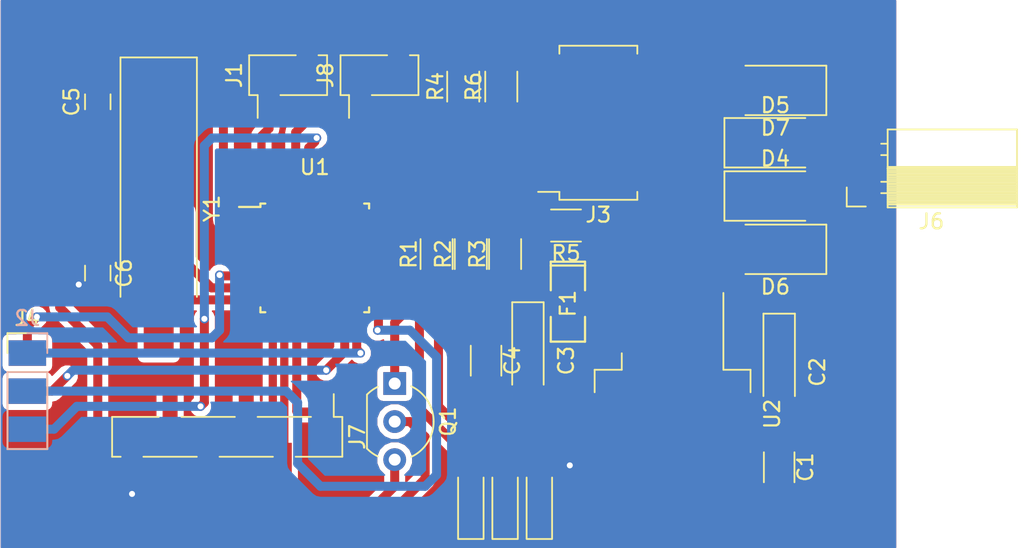
<source format=kicad_pcb>
(kicad_pcb (version 20170922) (host pcbnew "(2017-10-30 revision 6300041ce)-makepkg")

  (general
    (thickness 1.6)
    (drawings 1)
    (tracks 264)
    (zones 0)
    (modules 31)
    (nets 28)
  )

  (page A4)
  (layers
    (0 F.Cu signal)
    (31 B.Cu signal)
    (32 B.Adhes user)
    (33 F.Adhes user)
    (34 B.Paste user)
    (35 F.Paste user)
    (36 B.SilkS user hide)
    (37 F.SilkS user)
    (38 B.Mask user)
    (39 F.Mask user)
    (40 Dwgs.User user)
    (41 Cmts.User user)
    (42 Eco1.User user)
    (43 Eco2.User user)
    (44 Edge.Cuts user)
    (45 Margin user)
    (46 B.CrtYd user)
    (47 F.CrtYd user)
    (48 B.Fab user)
    (49 F.Fab user)
  )

  (setup
    (last_trace_width 0.6)
    (trace_clearance 0.2)
    (zone_clearance 0.4)
    (zone_45_only yes)
    (trace_min 0.2)
    (segment_width 0.2)
    (edge_width 0.1)
    (via_size 0.6)
    (via_drill 0.4)
    (via_min_size 0.4)
    (via_min_drill 0.3)
    (uvia_size 0.3)
    (uvia_drill 0.1)
    (uvias_allowed no)
    (uvia_min_size 0.2)
    (uvia_min_drill 0.1)
    (pcb_text_width 0.3)
    (pcb_text_size 1.5 1.5)
    (mod_edge_width 0.15)
    (mod_text_size 1 1)
    (mod_text_width 0.15)
    (pad_size 9.4 10.8)
    (pad_drill 0)
    (pad_to_mask_clearance 0)
    (aux_axis_origin 0 0)
    (visible_elements 7FFDFE7F)
    (pcbplotparams
      (layerselection 0x00030_ffffffff)
      (usegerberextensions false)
      (usegerberattributes true)
      (usegerberadvancedattributes true)
      (creategerberjobfile true)
      (excludeedgelayer true)
      (linewidth 0.150000)
      (plotframeref false)
      (viasonmask false)
      (mode 1)
      (useauxorigin false)
      (hpglpennumber 1)
      (hpglpenspeed 20)
      (hpglpendiameter 15)
      (psnegative false)
      (psa4output false)
      (plotreference true)
      (plotvalue true)
      (plotinvisibletext false)
      (padsonsilk false)
      (subtractmaskfromsilk false)
      (outputformat 2)
      (mirror false)
      (drillshape 0)
      (scaleselection 1)
      (outputdirectory ""))
  )

  (net 0 "")
  (net 1 "Net-(C1-Pad1)")
  (net 2 GND)
  (net 3 5V)
  (net 4 xtal1)
  (net 5 xtal2)
  (net 6 "Net-(D1-Pad2)")
  (net 7 "Net-(D2-Pad2)")
  (net 8 "Net-(J1-Pad1)")
  (net 9 Reset)
  (net 10 SDA)
  (net 11 SCL)
  (net 12 Button)
  (net 13 Bkey)
  (net 14 Btx)
  (net 15 Brx)
  (net 16 BT)
  (net 17 "Net-(R1-Pad2)")
  (net 18 "Net-(R2-Pad2)")
  (net 19 "Net-(R3-Pad2)")
  (net 20 "Net-(D3-Pad2)")
  (net 21 "Net-(D4-Pad2)")
  (net 22 "Net-(D5-Pad2)")
  (net 23 "Net-(J2-Pad1)")
  (net 24 "Net-(J2-Pad2)")
  (net 25 "Net-(J4-Pad2)")
  (net 26 "Net-(J7-Pad4)")
  (net 27 "Net-(C3-Pad1)")

  (net_class Default "To jest domyślna klasa połączeń."
    (clearance 0.2)
    (trace_width 0.6)
    (via_dia 0.6)
    (via_drill 0.4)
    (uvia_dia 0.3)
    (uvia_drill 0.1)
    (add_net 5V)
    (add_net BT)
    (add_net Bkey)
    (add_net Brx)
    (add_net Btx)
    (add_net Button)
    (add_net GND)
    (add_net "Net-(C1-Pad1)")
    (add_net "Net-(C3-Pad1)")
    (add_net "Net-(D1-Pad2)")
    (add_net "Net-(D2-Pad2)")
    (add_net "Net-(D3-Pad2)")
    (add_net "Net-(D4-Pad2)")
    (add_net "Net-(D5-Pad2)")
    (add_net "Net-(J1-Pad1)")
    (add_net "Net-(J2-Pad1)")
    (add_net "Net-(J2-Pad2)")
    (add_net "Net-(J4-Pad2)")
    (add_net "Net-(J7-Pad4)")
    (add_net "Net-(R1-Pad2)")
    (add_net "Net-(R2-Pad2)")
    (add_net "Net-(R3-Pad2)")
    (add_net Reset)
    (add_net SCL)
    (add_net SDA)
    (add_net xtal1)
    (add_net xtal2)
  )

  (net_class Dolne ""
    (clearance 0.2)
    (trace_width 0.7)
    (via_dia 0.6)
    (via_drill 0.4)
    (uvia_dia 0.3)
    (uvia_drill 0.1)
  )

  (module Capacitors_SMD:C_1206 (layer F.Cu) (tedit 59B51717) (tstamp 59B18129)
    (at 166.624 107.696 270)
    (descr "Capacitor SMD 1206, reflow soldering, AVX (see smccp.pdf)")
    (tags "capacitor 1206")
    (path /5974914D)
    (attr smd)
    (fp_text reference C1 (at 0 -1.75 270) (layer F.SilkS)
      (effects (font (size 1 1) (thickness 0.15)))
    )
    (fp_text value 100nF (at 0 2 270) (layer F.Fab)
      (effects (font (size 1 1) (thickness 0.15)))
    )
    (fp_text user %R (at -11.176 0) (layer F.Fab)
      (effects (font (size 1 1) (thickness 0.15)))
    )
    (fp_line (start -1.6 0.8) (end -1.6 -0.8) (layer F.Fab) (width 0.1))
    (fp_line (start 1.6 0.8) (end -1.6 0.8) (layer F.Fab) (width 0.1))
    (fp_line (start 1.6 -0.8) (end 1.6 0.8) (layer F.Fab) (width 0.1))
    (fp_line (start -1.6 -0.8) (end 1.6 -0.8) (layer F.Fab) (width 0.1))
    (fp_line (start 1 -1.02) (end -1 -1.02) (layer F.SilkS) (width 0.12))
    (fp_line (start -1 1.02) (end 1 1.02) (layer F.SilkS) (width 0.12))
    (fp_line (start -2.25 -1.05) (end 2.25 -1.05) (layer F.CrtYd) (width 0.05))
    (fp_line (start -2.25 -1.05) (end -2.25 1.05) (layer F.CrtYd) (width 0.05))
    (fp_line (start 2.25 1.05) (end 2.25 -1.05) (layer F.CrtYd) (width 0.05))
    (fp_line (start 2.25 1.05) (end -2.25 1.05) (layer F.CrtYd) (width 0.05))
    (pad 1 smd rect (at -1.5 0 270) (size 1 1.6) (layers F.Cu F.Paste F.Mask)
      (net 1 "Net-(C1-Pad1)"))
    (pad 2 smd rect (at 1.5 0 270) (size 1 1.6) (layers F.Cu F.Paste F.Mask)
      (net 2 GND))
    (model Capacitors_SMD.3dshapes/C_1206.wrl
      (at (xyz 0 0 0))
      (scale (xyz 1 1 1))
      (rotate (xyz 0 0 0))
    )
  )

  (module Capacitors_Tantalum_SMD:CP_Tantalum_Case-A_EIA-3216-18_Hand (layer F.Cu) (tedit 59B51712) (tstamp 59B1812F)
    (at 166.624 101.346 270)
    (descr "Tantalum capacitor, Case A, EIA 3216-18, 3.2x1.6x1.6mm, Hand soldering footprint")
    (tags "capacitor tantalum smd")
    (path /59749089)
    (attr smd)
    (fp_text reference C2 (at 0 -2.55 270) (layer F.SilkS)
      (effects (font (size 1 1) (thickness 0.15)))
    )
    (fp_text value 1uF (at 0 2.55 270) (layer F.Fab)
      (effects (font (size 1 1) (thickness 0.15)))
    )
    (fp_text user %R (at -5.842 0) (layer F.Fab)
      (effects (font (size 0.7 0.7) (thickness 0.105)))
    )
    (fp_line (start -4 -1.2) (end -4 1.2) (layer F.CrtYd) (width 0.05))
    (fp_line (start -4 1.2) (end 4 1.2) (layer F.CrtYd) (width 0.05))
    (fp_line (start 4 1.2) (end 4 -1.2) (layer F.CrtYd) (width 0.05))
    (fp_line (start 4 -1.2) (end -4 -1.2) (layer F.CrtYd) (width 0.05))
    (fp_line (start -1.6 -0.8) (end -1.6 0.8) (layer F.Fab) (width 0.1))
    (fp_line (start -1.6 0.8) (end 1.6 0.8) (layer F.Fab) (width 0.1))
    (fp_line (start 1.6 0.8) (end 1.6 -0.8) (layer F.Fab) (width 0.1))
    (fp_line (start 1.6 -0.8) (end -1.6 -0.8) (layer F.Fab) (width 0.1))
    (fp_line (start -1.28 -0.8) (end -1.28 0.8) (layer F.Fab) (width 0.1))
    (fp_line (start -1.12 -0.8) (end -1.12 0.8) (layer F.Fab) (width 0.1))
    (fp_line (start -3.9 -1.05) (end 1.6 -1.05) (layer F.SilkS) (width 0.12))
    (fp_line (start -3.9 1.05) (end 1.6 1.05) (layer F.SilkS) (width 0.12))
    (fp_line (start -3.9 -1.05) (end -3.9 1.05) (layer F.SilkS) (width 0.12))
    (pad 1 smd rect (at -2 0 270) (size 2.5 1.5) (layers F.Cu F.Paste F.Mask)
      (net 1 "Net-(C1-Pad1)"))
    (pad 2 smd rect (at 2 0 270) (size 2.5 1.5) (layers F.Cu F.Paste F.Mask)
      (net 2 GND))
    (model Capacitors_Tantalum_SMD.3dshapes/CP_Tantalum_Case-A_EIA-3216-18.wrl
      (at (xyz 0 0 0))
      (scale (xyz 1 1 1))
      (rotate (xyz 0 0 0))
    )
  )

  (module Capacitors_Tantalum_SMD:CP_Tantalum_Case-A_EIA-3216-18_Hand (layer F.Cu) (tedit 59B51733) (tstamp 59B18135)
    (at 149.86 100.584 270)
    (descr "Tantalum capacitor, Case A, EIA 3216-18, 3.2x1.6x1.6mm, Hand soldering footprint")
    (tags "capacitor tantalum smd")
    (path /59748CEB)
    (attr smd)
    (fp_text reference C3 (at 0 -2.55 270) (layer F.SilkS)
      (effects (font (size 1 1) (thickness 0.15)))
    )
    (fp_text value 1uF (at 0 2.55 270) (layer F.Fab)
      (effects (font (size 1 1) (thickness 0.15)))
    )
    (fp_text user %R (at 4.572 0) (layer F.Fab)
      (effects (font (size 0.7 0.7) (thickness 0.105)))
    )
    (fp_line (start -4 -1.2) (end -4 1.2) (layer F.CrtYd) (width 0.05))
    (fp_line (start -4 1.2) (end 4 1.2) (layer F.CrtYd) (width 0.05))
    (fp_line (start 4 1.2) (end 4 -1.2) (layer F.CrtYd) (width 0.05))
    (fp_line (start 4 -1.2) (end -4 -1.2) (layer F.CrtYd) (width 0.05))
    (fp_line (start -1.6 -0.8) (end -1.6 0.8) (layer F.Fab) (width 0.1))
    (fp_line (start -1.6 0.8) (end 1.6 0.8) (layer F.Fab) (width 0.1))
    (fp_line (start 1.6 0.8) (end 1.6 -0.8) (layer F.Fab) (width 0.1))
    (fp_line (start 1.6 -0.8) (end -1.6 -0.8) (layer F.Fab) (width 0.1))
    (fp_line (start -1.28 -0.8) (end -1.28 0.8) (layer F.Fab) (width 0.1))
    (fp_line (start -1.12 -0.8) (end -1.12 0.8) (layer F.Fab) (width 0.1))
    (fp_line (start -3.9 -1.05) (end 1.6 -1.05) (layer F.SilkS) (width 0.12))
    (fp_line (start -3.9 1.05) (end 1.6 1.05) (layer F.SilkS) (width 0.12))
    (fp_line (start -3.9 -1.05) (end -3.9 1.05) (layer F.SilkS) (width 0.12))
    (pad 1 smd rect (at -2 0 270) (size 3.2 1.5) (layers F.Cu F.Paste F.Mask)
      (net 27 "Net-(C3-Pad1)"))
    (pad 2 smd rect (at 2 0 270) (size 3.2 1.5) (layers F.Cu F.Paste F.Mask)
      (net 2 GND))
    (model Capacitors_Tantalum_SMD.3dshapes/CP_Tantalum_Case-A_EIA-3216-18.wrl
      (at (xyz 0 0 0))
      (scale (xyz 1 1 1))
      (rotate (xyz 0 0 0))
    )
  )

  (module Capacitors_SMD:C_1206 (layer F.Cu) (tedit 59B51738) (tstamp 59B1813B)
    (at 147.066 100.584 270)
    (descr "Capacitor SMD 1206, reflow soldering, AVX (see smccp.pdf)")
    (tags "capacitor 1206")
    (path /59748D16)
    (attr smd)
    (fp_text reference C4 (at 0 -1.75 270) (layer F.SilkS)
      (effects (font (size 1 1) (thickness 0.15)))
    )
    (fp_text value 100nF (at 0 2 270) (layer F.Fab)
      (effects (font (size 1 1) (thickness 0.15)))
    )
    (fp_text user %R (at 3.048 0) (layer F.Fab)
      (effects (font (size 1 1) (thickness 0.15)))
    )
    (fp_line (start -1.6 0.8) (end -1.6 -0.8) (layer F.Fab) (width 0.1))
    (fp_line (start 1.6 0.8) (end -1.6 0.8) (layer F.Fab) (width 0.1))
    (fp_line (start 1.6 -0.8) (end 1.6 0.8) (layer F.Fab) (width 0.1))
    (fp_line (start -1.6 -0.8) (end 1.6 -0.8) (layer F.Fab) (width 0.1))
    (fp_line (start 1 -1.02) (end -1 -1.02) (layer F.SilkS) (width 0.12))
    (fp_line (start -1 1.02) (end 1 1.02) (layer F.SilkS) (width 0.12))
    (fp_line (start -2.25 -1.05) (end 2.25 -1.05) (layer F.CrtYd) (width 0.05))
    (fp_line (start -2.25 -1.05) (end -2.25 1.05) (layer F.CrtYd) (width 0.05))
    (fp_line (start 2.25 1.05) (end 2.25 -1.05) (layer F.CrtYd) (width 0.05))
    (fp_line (start 2.25 1.05) (end -2.25 1.05) (layer F.CrtYd) (width 0.05))
    (pad 1 smd rect (at -1.5 0 270) (size 1 1.6) (layers F.Cu F.Paste F.Mask)
      (net 27 "Net-(C3-Pad1)"))
    (pad 2 smd rect (at 1.5 0 270) (size 1 1.6) (layers F.Cu F.Paste F.Mask)
      (net 2 GND))
    (model Capacitors_SMD.3dshapes/C_1206.wrl
      (at (xyz 0 0 0))
      (scale (xyz 1 1 1))
      (rotate (xyz 0 0 0))
    )
  )

  (module Capacitors_SMD:C_0805_HandSoldering (layer F.Cu) (tedit 59B51271) (tstamp 59B18141)
    (at 121.158 83.312 90)
    (descr "Capacitor SMD 0805, hand soldering")
    (tags "capacitor 0805")
    (path /5974BB10)
    (attr smd)
    (fp_text reference C5 (at 0 -1.75 90) (layer F.SilkS)
      (effects (font (size 1 1) (thickness 0.15)))
    )
    (fp_text value 22pF (at 0 1.75 90) (layer F.Fab)
      (effects (font (size 1 1) (thickness 0.15)))
    )
    (fp_text user %R (at -3.048 0 180) (layer F.Fab)
      (effects (font (size 1 1) (thickness 0.15)))
    )
    (fp_line (start -1 0.62) (end -1 -0.62) (layer F.Fab) (width 0.1))
    (fp_line (start 1 0.62) (end -1 0.62) (layer F.Fab) (width 0.1))
    (fp_line (start 1 -0.62) (end 1 0.62) (layer F.Fab) (width 0.1))
    (fp_line (start -1 -0.62) (end 1 -0.62) (layer F.Fab) (width 0.1))
    (fp_line (start 0.5 -0.85) (end -0.5 -0.85) (layer F.SilkS) (width 0.12))
    (fp_line (start -0.5 0.85) (end 0.5 0.85) (layer F.SilkS) (width 0.12))
    (fp_line (start -2.25 -0.88) (end 2.25 -0.88) (layer F.CrtYd) (width 0.05))
    (fp_line (start -2.25 -0.88) (end -2.25 0.87) (layer F.CrtYd) (width 0.05))
    (fp_line (start 2.25 0.87) (end 2.25 -0.88) (layer F.CrtYd) (width 0.05))
    (fp_line (start 2.25 0.87) (end -2.25 0.87) (layer F.CrtYd) (width 0.05))
    (pad 1 smd rect (at -1.25 0 90) (size 1.5 1.25) (layers F.Cu F.Paste F.Mask)
      (net 4 xtal1))
    (pad 2 smd rect (at 1.25 0 90) (size 1.5 1.25) (layers F.Cu F.Paste F.Mask)
      (net 2 GND))
    (model Capacitors_SMD.3dshapes/C_0805.wrl
      (at (xyz 0 0 0))
      (scale (xyz 1 1 1))
      (rotate (xyz 0 0 0))
    )
  )

  (module Capacitors_SMD:C_0805_HandSoldering (layer F.Cu) (tedit 59B51289) (tstamp 59B18147)
    (at 121.158 94.742 270)
    (descr "Capacitor SMD 0805, hand soldering")
    (tags "capacitor 0805")
    (path /5974BB78)
    (attr smd)
    (fp_text reference C6 (at 0 -1.75 270) (layer F.SilkS)
      (effects (font (size 1 1) (thickness 0.15)))
    )
    (fp_text value 22pF (at 0 1.75 270) (layer F.Fab)
      (effects (font (size 1 1) (thickness 0.15)))
    )
    (fp_text user %R (at -3.048 0) (layer F.Fab)
      (effects (font (size 1 1) (thickness 0.15)))
    )
    (fp_line (start -1 0.62) (end -1 -0.62) (layer F.Fab) (width 0.1))
    (fp_line (start 1 0.62) (end -1 0.62) (layer F.Fab) (width 0.1))
    (fp_line (start 1 -0.62) (end 1 0.62) (layer F.Fab) (width 0.1))
    (fp_line (start -1 -0.62) (end 1 -0.62) (layer F.Fab) (width 0.1))
    (fp_line (start 0.5 -0.85) (end -0.5 -0.85) (layer F.SilkS) (width 0.12))
    (fp_line (start -0.5 0.85) (end 0.5 0.85) (layer F.SilkS) (width 0.12))
    (fp_line (start -2.25 -0.88) (end 2.25 -0.88) (layer F.CrtYd) (width 0.05))
    (fp_line (start -2.25 -0.88) (end -2.25 0.87) (layer F.CrtYd) (width 0.05))
    (fp_line (start 2.25 0.87) (end 2.25 -0.88) (layer F.CrtYd) (width 0.05))
    (fp_line (start 2.25 0.87) (end -2.25 0.87) (layer F.CrtYd) (width 0.05))
    (pad 1 smd rect (at -1.25 0 270) (size 1.5 1.25) (layers F.Cu F.Paste F.Mask)
      (net 5 xtal2))
    (pad 2 smd rect (at 1.25 0 270) (size 1.5 1.25) (layers F.Cu F.Paste F.Mask)
      (net 2 GND))
    (model Capacitors_SMD.3dshapes/C_0805.wrl
      (at (xyz 0 0 0))
      (scale (xyz 1 1 1))
      (rotate (xyz 0 0 0))
    )
  )

  (module Diodes_SMD:D_SMA (layer F.Cu) (tedit 59B517A3) (tstamp 59B1814D)
    (at 166.37 89.5985)
    (descr "Diode SMA (DO-214AC)")
    (tags "Diode SMA (DO-214AC)")
    (path /5976AA04)
    (attr smd)
    (fp_text reference D4 (at 0 -2.5) (layer F.SilkS)
      (effects (font (size 1 1) (thickness 0.15)))
    )
    (fp_text value 1N4007 (at 0 2.6) (layer F.Fab)
      (effects (font (size 1 1) (thickness 0.15)))
    )
    (fp_line (start -3.4 -1.65) (end -3.4 1.65) (layer F.SilkS) (width 0.12))
    (fp_line (start 2.3 1.5) (end -2.3 1.5) (layer F.Fab) (width 0.1))
    (fp_line (start -2.3 1.5) (end -2.3 -1.5) (layer F.Fab) (width 0.1))
    (fp_line (start 2.3 -1.5) (end 2.3 1.5) (layer F.Fab) (width 0.1))
    (fp_line (start 2.3 -1.5) (end -2.3 -1.5) (layer F.Fab) (width 0.1))
    (fp_line (start -3.5 -1.75) (end 3.5 -1.75) (layer F.CrtYd) (width 0.05))
    (fp_line (start 3.5 -1.75) (end 3.5 1.75) (layer F.CrtYd) (width 0.05))
    (fp_line (start 3.5 1.75) (end -3.5 1.75) (layer F.CrtYd) (width 0.05))
    (fp_line (start -3.5 1.75) (end -3.5 -1.75) (layer F.CrtYd) (width 0.05))
    (fp_line (start -0.64944 0.00102) (end -1.55114 0.00102) (layer F.Fab) (width 0.1))
    (fp_line (start 0.50118 0.00102) (end 1.4994 0.00102) (layer F.Fab) (width 0.1))
    (fp_line (start -0.64944 -0.79908) (end -0.64944 0.80112) (layer F.Fab) (width 0.1))
    (fp_line (start 0.50118 0.75032) (end 0.50118 -0.79908) (layer F.Fab) (width 0.1))
    (fp_line (start -0.64944 0.00102) (end 0.50118 0.75032) (layer F.Fab) (width 0.1))
    (fp_line (start -0.64944 0.00102) (end 0.50118 -0.79908) (layer F.Fab) (width 0.1))
    (fp_line (start -3.4 1.65) (end 2 1.65) (layer F.SilkS) (width 0.12))
    (fp_line (start -3.4 -1.65) (end 2 -1.65) (layer F.SilkS) (width 0.12))
    (pad 1 smd rect (at -2 0) (size 2 1.8) (layers F.Cu F.Paste F.Mask)
      (net 1 "Net-(C1-Pad1)"))
    (pad 2 smd rect (at 2 0) (size 2 1.8) (layers F.Cu F.Paste F.Mask)
      (net 21 "Net-(D4-Pad2)"))
    (model ${KISYS3DMOD}/Diodes_SMD.3dshapes/D_SMA.wrl
      (at (xyz 0 0 0))
      (scale (xyz 1 1 1))
      (rotate (xyz 0 0 0))
    )
  )

  (module Diodes_SMD:D_SMA (layer F.Cu) (tedit 59B51798) (tstamp 59B18153)
    (at 166.37 86.0425)
    (descr "Diode SMA (DO-214AC)")
    (tags "Diode SMA (DO-214AC)")
    (path /597489FE)
    (attr smd)
    (fp_text reference D5 (at 0 -2.5) (layer F.SilkS)
      (effects (font (size 1 1) (thickness 0.15)))
    )
    (fp_text value 1N4007 (at 0 2.6) (layer F.Fab)
      (effects (font (size 1 1) (thickness 0.15)))
    )
    (fp_line (start -3.4 -1.65) (end -3.4 1.65) (layer F.SilkS) (width 0.12))
    (fp_line (start 2.3 1.5) (end -2.3 1.5) (layer F.Fab) (width 0.1))
    (fp_line (start -2.3 1.5) (end -2.3 -1.5) (layer F.Fab) (width 0.1))
    (fp_line (start 2.3 -1.5) (end 2.3 1.5) (layer F.Fab) (width 0.1))
    (fp_line (start 2.3 -1.5) (end -2.3 -1.5) (layer F.Fab) (width 0.1))
    (fp_line (start -3.5 -1.75) (end 3.5 -1.75) (layer F.CrtYd) (width 0.05))
    (fp_line (start 3.5 -1.75) (end 3.5 1.75) (layer F.CrtYd) (width 0.05))
    (fp_line (start 3.5 1.75) (end -3.5 1.75) (layer F.CrtYd) (width 0.05))
    (fp_line (start -3.5 1.75) (end -3.5 -1.75) (layer F.CrtYd) (width 0.05))
    (fp_line (start -0.64944 0.00102) (end -1.55114 0.00102) (layer F.Fab) (width 0.1))
    (fp_line (start 0.50118 0.00102) (end 1.4994 0.00102) (layer F.Fab) (width 0.1))
    (fp_line (start -0.64944 -0.79908) (end -0.64944 0.80112) (layer F.Fab) (width 0.1))
    (fp_line (start 0.50118 0.75032) (end 0.50118 -0.79908) (layer F.Fab) (width 0.1))
    (fp_line (start -0.64944 0.00102) (end 0.50118 0.75032) (layer F.Fab) (width 0.1))
    (fp_line (start -0.64944 0.00102) (end 0.50118 -0.79908) (layer F.Fab) (width 0.1))
    (fp_line (start -3.4 1.65) (end 2 1.65) (layer F.SilkS) (width 0.12))
    (fp_line (start -3.4 -1.65) (end 2 -1.65) (layer F.SilkS) (width 0.12))
    (pad 1 smd rect (at -2 0) (size 2 1.8) (layers F.Cu F.Paste F.Mask)
      (net 1 "Net-(C1-Pad1)"))
    (pad 2 smd rect (at 2 0) (size 2 1.8) (layers F.Cu F.Paste F.Mask)
      (net 22 "Net-(D5-Pad2)"))
    (model ${KISYS3DMOD}/Diodes_SMD.3dshapes/D_SMA.wrl
      (at (xyz 0 0 0))
      (scale (xyz 1 1 1))
      (rotate (xyz 0 0 0))
    )
  )

  (module Diodes_SMD:D_SMA (layer F.Cu) (tedit 59B517B5) (tstamp 59B18159)
    (at 166.37 93.1545 180)
    (descr "Diode SMA (DO-214AC)")
    (tags "Diode SMA (DO-214AC)")
    (path /5974845F)
    (attr smd)
    (fp_text reference D6 (at 0 -2.5 180) (layer F.SilkS)
      (effects (font (size 1 1) (thickness 0.15)))
    )
    (fp_text value 1N4007 (at 0 2.6 180) (layer F.Fab)
      (effects (font (size 1 1) (thickness 0.15)))
    )
    (fp_line (start -3.4 -1.65) (end -3.4 1.65) (layer F.SilkS) (width 0.12))
    (fp_line (start 2.3 1.5) (end -2.3 1.5) (layer F.Fab) (width 0.1))
    (fp_line (start -2.3 1.5) (end -2.3 -1.5) (layer F.Fab) (width 0.1))
    (fp_line (start 2.3 -1.5) (end 2.3 1.5) (layer F.Fab) (width 0.1))
    (fp_line (start 2.3 -1.5) (end -2.3 -1.5) (layer F.Fab) (width 0.1))
    (fp_line (start -3.5 -1.75) (end 3.5 -1.75) (layer F.CrtYd) (width 0.05))
    (fp_line (start 3.5 -1.75) (end 3.5 1.75) (layer F.CrtYd) (width 0.05))
    (fp_line (start 3.5 1.75) (end -3.5 1.75) (layer F.CrtYd) (width 0.05))
    (fp_line (start -3.5 1.75) (end -3.5 -1.75) (layer F.CrtYd) (width 0.05))
    (fp_line (start -0.64944 0.00102) (end -1.55114 0.00102) (layer F.Fab) (width 0.1))
    (fp_line (start 0.50118 0.00102) (end 1.4994 0.00102) (layer F.Fab) (width 0.1))
    (fp_line (start -0.64944 -0.79908) (end -0.64944 0.80112) (layer F.Fab) (width 0.1))
    (fp_line (start 0.50118 0.75032) (end 0.50118 -0.79908) (layer F.Fab) (width 0.1))
    (fp_line (start -0.64944 0.00102) (end 0.50118 0.75032) (layer F.Fab) (width 0.1))
    (fp_line (start -0.64944 0.00102) (end 0.50118 -0.79908) (layer F.Fab) (width 0.1))
    (fp_line (start -3.4 1.65) (end 2 1.65) (layer F.SilkS) (width 0.12))
    (fp_line (start -3.4 -1.65) (end 2 -1.65) (layer F.SilkS) (width 0.12))
    (pad 1 smd rect (at -2 0 180) (size 2 1.8) (layers F.Cu F.Paste F.Mask)
      (net 21 "Net-(D4-Pad2)"))
    (pad 2 smd rect (at 2 0 180) (size 2 1.8) (layers F.Cu F.Paste F.Mask)
      (net 2 GND))
    (model ${KISYS3DMOD}/Diodes_SMD.3dshapes/D_SMA.wrl
      (at (xyz 0 0 0))
      (scale (xyz 1 1 1))
      (rotate (xyz 0 0 0))
    )
  )

  (module Diodes_SMD:D_SMA (layer F.Cu) (tedit 59B5179E) (tstamp 59B1815F)
    (at 166.37 82.55 180)
    (descr "Diode SMA (DO-214AC)")
    (tags "Diode SMA (DO-214AC)")
    (path /597484B0)
    (attr smd)
    (fp_text reference D7 (at 0 -2.5 180) (layer F.SilkS)
      (effects (font (size 1 1) (thickness 0.15)))
    )
    (fp_text value 1N4007 (at 0 2.6 180) (layer F.Fab)
      (effects (font (size 1 1) (thickness 0.15)))
    )
    (fp_line (start -3.4 -1.65) (end -3.4 1.65) (layer F.SilkS) (width 0.12))
    (fp_line (start 2.3 1.5) (end -2.3 1.5) (layer F.Fab) (width 0.1))
    (fp_line (start -2.3 1.5) (end -2.3 -1.5) (layer F.Fab) (width 0.1))
    (fp_line (start 2.3 -1.5) (end 2.3 1.5) (layer F.Fab) (width 0.1))
    (fp_line (start 2.3 -1.5) (end -2.3 -1.5) (layer F.Fab) (width 0.1))
    (fp_line (start -3.5 -1.75) (end 3.5 -1.75) (layer F.CrtYd) (width 0.05))
    (fp_line (start 3.5 -1.75) (end 3.5 1.75) (layer F.CrtYd) (width 0.05))
    (fp_line (start 3.5 1.75) (end -3.5 1.75) (layer F.CrtYd) (width 0.05))
    (fp_line (start -3.5 1.75) (end -3.5 -1.75) (layer F.CrtYd) (width 0.05))
    (fp_line (start -0.64944 0.00102) (end -1.55114 0.00102) (layer F.Fab) (width 0.1))
    (fp_line (start 0.50118 0.00102) (end 1.4994 0.00102) (layer F.Fab) (width 0.1))
    (fp_line (start -0.64944 -0.79908) (end -0.64944 0.80112) (layer F.Fab) (width 0.1))
    (fp_line (start 0.50118 0.75032) (end 0.50118 -0.79908) (layer F.Fab) (width 0.1))
    (fp_line (start -0.64944 0.00102) (end 0.50118 0.75032) (layer F.Fab) (width 0.1))
    (fp_line (start -0.64944 0.00102) (end 0.50118 -0.79908) (layer F.Fab) (width 0.1))
    (fp_line (start -3.4 1.65) (end 2 1.65) (layer F.SilkS) (width 0.12))
    (fp_line (start -3.4 -1.65) (end 2 -1.65) (layer F.SilkS) (width 0.12))
    (pad 1 smd rect (at -2 0 180) (size 2 1.8) (layers F.Cu F.Paste F.Mask)
      (net 22 "Net-(D5-Pad2)"))
    (pad 2 smd rect (at 2 0 180) (size 2 1.8) (layers F.Cu F.Paste F.Mask)
      (net 2 GND))
    (model ${KISYS3DMOD}/Diodes_SMD.3dshapes/D_SMA.wrl
      (at (xyz 0 0 0))
      (scale (xyz 1 1 1))
      (rotate (xyz 0 0 0))
    )
  )

  (module LEDs:LED_1206 (layer F.Cu) (tedit 59B51F50) (tstamp 59B18165)
    (at 146.05 109.982 90)
    (descr "LED 1206 smd package")
    (tags "LED led 1206 SMD smd SMT smt smdled SMDLED smtled SMTLED")
    (path /5974EC39)
    (attr smd)
    (fp_text reference D1 (at -1.524 -4.318 90) (layer F.Fab)
      (effects (font (size 1 1) (thickness 0.15)))
    )
    (fp_text value LED_R (at -0.508 -4.318 90) (layer F.Fab)
      (effects (font (size 1 1) (thickness 0.15)))
    )
    (fp_line (start -2.5 -0.85) (end -2.5 0.85) (layer F.SilkS) (width 0.12))
    (fp_line (start -0.45 -0.4) (end -0.45 0.4) (layer F.Fab) (width 0.1))
    (fp_line (start -0.4 0) (end 0.2 -0.4) (layer F.Fab) (width 0.1))
    (fp_line (start 0.2 0.4) (end -0.4 0) (layer F.Fab) (width 0.1))
    (fp_line (start 0.2 -0.4) (end 0.2 0.4) (layer F.Fab) (width 0.1))
    (fp_line (start 1.6 0.8) (end -1.6 0.8) (layer F.Fab) (width 0.1))
    (fp_line (start 1.6 -0.8) (end 1.6 0.8) (layer F.Fab) (width 0.1))
    (fp_line (start -1.6 -0.8) (end 1.6 -0.8) (layer F.Fab) (width 0.1))
    (fp_line (start -1.6 0.8) (end -1.6 -0.8) (layer F.Fab) (width 0.1))
    (fp_line (start -2.45 0.85) (end 1.6 0.85) (layer F.SilkS) (width 0.12))
    (fp_line (start -2.45 -0.85) (end 1.6 -0.85) (layer F.SilkS) (width 0.12))
    (fp_line (start 2.65 -1) (end 2.65 1) (layer F.CrtYd) (width 0.05))
    (fp_line (start 2.65 1) (end -2.65 1) (layer F.CrtYd) (width 0.05))
    (fp_line (start -2.65 1) (end -2.65 -1) (layer F.CrtYd) (width 0.05))
    (fp_line (start -2.65 -1) (end 2.65 -1) (layer F.CrtYd) (width 0.05))
    (pad 2 smd rect (at 1.65 0 270) (size 1.5 1.5) (layers F.Cu F.Paste F.Mask)
      (net 6 "Net-(D1-Pad2)"))
    (pad 1 smd rect (at -1.65 0 270) (size 1.5 1.5) (layers F.Cu F.Paste F.Mask)
      (net 2 GND))
    (model ${KISYS3DMOD}/LEDs.3dshapes/LED_1206.wrl
      (at (xyz 0 0 0))
      (scale (xyz 1 1 1))
      (rotate (xyz 0 0 180))
    )
  )

  (module LEDs:LED_1206 (layer F.Cu) (tedit 59B51F55) (tstamp 59B1816B)
    (at 148.336 109.982 90)
    (descr "LED 1206 smd package")
    (tags "LED led 1206 SMD smd SMT smt smdled SMDLED smtled SMTLED")
    (path /5974ECA2)
    (attr smd)
    (fp_text reference D2 (at -1.524 -5.334 90) (layer F.Fab)
      (effects (font (size 1 1) (thickness 0.15)))
    )
    (fp_text value LED_G (at -0.508 -5.334 90) (layer F.Fab)
      (effects (font (size 1 1) (thickness 0.15)))
    )
    (fp_line (start -2.5 -0.85) (end -2.5 0.85) (layer F.SilkS) (width 0.12))
    (fp_line (start -0.45 -0.4) (end -0.45 0.4) (layer F.Fab) (width 0.1))
    (fp_line (start -0.4 0) (end 0.2 -0.4) (layer F.Fab) (width 0.1))
    (fp_line (start 0.2 0.4) (end -0.4 0) (layer F.Fab) (width 0.1))
    (fp_line (start 0.2 -0.4) (end 0.2 0.4) (layer F.Fab) (width 0.1))
    (fp_line (start 1.6 0.8) (end -1.6 0.8) (layer F.Fab) (width 0.1))
    (fp_line (start 1.6 -0.8) (end 1.6 0.8) (layer F.Fab) (width 0.1))
    (fp_line (start -1.6 -0.8) (end 1.6 -0.8) (layer F.Fab) (width 0.1))
    (fp_line (start -1.6 0.8) (end -1.6 -0.8) (layer F.Fab) (width 0.1))
    (fp_line (start -2.45 0.85) (end 1.6 0.85) (layer F.SilkS) (width 0.12))
    (fp_line (start -2.45 -0.85) (end 1.6 -0.85) (layer F.SilkS) (width 0.12))
    (fp_line (start 2.65 -1) (end 2.65 1) (layer F.CrtYd) (width 0.05))
    (fp_line (start 2.65 1) (end -2.65 1) (layer F.CrtYd) (width 0.05))
    (fp_line (start -2.65 1) (end -2.65 -1) (layer F.CrtYd) (width 0.05))
    (fp_line (start -2.65 -1) (end 2.65 -1) (layer F.CrtYd) (width 0.05))
    (pad 2 smd rect (at 1.65 0 270) (size 1.5 1.5) (layers F.Cu F.Paste F.Mask)
      (net 7 "Net-(D2-Pad2)"))
    (pad 1 smd rect (at -1.65 0 270) (size 1.5 1.5) (layers F.Cu F.Paste F.Mask)
      (net 2 GND))
    (model ${KISYS3DMOD}/LEDs.3dshapes/LED_1206.wrl
      (at (xyz 0 0 0))
      (scale (xyz 1 1 1))
      (rotate (xyz 0 0 180))
    )
  )

  (module LEDs:LED_1206 (layer F.Cu) (tedit 59B51F53) (tstamp 59B18171)
    (at 150.622 109.982 90)
    (descr "LED 1206 smd package")
    (tags "LED led 1206 SMD smd SMT smt smdled SMDLED smtled SMTLED")
    (path /5974ED0B)
    (attr smd)
    (fp_text reference D3 (at -1.524 -6.35 90) (layer F.Fab)
      (effects (font (size 1 1) (thickness 0.15)))
    )
    (fp_text value LED_B (at -0.508 -6.35 90) (layer F.Fab)
      (effects (font (size 1 1) (thickness 0.15)))
    )
    (fp_line (start -2.5 -0.85) (end -2.5 0.85) (layer F.SilkS) (width 0.12))
    (fp_line (start -0.45 -0.4) (end -0.45 0.4) (layer F.Fab) (width 0.1))
    (fp_line (start -0.4 0) (end 0.2 -0.4) (layer F.Fab) (width 0.1))
    (fp_line (start 0.2 0.4) (end -0.4 0) (layer F.Fab) (width 0.1))
    (fp_line (start 0.2 -0.4) (end 0.2 0.4) (layer F.Fab) (width 0.1))
    (fp_line (start 1.6 0.8) (end -1.6 0.8) (layer F.Fab) (width 0.1))
    (fp_line (start 1.6 -0.8) (end 1.6 0.8) (layer F.Fab) (width 0.1))
    (fp_line (start -1.6 -0.8) (end 1.6 -0.8) (layer F.Fab) (width 0.1))
    (fp_line (start -1.6 0.8) (end -1.6 -0.8) (layer F.Fab) (width 0.1))
    (fp_line (start -2.45 0.85) (end 1.6 0.85) (layer F.SilkS) (width 0.12))
    (fp_line (start -2.45 -0.85) (end 1.6 -0.85) (layer F.SilkS) (width 0.12))
    (fp_line (start 2.65 -1) (end 2.65 1) (layer F.CrtYd) (width 0.05))
    (fp_line (start 2.65 1) (end -2.65 1) (layer F.CrtYd) (width 0.05))
    (fp_line (start -2.65 1) (end -2.65 -1) (layer F.CrtYd) (width 0.05))
    (fp_line (start -2.65 -1) (end 2.65 -1) (layer F.CrtYd) (width 0.05))
    (pad 2 smd rect (at 1.65 0 270) (size 1.5 1.5) (layers F.Cu F.Paste F.Mask)
      (net 20 "Net-(D3-Pad2)"))
    (pad 1 smd rect (at -1.65 0 270) (size 1.5 1.5) (layers F.Cu F.Paste F.Mask)
      (net 2 GND))
    (model ${KISYS3DMOD}/LEDs.3dshapes/LED_1206.wrl
      (at (xyz 0 0 0))
      (scale (xyz 1 1 1))
      (rotate (xyz 0 0 180))
    )
  )

  (module Pin_Headers:Pin_Header_Straight_1x02_Pitch2.54mm_SMD_Pin1Left (layer F.Cu) (tedit 59B5129A) (tstamp 59B18177)
    (at 133.858 81.534 90)
    (descr "surface-mounted straight pin header, 1x02, 2.54mm pitch, single row, style 1 (pin 1 left)")
    (tags "Surface mounted pin header SMD 1x02 2.54mm single row style1 pin1 left")
    (path /59750D8D)
    (attr smd)
    (fp_text reference J1 (at 0 -3.6 90) (layer F.SilkS)
      (effects (font (size 1 1) (thickness 0.15)))
    )
    (fp_text value Piezo (at 0 3.6 90) (layer F.Fab)
      (effects (font (size 1 1) (thickness 0.15)))
    )
    (fp_line (start 1.27 2.54) (end -1.27 2.54) (layer F.Fab) (width 0.1))
    (fp_line (start -0.32 -2.54) (end 1.27 -2.54) (layer F.Fab) (width 0.1))
    (fp_line (start -1.27 2.54) (end -1.27 -1.59) (layer F.Fab) (width 0.1))
    (fp_line (start -1.27 -1.59) (end -0.32 -2.54) (layer F.Fab) (width 0.1))
    (fp_line (start 1.27 -2.54) (end 1.27 2.54) (layer F.Fab) (width 0.1))
    (fp_line (start -1.27 -1.59) (end -2.54 -1.59) (layer F.Fab) (width 0.1))
    (fp_line (start -2.54 -1.59) (end -2.54 -0.95) (layer F.Fab) (width 0.1))
    (fp_line (start -2.54 -0.95) (end -1.27 -0.95) (layer F.Fab) (width 0.1))
    (fp_line (start 1.27 0.95) (end 2.54 0.95) (layer F.Fab) (width 0.1))
    (fp_line (start 2.54 0.95) (end 2.54 1.59) (layer F.Fab) (width 0.1))
    (fp_line (start 2.54 1.59) (end 1.27 1.59) (layer F.Fab) (width 0.1))
    (fp_line (start -1.33 -2.6) (end 1.33 -2.6) (layer F.SilkS) (width 0.12))
    (fp_line (start -1.33 2.6) (end 1.33 2.6) (layer F.SilkS) (width 0.12))
    (fp_line (start 1.33 -2.6) (end 1.33 0.51) (layer F.SilkS) (width 0.12))
    (fp_line (start -1.33 -2.03) (end -2.85 -2.03) (layer F.SilkS) (width 0.12))
    (fp_line (start -1.33 -2.6) (end -1.33 -2.03) (layer F.SilkS) (width 0.12))
    (fp_line (start 1.33 2.03) (end 1.33 2.6) (layer F.SilkS) (width 0.12))
    (fp_line (start -1.33 -0.51) (end -1.33 2.6) (layer F.SilkS) (width 0.12))
    (fp_line (start -3.45 -3.05) (end -3.45 3.05) (layer F.CrtYd) (width 0.05))
    (fp_line (start -3.45 3.05) (end 3.45 3.05) (layer F.CrtYd) (width 0.05))
    (fp_line (start 3.45 3.05) (end 3.45 -3.05) (layer F.CrtYd) (width 0.05))
    (fp_line (start 3.45 -3.05) (end -3.45 -3.05) (layer F.CrtYd) (width 0.05))
    (fp_text user %R (at 2.032 -1.778 180) (layer F.Fab)
      (effects (font (size 1 1) (thickness 0.15)))
    )
    (pad 1 smd rect (at -1.655 -1.27 90) (size 2.51 1) (layers F.Cu F.Paste F.Mask)
      (net 8 "Net-(J1-Pad1)"))
    (pad 2 smd rect (at 1.655 1.27 90) (size 2.51 1) (layers F.Cu F.Paste F.Mask)
      (net 2 GND))
    (model ${KISYS3DMOD}/Pin_Headers.3dshapes/Pin_Header_Straight_1x02_Pitch2.54mm_SMD_Pin1Left.wrl
      (at (xyz 0 0 0))
      (scale (xyz 1 1 1))
      (rotate (xyz 0 0 0))
    )
  )

  (module Pin_Headers:Pin_Header_Straight_1x02_Pitch2.54mm_SMD_Pin1Left (layer F.Cu) (tedit 59B5129E) (tstamp 59B1819D)
    (at 139.954 81.534 90)
    (descr "surface-mounted straight pin header, 1x02, 2.54mm pitch, single row, style 1 (pin 1 left)")
    (tags "Surface mounted pin header SMD 1x02 2.54mm single row style1 pin1 left")
    (path /5974CCBA)
    (attr smd)
    (fp_text reference J8 (at 0 -3.6 90) (layer F.SilkS)
      (effects (font (size 1 1) (thickness 0.15)))
    )
    (fp_text value Button (at 0 3.6 90) (layer F.Fab)
      (effects (font (size 1 1) (thickness 0.15)))
    )
    (fp_line (start 1.27 2.54) (end -1.27 2.54) (layer F.Fab) (width 0.1))
    (fp_line (start -0.32 -2.54) (end 1.27 -2.54) (layer F.Fab) (width 0.1))
    (fp_line (start -1.27 2.54) (end -1.27 -1.59) (layer F.Fab) (width 0.1))
    (fp_line (start -1.27 -1.59) (end -0.32 -2.54) (layer F.Fab) (width 0.1))
    (fp_line (start 1.27 -2.54) (end 1.27 2.54) (layer F.Fab) (width 0.1))
    (fp_line (start -1.27 -1.59) (end -2.54 -1.59) (layer F.Fab) (width 0.1))
    (fp_line (start -2.54 -1.59) (end -2.54 -0.95) (layer F.Fab) (width 0.1))
    (fp_line (start -2.54 -0.95) (end -1.27 -0.95) (layer F.Fab) (width 0.1))
    (fp_line (start 1.27 0.95) (end 2.54 0.95) (layer F.Fab) (width 0.1))
    (fp_line (start 2.54 0.95) (end 2.54 1.59) (layer F.Fab) (width 0.1))
    (fp_line (start 2.54 1.59) (end 1.27 1.59) (layer F.Fab) (width 0.1))
    (fp_line (start -1.33 -2.6) (end 1.33 -2.6) (layer F.SilkS) (width 0.12))
    (fp_line (start -1.33 2.6) (end 1.33 2.6) (layer F.SilkS) (width 0.12))
    (fp_line (start 1.33 -2.6) (end 1.33 0.51) (layer F.SilkS) (width 0.12))
    (fp_line (start -1.33 -2.03) (end -2.85 -2.03) (layer F.SilkS) (width 0.12))
    (fp_line (start -1.33 -2.6) (end -1.33 -2.03) (layer F.SilkS) (width 0.12))
    (fp_line (start 1.33 2.03) (end 1.33 2.6) (layer F.SilkS) (width 0.12))
    (fp_line (start -1.33 -0.51) (end -1.33 2.6) (layer F.SilkS) (width 0.12))
    (fp_line (start -3.45 -3.05) (end -3.45 3.05) (layer F.CrtYd) (width 0.05))
    (fp_line (start -3.45 3.05) (end 3.45 3.05) (layer F.CrtYd) (width 0.05))
    (fp_line (start 3.45 3.05) (end 3.45 -3.05) (layer F.CrtYd) (width 0.05))
    (fp_line (start 3.45 -3.05) (end -3.45 -3.05) (layer F.CrtYd) (width 0.05))
    (fp_text user %R (at 2.032 -1.778 180) (layer F.Fab)
      (effects (font (size 1 1) (thickness 0.15)))
    )
    (pad 1 smd rect (at -1.655 -1.27 90) (size 2.51 1) (layers F.Cu F.Paste F.Mask)
      (net 12 Button))
    (pad 2 smd rect (at 1.655 1.27 90) (size 2.51 1) (layers F.Cu F.Paste F.Mask)
      (net 2 GND))
    (model ${KISYS3DMOD}/Pin_Headers.3dshapes/Pin_Header_Straight_1x02_Pitch2.54mm_SMD_Pin1Left.wrl
      (at (xyz 0 0 0))
      (scale (xyz 1 1 1))
      (rotate (xyz 0 0 0))
    )
  )

  (module Pin_Headers:Pin_Header_Straight_1x06_Pitch2.54mm_SMD_Pin1Left (layer F.Cu) (tedit 59B516C9) (tstamp 59B181A7)
    (at 129.794 105.664 270)
    (descr "surface-mounted straight pin header, 1x06, 2.54mm pitch, single row, style 1 (pin 1 left)")
    (tags "Surface mounted pin header SMD 1x06 2.54mm single row style1 pin1 left")
    (path /59754103)
    (attr smd)
    (fp_text reference J7 (at 0 -8.68 270) (layer F.SilkS)
      (effects (font (size 1 1) (thickness 0.15)))
    )
    (fp_text value Bluetooth (at 0 8.68 270) (layer F.Fab)
      (effects (font (size 1 1) (thickness 0.15)))
    )
    (fp_line (start 1.27 7.62) (end -1.27 7.62) (layer F.Fab) (width 0.1))
    (fp_line (start -0.32 -7.62) (end 1.27 -7.62) (layer F.Fab) (width 0.1))
    (fp_line (start -1.27 7.62) (end -1.27 -6.67) (layer F.Fab) (width 0.1))
    (fp_line (start -1.27 -6.67) (end -0.32 -7.62) (layer F.Fab) (width 0.1))
    (fp_line (start 1.27 -7.62) (end 1.27 7.62) (layer F.Fab) (width 0.1))
    (fp_line (start -1.27 -6.67) (end -2.54 -6.67) (layer F.Fab) (width 0.1))
    (fp_line (start -2.54 -6.67) (end -2.54 -6.03) (layer F.Fab) (width 0.1))
    (fp_line (start -2.54 -6.03) (end -1.27 -6.03) (layer F.Fab) (width 0.1))
    (fp_line (start -1.27 -1.59) (end -2.54 -1.59) (layer F.Fab) (width 0.1))
    (fp_line (start -2.54 -1.59) (end -2.54 -0.95) (layer F.Fab) (width 0.1))
    (fp_line (start -2.54 -0.95) (end -1.27 -0.95) (layer F.Fab) (width 0.1))
    (fp_line (start -1.27 3.49) (end -2.54 3.49) (layer F.Fab) (width 0.1))
    (fp_line (start -2.54 3.49) (end -2.54 4.13) (layer F.Fab) (width 0.1))
    (fp_line (start -2.54 4.13) (end -1.27 4.13) (layer F.Fab) (width 0.1))
    (fp_line (start 1.27 -4.13) (end 2.54 -4.13) (layer F.Fab) (width 0.1))
    (fp_line (start 2.54 -4.13) (end 2.54 -3.49) (layer F.Fab) (width 0.1))
    (fp_line (start 2.54 -3.49) (end 1.27 -3.49) (layer F.Fab) (width 0.1))
    (fp_line (start 1.27 0.95) (end 2.54 0.95) (layer F.Fab) (width 0.1))
    (fp_line (start 2.54 0.95) (end 2.54 1.59) (layer F.Fab) (width 0.1))
    (fp_line (start 2.54 1.59) (end 1.27 1.59) (layer F.Fab) (width 0.1))
    (fp_line (start 1.27 6.03) (end 2.54 6.03) (layer F.Fab) (width 0.1))
    (fp_line (start 2.54 6.03) (end 2.54 6.67) (layer F.Fab) (width 0.1))
    (fp_line (start 2.54 6.67) (end 1.27 6.67) (layer F.Fab) (width 0.1))
    (fp_line (start -1.33 -7.68) (end 1.33 -7.68) (layer F.SilkS) (width 0.12))
    (fp_line (start -1.33 7.68) (end 1.33 7.68) (layer F.SilkS) (width 0.12))
    (fp_line (start 1.33 -7.68) (end 1.33 -4.57) (layer F.SilkS) (width 0.12))
    (fp_line (start -1.33 -7.11) (end -2.85 -7.11) (layer F.SilkS) (width 0.12))
    (fp_line (start -1.33 -7.68) (end -1.33 -7.11) (layer F.SilkS) (width 0.12))
    (fp_line (start 1.33 7.11) (end 1.33 7.68) (layer F.SilkS) (width 0.12))
    (fp_line (start 1.33 -3.05) (end 1.33 0.51) (layer F.SilkS) (width 0.12))
    (fp_line (start 1.33 2.03) (end 1.33 5.59) (layer F.SilkS) (width 0.12))
    (fp_line (start -1.33 -5.59) (end -1.33 -2.03) (layer F.SilkS) (width 0.12))
    (fp_line (start -1.33 -0.51) (end -1.33 3.05) (layer F.SilkS) (width 0.12))
    (fp_line (start -1.33 4.57) (end -1.33 7.68) (layer F.SilkS) (width 0.12))
    (fp_line (start -3.45 -8.15) (end -3.45 8.15) (layer F.CrtYd) (width 0.05))
    (fp_line (start -3.45 8.15) (end 3.45 8.15) (layer F.CrtYd) (width 0.05))
    (fp_line (start 3.45 8.15) (end 3.45 -8.15) (layer F.CrtYd) (width 0.05))
    (fp_line (start 3.45 -8.15) (end -3.45 -8.15) (layer F.CrtYd) (width 0.05))
    (fp_text user %R (at -2.032 6.858) (layer F.Fab)
      (effects (font (size 1 1) (thickness 0.15)))
    )
    (pad 1 smd rect (at -1.655 -6.35 270) (size 2.51 1) (layers F.Cu F.Paste F.Mask)
      (net 13 Bkey))
    (pad 3 smd rect (at -1.655 -1.27 270) (size 2.51 1) (layers F.Cu F.Paste F.Mask)
      (net 14 Btx))
    (pad 5 smd rect (at -1.655 3.81 270) (size 2.51 1) (layers F.Cu F.Paste F.Mask))
    (pad 2 smd rect (at 1.655 -3.81 270) (size 2.51 1) (layers F.Cu F.Paste F.Mask)
      (net 15 Brx))
    (pad 4 smd rect (at 1.655 1.27 270) (size 2.51 1) (layers F.Cu F.Paste F.Mask)
      (net 26 "Net-(J7-Pad4)"))
    (pad 6 smd rect (at 1.655 6.35 270) (size 2.51 1) (layers F.Cu F.Paste F.Mask)
      (net 2 GND))
    (model ${KISYS3DMOD}/Pin_Headers.3dshapes/Pin_Header_Straight_1x06_Pitch2.54mm_SMD_Pin1Left.wrl
      (at (xyz 0 0 0))
      (scale (xyz 1 1 1))
      (rotate (xyz 0 0 0))
    )
  )

  (module TO_SOT_Packages_THT:TO-92_Inline_Wide (layer F.Cu) (tedit 59B51ABA) (tstamp 59B181AE)
    (at 140.97 102.108 270)
    (descr "TO-92 leads in-line, wide, drill 0.8mm (see NXP sot054_po.pdf)")
    (tags "to-92 sc-43 sc-43a sot54 PA33 transistor")
    (path /5975351B)
    (fp_text reference Q1 (at 2.54 -3.56 90) (layer F.SilkS)
      (effects (font (size 1 1) (thickness 0.15)))
    )
    (fp_text value S8050 (at 2.54 2.79 270) (layer F.Fab)
      (effects (font (size 1 1) (thickness 0.15)))
    )
    (fp_text user %R (at -0.508 2.794 180) (layer F.Fab)
      (effects (font (size 1 1) (thickness 0.15)))
    )
    (fp_line (start 0.74 1.85) (end 4.34 1.85) (layer F.SilkS) (width 0.12))
    (fp_line (start 0.8 1.75) (end 4.3 1.75) (layer F.Fab) (width 0.1))
    (fp_line (start -1.01 -2.73) (end 6.09 -2.73) (layer F.CrtYd) (width 0.05))
    (fp_line (start -1.01 -2.73) (end -1.01 2.01) (layer F.CrtYd) (width 0.05))
    (fp_line (start 6.09 2.01) (end 6.09 -2.73) (layer F.CrtYd) (width 0.05))
    (fp_line (start 6.09 2.01) (end -1.01 2.01) (layer F.CrtYd) (width 0.05))
    (fp_arc (start 2.54 0) (end 0.74 1.85) (angle 20) (layer F.SilkS) (width 0.12))
    (fp_arc (start 2.54 0) (end 2.54 -2.6) (angle -65) (layer F.SilkS) (width 0.12))
    (fp_arc (start 2.54 0) (end 2.54 -2.6) (angle 65) (layer F.SilkS) (width 0.12))
    (fp_arc (start 2.54 0) (end 2.54 -2.48) (angle 135) (layer F.Fab) (width 0.1))
    (fp_arc (start 2.54 0) (end 2.54 -2.48) (angle -135) (layer F.Fab) (width 0.1))
    (fp_arc (start 2.54 0) (end 4.34 1.85) (angle -20) (layer F.SilkS) (width 0.12))
    (pad 2 thru_hole circle (at 2.54 0) (size 1.52 1.52) (drill 0.8) (layers *.Cu *.Mask)
      (net 16 BT))
    (pad 3 thru_hole circle (at 5.08 0) (size 1.52 1.52) (drill 0.8) (layers *.Cu *.Mask)
      (net 26 "Net-(J7-Pad4)"))
    (pad 1 thru_hole rect (at 0 0) (size 1.52 1.52) (drill 0.8) (layers *.Cu *.Mask)
      (net 3 5V))
    (model ${KISYS3DMOD}/TO_SOT_Packages_THT.3dshapes/TO-92_Inline_Wide.wrl
      (at (xyz 0.1 0 0))
      (scale (xyz 1 1 1))
      (rotate (xyz 0 0 -90))
    )
  )

  (module Resistors_SMD:R_1206 (layer F.Cu) (tedit 58E0A804) (tstamp 59B181B4)
    (at 143.764 93.472 90)
    (descr "Resistor SMD 1206, reflow soldering, Vishay (see dcrcw.pdf)")
    (tags "resistor 1206")
    (path /5974EA3E)
    (attr smd)
    (fp_text reference R1 (at 0 -1.85 90) (layer F.SilkS)
      (effects (font (size 1 1) (thickness 0.15)))
    )
    (fp_text value 220 (at 0 1.95 90) (layer F.Fab)
      (effects (font (size 1 1) (thickness 0.15)))
    )
    (fp_text user %R (at 0 0 90) (layer F.Fab)
      (effects (font (size 0.7 0.7) (thickness 0.105)))
    )
    (fp_line (start -1.6 0.8) (end -1.6 -0.8) (layer F.Fab) (width 0.1))
    (fp_line (start 1.6 0.8) (end -1.6 0.8) (layer F.Fab) (width 0.1))
    (fp_line (start 1.6 -0.8) (end 1.6 0.8) (layer F.Fab) (width 0.1))
    (fp_line (start -1.6 -0.8) (end 1.6 -0.8) (layer F.Fab) (width 0.1))
    (fp_line (start 1 1.07) (end -1 1.07) (layer F.SilkS) (width 0.12))
    (fp_line (start -1 -1.07) (end 1 -1.07) (layer F.SilkS) (width 0.12))
    (fp_line (start -2.15 -1.11) (end 2.15 -1.11) (layer F.CrtYd) (width 0.05))
    (fp_line (start -2.15 -1.11) (end -2.15 1.1) (layer F.CrtYd) (width 0.05))
    (fp_line (start 2.15 1.1) (end 2.15 -1.11) (layer F.CrtYd) (width 0.05))
    (fp_line (start 2.15 1.1) (end -2.15 1.1) (layer F.CrtYd) (width 0.05))
    (pad 1 smd rect (at -1.45 0 90) (size 0.9 1.7) (layers F.Cu F.Paste F.Mask)
      (net 6 "Net-(D1-Pad2)"))
    (pad 2 smd rect (at 1.45 0 90) (size 0.9 1.7) (layers F.Cu F.Paste F.Mask)
      (net 17 "Net-(R1-Pad2)"))
    (model ${KISYS3DMOD}/Resistors_SMD.3dshapes/R_1206.wrl
      (at (xyz 0 0 0))
      (scale (xyz 1 1 1))
      (rotate (xyz 0 0 0))
    )
  )

  (module Resistors_SMD:R_1206 (layer F.Cu) (tedit 58E0A804) (tstamp 59B181BA)
    (at 146.05 93.472 90)
    (descr "Resistor SMD 1206, reflow soldering, Vishay (see dcrcw.pdf)")
    (tags "resistor 1206")
    (path /5974EA9A)
    (attr smd)
    (fp_text reference R2 (at 0 -1.85 90) (layer F.SilkS)
      (effects (font (size 1 1) (thickness 0.15)))
    )
    (fp_text value 220 (at 0 1.95 90) (layer F.Fab)
      (effects (font (size 1 1) (thickness 0.15)))
    )
    (fp_text user %R (at 0 0 90) (layer F.Fab)
      (effects (font (size 0.7 0.7) (thickness 0.105)))
    )
    (fp_line (start -1.6 0.8) (end -1.6 -0.8) (layer F.Fab) (width 0.1))
    (fp_line (start 1.6 0.8) (end -1.6 0.8) (layer F.Fab) (width 0.1))
    (fp_line (start 1.6 -0.8) (end 1.6 0.8) (layer F.Fab) (width 0.1))
    (fp_line (start -1.6 -0.8) (end 1.6 -0.8) (layer F.Fab) (width 0.1))
    (fp_line (start 1 1.07) (end -1 1.07) (layer F.SilkS) (width 0.12))
    (fp_line (start -1 -1.07) (end 1 -1.07) (layer F.SilkS) (width 0.12))
    (fp_line (start -2.15 -1.11) (end 2.15 -1.11) (layer F.CrtYd) (width 0.05))
    (fp_line (start -2.15 -1.11) (end -2.15 1.1) (layer F.CrtYd) (width 0.05))
    (fp_line (start 2.15 1.1) (end 2.15 -1.11) (layer F.CrtYd) (width 0.05))
    (fp_line (start 2.15 1.1) (end -2.15 1.1) (layer F.CrtYd) (width 0.05))
    (pad 1 smd rect (at -1.45 0 90) (size 0.9 1.7) (layers F.Cu F.Paste F.Mask)
      (net 7 "Net-(D2-Pad2)"))
    (pad 2 smd rect (at 1.45 0 90) (size 0.9 1.7) (layers F.Cu F.Paste F.Mask)
      (net 18 "Net-(R2-Pad2)"))
    (model ${KISYS3DMOD}/Resistors_SMD.3dshapes/R_1206.wrl
      (at (xyz 0 0 0))
      (scale (xyz 1 1 1))
      (rotate (xyz 0 0 0))
    )
  )

  (module Resistors_SMD:R_1206 (layer F.Cu) (tedit 58E0A804) (tstamp 59B181C0)
    (at 148.336 93.472 90)
    (descr "Resistor SMD 1206, reflow soldering, Vishay (see dcrcw.pdf)")
    (tags "resistor 1206")
    (path /5974E941)
    (attr smd)
    (fp_text reference R3 (at 0 -1.85 90) (layer F.SilkS)
      (effects (font (size 1 1) (thickness 0.15)))
    )
    (fp_text value 220 (at 0 1.95 90) (layer F.Fab)
      (effects (font (size 1 1) (thickness 0.15)))
    )
    (fp_text user %R (at 0 0 90) (layer F.Fab)
      (effects (font (size 0.7 0.7) (thickness 0.105)))
    )
    (fp_line (start -1.6 0.8) (end -1.6 -0.8) (layer F.Fab) (width 0.1))
    (fp_line (start 1.6 0.8) (end -1.6 0.8) (layer F.Fab) (width 0.1))
    (fp_line (start 1.6 -0.8) (end 1.6 0.8) (layer F.Fab) (width 0.1))
    (fp_line (start -1.6 -0.8) (end 1.6 -0.8) (layer F.Fab) (width 0.1))
    (fp_line (start 1 1.07) (end -1 1.07) (layer F.SilkS) (width 0.12))
    (fp_line (start -1 -1.07) (end 1 -1.07) (layer F.SilkS) (width 0.12))
    (fp_line (start -2.15 -1.11) (end 2.15 -1.11) (layer F.CrtYd) (width 0.05))
    (fp_line (start -2.15 -1.11) (end -2.15 1.1) (layer F.CrtYd) (width 0.05))
    (fp_line (start 2.15 1.1) (end 2.15 -1.11) (layer F.CrtYd) (width 0.05))
    (fp_line (start 2.15 1.1) (end -2.15 1.1) (layer F.CrtYd) (width 0.05))
    (pad 1 smd rect (at -1.45 0 90) (size 0.9 1.7) (layers F.Cu F.Paste F.Mask)
      (net 20 "Net-(D3-Pad2)"))
    (pad 2 smd rect (at 1.45 0 90) (size 0.9 1.7) (layers F.Cu F.Paste F.Mask)
      (net 19 "Net-(R3-Pad2)"))
    (model ${KISYS3DMOD}/Resistors_SMD.3dshapes/R_1206.wrl
      (at (xyz 0 0 0))
      (scale (xyz 1 1 1))
      (rotate (xyz 0 0 0))
    )
  )

  (module Resistors_SMD:R_1206 (layer F.Cu) (tedit 59B512C9) (tstamp 59B181C6)
    (at 145.542 82.296 90)
    (descr "Resistor SMD 1206, reflow soldering, Vishay (see dcrcw.pdf)")
    (tags "resistor 1206")
    (path /5974B002)
    (attr smd)
    (fp_text reference R4 (at 0 -1.85 90) (layer F.SilkS)
      (effects (font (size 1 1) (thickness 0.15)))
    )
    (fp_text value 1k (at 0 1.95 90) (layer F.Fab)
      (effects (font (size 1 1) (thickness 0.15)))
    )
    (fp_text user %R (at 0 -3.556 90) (layer F.Fab)
      (effects (font (size 0.7 0.7) (thickness 0.105)))
    )
    (fp_line (start -1.6 0.8) (end -1.6 -0.8) (layer F.Fab) (width 0.1))
    (fp_line (start 1.6 0.8) (end -1.6 0.8) (layer F.Fab) (width 0.1))
    (fp_line (start 1.6 -0.8) (end 1.6 0.8) (layer F.Fab) (width 0.1))
    (fp_line (start -1.6 -0.8) (end 1.6 -0.8) (layer F.Fab) (width 0.1))
    (fp_line (start 1 1.07) (end -1 1.07) (layer F.SilkS) (width 0.12))
    (fp_line (start -1 -1.07) (end 1 -1.07) (layer F.SilkS) (width 0.12))
    (fp_line (start -2.15 -1.11) (end 2.15 -1.11) (layer F.CrtYd) (width 0.05))
    (fp_line (start -2.15 -1.11) (end -2.15 1.1) (layer F.CrtYd) (width 0.05))
    (fp_line (start 2.15 1.1) (end 2.15 -1.11) (layer F.CrtYd) (width 0.05))
    (fp_line (start 2.15 1.1) (end -2.15 1.1) (layer F.CrtYd) (width 0.05))
    (pad 1 smd rect (at -1.45 0 90) (size 0.9 1.7) (layers F.Cu F.Paste F.Mask)
      (net 12 Button))
    (pad 2 smd rect (at 1.45 0 90) (size 0.9 1.7) (layers F.Cu F.Paste F.Mask)
      (net 3 5V))
    (model ${KISYS3DMOD}/Resistors_SMD.3dshapes/R_1206.wrl
      (at (xyz 0 0 0))
      (scale (xyz 1 1 1))
      (rotate (xyz 0 0 0))
    )
  )

  (module Resistors_SMD:R_1206 (layer F.Cu) (tedit 59B516D7) (tstamp 59B181D2)
    (at 152.4 91.567 180)
    (descr "Resistor SMD 1206, reflow soldering, Vishay (see dcrcw.pdf)")
    (tags "resistor 1206")
    (path /5974B76C)
    (attr smd)
    (fp_text reference R5 (at 0 -1.85 180) (layer F.SilkS)
      (effects (font (size 1 1) (thickness 0.15)))
    )
    (fp_text value 4k7 (at 0 1.95 180) (layer F.Fab)
      (effects (font (size 1 1) (thickness 0.15)))
    )
    (fp_text user %R (at 7.112 -0.762 270) (layer F.Fab)
      (effects (font (size 0.7 0.7) (thickness 0.105)))
    )
    (fp_line (start -1.6 0.8) (end -1.6 -0.8) (layer F.Fab) (width 0.1))
    (fp_line (start 1.6 0.8) (end -1.6 0.8) (layer F.Fab) (width 0.1))
    (fp_line (start 1.6 -0.8) (end 1.6 0.8) (layer F.Fab) (width 0.1))
    (fp_line (start -1.6 -0.8) (end 1.6 -0.8) (layer F.Fab) (width 0.1))
    (fp_line (start 1 1.07) (end -1 1.07) (layer F.SilkS) (width 0.12))
    (fp_line (start -1 -1.07) (end 1 -1.07) (layer F.SilkS) (width 0.12))
    (fp_line (start -2.15 -1.11) (end 2.15 -1.11) (layer F.CrtYd) (width 0.05))
    (fp_line (start -2.15 -1.11) (end -2.15 1.1) (layer F.CrtYd) (width 0.05))
    (fp_line (start 2.15 1.1) (end 2.15 -1.11) (layer F.CrtYd) (width 0.05))
    (fp_line (start 2.15 1.1) (end -2.15 1.1) (layer F.CrtYd) (width 0.05))
    (pad 1 smd rect (at -1.45 0 180) (size 0.9 1.7) (layers F.Cu F.Paste F.Mask)
      (net 10 SDA))
    (pad 2 smd rect (at 1.45 0 180) (size 0.9 1.7) (layers F.Cu F.Paste F.Mask)
      (net 3 5V))
    (model ${KISYS3DMOD}/Resistors_SMD.3dshapes/R_1206.wrl
      (at (xyz 0 0 0))
      (scale (xyz 1 1 1))
      (rotate (xyz 0 0 0))
    )
  )

  (module Resistors_SMD:R_1206 (layer F.Cu) (tedit 59B516DE) (tstamp 59B181D8)
    (at 148.082 82.296 90)
    (descr "Resistor SMD 1206, reflow soldering, Vishay (see dcrcw.pdf)")
    (tags "resistor 1206")
    (path /5974B7E8)
    (attr smd)
    (fp_text reference R6 (at 0 -1.85 90) (layer F.SilkS)
      (effects (font (size 1 1) (thickness 0.15)))
    )
    (fp_text value 4k7 (at 0 1.95 90) (layer F.Fab)
      (effects (font (size 1 1) (thickness 0.15)))
    )
    (fp_text user %R (at 5.08 0 180) (layer F.Fab)
      (effects (font (size 0.7 0.7) (thickness 0.105)))
    )
    (fp_line (start -1.6 0.8) (end -1.6 -0.8) (layer F.Fab) (width 0.1))
    (fp_line (start 1.6 0.8) (end -1.6 0.8) (layer F.Fab) (width 0.1))
    (fp_line (start 1.6 -0.8) (end 1.6 0.8) (layer F.Fab) (width 0.1))
    (fp_line (start -1.6 -0.8) (end 1.6 -0.8) (layer F.Fab) (width 0.1))
    (fp_line (start 1 1.07) (end -1 1.07) (layer F.SilkS) (width 0.12))
    (fp_line (start -1 -1.07) (end 1 -1.07) (layer F.SilkS) (width 0.12))
    (fp_line (start -2.15 -1.11) (end 2.15 -1.11) (layer F.CrtYd) (width 0.05))
    (fp_line (start -2.15 -1.11) (end -2.15 1.1) (layer F.CrtYd) (width 0.05))
    (fp_line (start 2.15 1.1) (end 2.15 -1.11) (layer F.CrtYd) (width 0.05))
    (fp_line (start 2.15 1.1) (end -2.15 1.1) (layer F.CrtYd) (width 0.05))
    (pad 1 smd rect (at -1.45 0 90) (size 0.9 1.7) (layers F.Cu F.Paste F.Mask)
      (net 11 SCL))
    (pad 2 smd rect (at 1.45 0 90) (size 0.9 1.7) (layers F.Cu F.Paste F.Mask)
      (net 3 5V))
    (model ${KISYS3DMOD}/Resistors_SMD.3dshapes/R_1206.wrl
      (at (xyz 0 0 0))
      (scale (xyz 1 1 1))
      (rotate (xyz 0 0 0))
    )
  )

  (module TO_SOT_Packages_SMD:TO-263-2 (layer F.Cu) (tedit 59DFA6B0) (tstamp 59B181F1)
    (at 159.512 104.14 270)
    (descr "TO-263 / D2PAK / DDPAK SMD package, http://www.infineon.com/cms/en/product/packages/PG-TO263/PG-TO263-3-1/")
    (tags "D2PAK DDPAK TO-263 D2PAK-3 TO-263-3 SOT-404")
    (path /597487DF)
    (attr smd)
    (fp_text reference U2 (at 0 -6.65 270) (layer F.SilkS)
      (effects (font (size 1 1) (thickness 0.15)))
    )
    (fp_text value LM7805_TO220 (at 0 6.65 270) (layer F.Fab)
      (effects (font (size 1 1) (thickness 0.15)))
    )
    (fp_line (start 6.5 -5) (end 7.5 -5) (layer F.Fab) (width 0.1))
    (fp_line (start 7.5 -5) (end 7.5 5) (layer F.Fab) (width 0.1))
    (fp_line (start 7.5 5) (end 6.5 5) (layer F.Fab) (width 0.1))
    (fp_line (start 6.5 -5) (end 6.5 5) (layer F.Fab) (width 0.1))
    (fp_line (start 6.5 5) (end -2.75 5) (layer F.Fab) (width 0.1))
    (fp_line (start -2.75 5) (end -2.75 -4) (layer F.Fab) (width 0.1))
    (fp_line (start -2.75 -4) (end -1.75 -5) (layer F.Fab) (width 0.1))
    (fp_line (start -1.75 -5) (end 6.5 -5) (layer F.Fab) (width 0.1))
    (fp_line (start -2.75 -3.04) (end -7.45 -3.04) (layer F.Fab) (width 0.1))
    (fp_line (start -7.45 -3.04) (end -7.45 -2.04) (layer F.Fab) (width 0.1))
    (fp_line (start -7.45 -2.04) (end -2.75 -2.04) (layer F.Fab) (width 0.1))
    (fp_line (start -2.75 2.04) (end -7.45 2.04) (layer F.Fab) (width 0.1))
    (fp_line (start -7.45 2.04) (end -7.45 3.04) (layer F.Fab) (width 0.1))
    (fp_line (start -7.45 3.04) (end -2.75 3.04) (layer F.Fab) (width 0.1))
    (fp_line (start -1.45 -5.2) (end -2.95 -5.2) (layer F.SilkS) (width 0.12))
    (fp_line (start -2.95 -5.2) (end -2.95 -3.39) (layer F.SilkS) (width 0.12))
    (fp_line (start -2.95 -3.39) (end -8.075 -3.39) (layer F.SilkS) (width 0.12))
    (fp_line (start -1.45 5.2) (end -2.95 5.2) (layer F.SilkS) (width 0.12))
    (fp_line (start -2.95 5.2) (end -2.95 3.39) (layer F.SilkS) (width 0.12))
    (fp_line (start -2.95 3.39) (end -4.05 3.39) (layer F.SilkS) (width 0.12))
    (fp_line (start -8.32 -5.65) (end -8.32 5.65) (layer F.CrtYd) (width 0.05))
    (fp_line (start -8.32 5.65) (end 8.32 5.65) (layer F.CrtYd) (width 0.05))
    (fp_line (start 8.32 5.65) (end 8.32 -5.65) (layer F.CrtYd) (width 0.05))
    (fp_line (start 8.32 -5.65) (end -8.32 -5.65) (layer F.CrtYd) (width 0.05))
    (fp_text user %R (at -3.556 0) (layer F.Fab)
      (effects (font (size 1 1) (thickness 0.15)))
    )
    (pad 1 smd rect (at -5.775 -2.54 270) (size 4.6 1.1) (layers F.Cu F.Paste F.Mask)
      (net 1 "Net-(C1-Pad1)"))
    (pad 3 smd rect (at -5.775 2.54 270) (size 4.6 1.1) (layers F.Cu F.Paste F.Mask)
      (net 27 "Net-(C3-Pad1)"))
    (pad 2 smd rect (at 3.375 0 270) (size 9.4 10.8) (layers F.Cu F.Mask)
      (net 2 GND) (zone_connect 1) (thermal_width 1))
    (pad 2 smd rect (at 5.8 2.775 270) (size 4.55 5.25) (layers F.Cu F.Paste)
      (net 2 GND))
    (pad 2 smd rect (at 0.95 -2.775 270) (size 4.55 5.25) (layers F.Cu F.Paste)
      (net 2 GND))
    (pad 2 smd rect (at 5.8 -2.775 270) (size 4.55 5.25) (layers F.Cu F.Paste)
      (net 2 GND))
    (pad 2 smd rect (at 0.95 2.775 270) (size 4.55 5.25) (layers F.Cu F.Paste)
      (net 2 GND))
    (model ${KISYS3DMOD}/TO_SOT_Packages_SMD.3dshapes/TO-263-2.wrl
      (at (xyz 0 0 0))
      (scale (xyz 1 1 1))
      (rotate (xyz 0 0 0))
    )
  )

  (module Housings_QFP:TQFP-32_7x7mm_Pitch0.8mm (layer F.Cu) (tedit 59B516D1) (tstamp 59B18215)
    (at 135.636 93.726)
    (descr "32-Lead Plastic Thin Quad Flatpack (PT) - 7x7x1.0 mm Body, 2.00 mm [TQFP] (see Microchip Packaging Specification 00000049BS.pdf)")
    (tags "QFP 0.8")
    (path /598621A5)
    (attr smd)
    (fp_text reference U1 (at 0 -6.05) (layer F.SilkS)
      (effects (font (size 1 1) (thickness 0.15)))
    )
    (fp_text value ATMEGA328P-AU (at 0 6.05) (layer F.Fab)
      (effects (font (size 1 1) (thickness 0.15)))
    )
    (fp_text user %R (at -4.572 4.318) (layer F.Fab)
      (effects (font (size 1 1) (thickness 0.15)))
    )
    (fp_line (start -2.5 -3.5) (end 3.5 -3.5) (layer F.Fab) (width 0.15))
    (fp_line (start 3.5 -3.5) (end 3.5 3.5) (layer F.Fab) (width 0.15))
    (fp_line (start 3.5 3.5) (end -3.5 3.5) (layer F.Fab) (width 0.15))
    (fp_line (start -3.5 3.5) (end -3.5 -2.5) (layer F.Fab) (width 0.15))
    (fp_line (start -3.5 -2.5) (end -2.5 -3.5) (layer F.Fab) (width 0.15))
    (fp_line (start -5.3 -5.3) (end -5.3 5.3) (layer F.CrtYd) (width 0.05))
    (fp_line (start 5.3 -5.3) (end 5.3 5.3) (layer F.CrtYd) (width 0.05))
    (fp_line (start -5.3 -5.3) (end 5.3 -5.3) (layer F.CrtYd) (width 0.05))
    (fp_line (start -5.3 5.3) (end 5.3 5.3) (layer F.CrtYd) (width 0.05))
    (fp_line (start -3.625 -3.625) (end -3.625 -3.4) (layer F.SilkS) (width 0.15))
    (fp_line (start 3.625 -3.625) (end 3.625 -3.3) (layer F.SilkS) (width 0.15))
    (fp_line (start 3.625 3.625) (end 3.625 3.3) (layer F.SilkS) (width 0.15))
    (fp_line (start -3.625 3.625) (end -3.625 3.3) (layer F.SilkS) (width 0.15))
    (fp_line (start -3.625 -3.625) (end -3.3 -3.625) (layer F.SilkS) (width 0.15))
    (fp_line (start -3.625 3.625) (end -3.3 3.625) (layer F.SilkS) (width 0.15))
    (fp_line (start 3.625 3.625) (end 3.3 3.625) (layer F.SilkS) (width 0.15))
    (fp_line (start 3.625 -3.625) (end 3.3 -3.625) (layer F.SilkS) (width 0.15))
    (fp_line (start -3.625 -3.4) (end -5.05 -3.4) (layer F.SilkS) (width 0.15))
    (pad 1 smd rect (at -4.25 -2.8) (size 1.6 0.55) (layers F.Cu F.Paste F.Mask)
      (net 8 "Net-(J1-Pad1)"))
    (pad 2 smd rect (at -4.25 -2) (size 1.6 0.55) (layers F.Cu F.Paste F.Mask)
      (net 16 BT))
    (pad 3 smd rect (at -4.25 -1.2) (size 1.6 0.55) (layers F.Cu F.Paste F.Mask)
      (net 2 GND))
    (pad 4 smd rect (at -4.25 -0.4) (size 1.6 0.55) (layers F.Cu F.Paste F.Mask)
      (net 3 5V))
    (pad 5 smd rect (at -4.25 0.4) (size 1.6 0.55) (layers F.Cu F.Paste F.Mask)
      (net 2 GND))
    (pad 6 smd rect (at -4.25 1.2) (size 1.6 0.55) (layers F.Cu F.Paste F.Mask)
      (net 3 5V))
    (pad 7 smd rect (at -4.25 2) (size 1.6 0.55) (layers F.Cu F.Paste F.Mask)
      (net 4 xtal1))
    (pad 8 smd rect (at -4.25 2.8) (size 1.6 0.55) (layers F.Cu F.Paste F.Mask)
      (net 5 xtal2))
    (pad 9 smd rect (at -2.8 4.25 90) (size 1.6 0.55) (layers F.Cu F.Paste F.Mask)
      (net 14 Btx))
    (pad 10 smd rect (at -2 4.25 90) (size 1.6 0.55) (layers F.Cu F.Paste F.Mask)
      (net 15 Brx))
    (pad 11 smd rect (at -1.2 4.25 90) (size 1.6 0.55) (layers F.Cu F.Paste F.Mask)
      (net 13 Bkey))
    (pad 12 smd rect (at -0.4 4.25 90) (size 1.6 0.55) (layers F.Cu F.Paste F.Mask))
    (pad 13 smd rect (at 0.4 4.25 90) (size 1.6 0.55) (layers F.Cu F.Paste F.Mask))
    (pad 14 smd rect (at 1.2 4.25 90) (size 1.6 0.55) (layers F.Cu F.Paste F.Mask))
    (pad 15 smd rect (at 2 4.25 90) (size 1.6 0.55) (layers F.Cu F.Paste F.Mask)
      (net 25 "Net-(J4-Pad2)"))
    (pad 16 smd rect (at 2.8 4.25 90) (size 1.6 0.55) (layers F.Cu F.Paste F.Mask)
      (net 23 "Net-(J2-Pad1)"))
    (pad 17 smd rect (at 4.25 2.8) (size 1.6 0.55) (layers F.Cu F.Paste F.Mask)
      (net 24 "Net-(J2-Pad2)"))
    (pad 18 smd rect (at 4.25 2) (size 1.6 0.55) (layers F.Cu F.Paste F.Mask)
      (net 3 5V))
    (pad 19 smd rect (at 4.25 1.2) (size 1.6 0.55) (layers F.Cu F.Paste F.Mask))
    (pad 20 smd rect (at 4.25 0.4) (size 1.6 0.55) (layers F.Cu F.Paste F.Mask))
    (pad 21 smd rect (at 4.25 -0.4) (size 1.6 0.55) (layers F.Cu F.Paste F.Mask)
      (net 2 GND))
    (pad 22 smd rect (at 4.25 -1.2) (size 1.6 0.55) (layers F.Cu F.Paste F.Mask))
    (pad 23 smd rect (at 4.25 -2) (size 1.6 0.55) (layers F.Cu F.Paste F.Mask))
    (pad 24 smd rect (at 4.25 -2.8) (size 1.6 0.55) (layers F.Cu F.Paste F.Mask)
      (net 17 "Net-(R1-Pad2)"))
    (pad 25 smd rect (at 2.8 -4.25 90) (size 1.6 0.55) (layers F.Cu F.Paste F.Mask)
      (net 18 "Net-(R2-Pad2)"))
    (pad 26 smd rect (at 2 -4.25 90) (size 1.6 0.55) (layers F.Cu F.Paste F.Mask)
      (net 19 "Net-(R3-Pad2)"))
    (pad 27 smd rect (at 1.2 -4.25 90) (size 1.6 0.55) (layers F.Cu F.Paste F.Mask)
      (net 10 SDA))
    (pad 28 smd rect (at 0.4 -4.25 90) (size 1.6 0.55) (layers F.Cu F.Paste F.Mask)
      (net 11 SCL))
    (pad 29 smd rect (at -0.4 -4.25 90) (size 1.6 0.55) (layers F.Cu F.Paste F.Mask)
      (net 9 Reset))
    (pad 30 smd rect (at -1.2 -4.25 90) (size 1.6 0.55) (layers F.Cu F.Paste F.Mask))
    (pad 31 smd rect (at -2 -4.25 90) (size 1.6 0.55) (layers F.Cu F.Paste F.Mask))
    (pad 32 smd rect (at -2.8 -4.25 90) (size 1.6 0.55) (layers F.Cu F.Paste F.Mask)
      (net 12 Button))
    (model ${KISYS3DMOD}/Housings_QFP.3dshapes/TQFP-32_7x7mm_Pitch0.8mm.wrl
      (at (xyz 0 0 0))
      (scale (xyz 1 1 1))
      (rotate (xyz 0 0 0))
    )
  )

  (module Crystals:Crystal_SMD_HC49-SD_HandSoldering (layer F.Cu) (tedit 59B51293) (tstamp 59B1821B)
    (at 125.222 90.424 270)
    (descr "SMD Crystal HC-49-SD http://cdn-reichelt.de/documents/datenblatt/B400/xxx-HC49-SMD.pdf, hand-soldering, 11.4x4.7mm^2 package")
    (tags "SMD SMT crystal hand-soldering")
    (path /5974B355)
    (attr smd)
    (fp_text reference Y1 (at 0 -3.55 270) (layer F.SilkS)
      (effects (font (size 1 1) (thickness 0.15)))
    )
    (fp_text value Crystal (at 0 3.55 270) (layer F.Fab)
      (effects (font (size 1 1) (thickness 0.15)))
    )
    (fp_text user %R (at -10.922 0) (layer F.Fab)
      (effects (font (size 1 1) (thickness 0.15)))
    )
    (fp_line (start -5.7 -2.35) (end -5.7 2.35) (layer F.Fab) (width 0.1))
    (fp_line (start -5.7 2.35) (end 5.7 2.35) (layer F.Fab) (width 0.1))
    (fp_line (start 5.7 2.35) (end 5.7 -2.35) (layer F.Fab) (width 0.1))
    (fp_line (start 5.7 -2.35) (end -5.7 -2.35) (layer F.Fab) (width 0.1))
    (fp_line (start -3.015 -2.115) (end 3.015 -2.115) (layer F.Fab) (width 0.1))
    (fp_line (start -3.015 2.115) (end 3.015 2.115) (layer F.Fab) (width 0.1))
    (fp_line (start 5.9 -2.55) (end -10.075 -2.55) (layer F.SilkS) (width 0.12))
    (fp_line (start -10.075 -2.55) (end -10.075 2.55) (layer F.SilkS) (width 0.12))
    (fp_line (start -10.075 2.55) (end 5.9 2.55) (layer F.SilkS) (width 0.12))
    (fp_line (start -10.2 -2.6) (end -10.2 2.6) (layer F.CrtYd) (width 0.05))
    (fp_line (start -10.2 2.6) (end 10.2 2.6) (layer F.CrtYd) (width 0.05))
    (fp_line (start 10.2 2.6) (end 10.2 -2.6) (layer F.CrtYd) (width 0.05))
    (fp_line (start 10.2 -2.6) (end -10.2 -2.6) (layer F.CrtYd) (width 0.05))
    (fp_arc (start -3.015 0) (end -3.015 -2.115) (angle -180) (layer F.Fab) (width 0.1))
    (fp_arc (start 3.015 0) (end 3.015 -2.115) (angle 180) (layer F.Fab) (width 0.1))
    (pad 1 smd rect (at -5.9375 0 270) (size 7.875 2) (layers F.Cu F.Paste F.Mask)
      (net 4 xtal1))
    (pad 2 smd rect (at 5.9375 0 270) (size 7.875 2) (layers F.Cu F.Paste F.Mask)
      (net 5 xtal2))
    (model ${KISYS3DMOD}/Crystals.3dshapes/Crystal_SMD_HC49-SD_HandSoldering.wrl
      (at (xyz 0 0 0))
      (scale (xyz 1 1 1))
      (rotate (xyz 0 0 0))
    )
  )

  (module Socket_Strips:Socket_Strip_Straight_1x03_Pitch2.54mm (layer B.Cu) (tedit 59DE472D) (tstamp 59DF88F0)
    (at 116.459 100.076 180)
    (descr "Through hole straight socket strip, 1x03, 2.54mm pitch, single row")
    (tags "Through hole socket strip THT 1x03 2.54mm single row")
    (path /59DD551F)
    (fp_text reference J2 (at 0 2.33 180) (layer B.SilkS)
      (effects (font (size 1 1) (thickness 0.15)) (justify mirror))
    )
    (fp_text value Conn_01x03 (at 0 -7.41 180) (layer B.Fab)
      (effects (font (size 1 1) (thickness 0.15)) (justify mirror))
    )
    (fp_line (start -1.27 1.27) (end -1.27 -6.35) (layer B.Fab) (width 0.1))
    (fp_line (start -1.27 -6.35) (end 1.27 -6.35) (layer B.Fab) (width 0.1))
    (fp_line (start 1.27 -6.35) (end 1.27 1.27) (layer B.Fab) (width 0.1))
    (fp_line (start 1.27 1.27) (end -1.27 1.27) (layer B.Fab) (width 0.1))
    (fp_line (start -1.33 -1.27) (end -1.33 -6.41) (layer B.SilkS) (width 0.12))
    (fp_line (start -1.33 -6.41) (end 1.33 -6.41) (layer B.SilkS) (width 0.12))
    (fp_line (start 1.33 -6.41) (end 1.33 -1.27) (layer B.SilkS) (width 0.12))
    (fp_line (start 1.33 -1.27) (end -1.33 -1.27) (layer B.SilkS) (width 0.12))
    (fp_line (start -1.33 0) (end -1.33 1.33) (layer B.SilkS) (width 0.12))
    (fp_line (start -1.33 1.33) (end 0 1.33) (layer B.SilkS) (width 0.12))
    (fp_line (start -1.8 1.8) (end -1.8 -6.85) (layer B.CrtYd) (width 0.05))
    (fp_line (start -1.8 -6.85) (end 1.8 -6.85) (layer B.CrtYd) (width 0.05))
    (fp_line (start 1.8 -6.85) (end 1.8 1.8) (layer B.CrtYd) (width 0.05))
    (fp_line (start 1.8 1.8) (end -1.8 1.8) (layer B.CrtYd) (width 0.05))
    (fp_text user %R (at 0 2.33 180) (layer B.Fab)
      (effects (font (size 1 1) (thickness 0.15)) (justify mirror))
    )
    (pad 1 smd rect (at 0 0 180) (size 2.5 1.7) (layers B.Cu B.Paste B.Mask)
      (net 23 "Net-(J2-Pad1)"))
    (pad 2 smd rect (at 0 -2.54 180) (size 2.5 1.7) (layers B.Cu B.Paste B.Mask)
      (net 24 "Net-(J2-Pad2)"))
    (pad 3 smd rect (at 0 -5.08 180) (size 2.5 1.7) (layers B.Cu B.Paste B.Mask)
      (net 9 Reset))
    (model ${KISYS3DMOD}/Socket_Strips.3dshapes/Socket_Strip_Straight_1x03_Pitch2.54mm.wrl
      (at (xyz 0 -0.1 0))
      (scale (xyz 1 1 1))
      (rotate (xyz 0 0 270))
    )
  )

  (module Socket_Strips:Socket_Strip_Straight_1x03_Pitch2.54mm (layer F.Cu) (tedit 59DE4738) (tstamp 59DF8906)
    (at 116.459 100.076)
    (descr "Through hole straight socket strip, 1x03, 2.54mm pitch, single row")
    (tags "Through hole socket strip THT 1x03 2.54mm single row")
    (path /59DD580E)
    (fp_text reference J4 (at 0 -2.33) (layer F.SilkS)
      (effects (font (size 1 1) (thickness 0.15)))
    )
    (fp_text value Conn_01x03 (at 0 7.41) (layer F.Fab)
      (effects (font (size 1 1) (thickness 0.15)))
    )
    (fp_text user %R (at 0 -2.33) (layer F.Fab)
      (effects (font (size 1 1) (thickness 0.15)))
    )
    (fp_line (start 1.8 -1.8) (end -1.8 -1.8) (layer F.CrtYd) (width 0.05))
    (fp_line (start 1.8 6.85) (end 1.8 -1.8) (layer F.CrtYd) (width 0.05))
    (fp_line (start -1.8 6.85) (end 1.8 6.85) (layer F.CrtYd) (width 0.05))
    (fp_line (start -1.8 -1.8) (end -1.8 6.85) (layer F.CrtYd) (width 0.05))
    (fp_line (start -1.33 -1.33) (end 0 -1.33) (layer F.SilkS) (width 0.12))
    (fp_line (start -1.33 0) (end -1.33 -1.33) (layer F.SilkS) (width 0.12))
    (fp_line (start 1.33 1.27) (end -1.33 1.27) (layer F.SilkS) (width 0.12))
    (fp_line (start 1.33 6.41) (end 1.33 1.27) (layer F.SilkS) (width 0.12))
    (fp_line (start -1.33 6.41) (end 1.33 6.41) (layer F.SilkS) (width 0.12))
    (fp_line (start -1.33 1.27) (end -1.33 6.41) (layer F.SilkS) (width 0.12))
    (fp_line (start 1.27 -1.27) (end -1.27 -1.27) (layer F.Fab) (width 0.1))
    (fp_line (start 1.27 6.35) (end 1.27 -1.27) (layer F.Fab) (width 0.1))
    (fp_line (start -1.27 6.35) (end 1.27 6.35) (layer F.Fab) (width 0.1))
    (fp_line (start -1.27 -1.27) (end -1.27 6.35) (layer F.Fab) (width 0.1))
    (pad 3 smd rect (at 0 5.08) (size 2.5 1.7) (layers F.Cu F.Paste F.Mask)
      (net 2 GND))
    (pad 2 smd rect (at 0 2.54) (size 2.5 1.7) (layers F.Cu F.Paste F.Mask)
      (net 25 "Net-(J4-Pad2)"))
    (pad 1 smd rect (at 0 0) (size 2.5 1.7) (layers F.Cu F.Paste F.Mask)
      (net 3 5V))
    (model ${KISYS3DMOD}/Socket_Strips.3dshapes/Socket_Strip_Straight_1x03_Pitch2.54mm.wrl
      (at (xyz 0 -0.1 0))
      (scale (xyz 1 1 1))
      (rotate (xyz 0 0 270))
    )
  )

  (module Socket_Strips:Socket_Strip_Angled_1x02_Pitch2.54mm (layer F.Cu) (tedit 59DFA112) (tstamp 59DFEFCE)
    (at 172.4025 89.027 180)
    (descr "Through hole angled socket strip, 1x02, 2.54mm pitch, 8.51mm socket length, single row")
    (tags "Through hole angled socket strip THT 1x02 2.54mm single row")
    (path /59749B16)
    (fp_text reference J6 (at -4.38 -2.27 180) (layer F.SilkS)
      (effects (font (size 1 1) (thickness 0.15)))
    )
    (fp_text value "AC/DC In (12V)" (at -4.38 4.81 180) (layer F.Fab)
      (effects (font (size 1 1) (thickness 0.15)))
    )
    (fp_text user %R (at -4.38 -2.27 180) (layer F.Fab)
      (effects (font (size 1 1) (thickness 0.15)))
    )
    (fp_line (start -10.55 -1.8) (end 1.8 -1.8) (layer F.CrtYd) (width 0.05))
    (fp_line (start -10.55 4.35) (end -10.55 -1.8) (layer F.CrtYd) (width 0.05))
    (fp_line (start 1.8 4.35) (end -10.55 4.35) (layer F.CrtYd) (width 0.05))
    (fp_line (start 1.8 -1.8) (end 1.8 4.35) (layer F.CrtYd) (width 0.05))
    (fp_line (start 1.27 -1.27) (end 1.27 0) (layer F.SilkS) (width 0.12))
    (fp_line (start 0 -1.27) (end 1.27 -1.27) (layer F.SilkS) (width 0.12))
    (fp_line (start -1.03 2.92) (end -1.46 2.92) (layer F.SilkS) (width 0.12))
    (fp_line (start -1.03 2.16) (end -1.46 2.16) (layer F.SilkS) (width 0.12))
    (fp_line (start -10.09 1.27) (end -1.46 1.27) (layer F.SilkS) (width 0.12))
    (fp_line (start -10.09 3.87) (end -10.09 1.27) (layer F.SilkS) (width 0.12))
    (fp_line (start -1.46 3.87) (end -10.09 3.87) (layer F.SilkS) (width 0.12))
    (fp_line (start -1.46 1.27) (end -1.46 3.87) (layer F.SilkS) (width 0.12))
    (fp_line (start -1.46 1.37) (end -10.09 1.37) (layer F.SilkS) (width 0.12))
    (fp_line (start -1.46 1.25) (end -10.09 1.25) (layer F.SilkS) (width 0.12))
    (fp_line (start -1.46 1.13) (end -10.09 1.13) (layer F.SilkS) (width 0.12))
    (fp_line (start -1.46 1.01) (end -10.09 1.01) (layer F.SilkS) (width 0.12))
    (fp_line (start -1.46 0.89) (end -10.09 0.89) (layer F.SilkS) (width 0.12))
    (fp_line (start -1.46 0.77) (end -10.09 0.77) (layer F.SilkS) (width 0.12))
    (fp_line (start -1.46 0.65) (end -10.09 0.65) (layer F.SilkS) (width 0.12))
    (fp_line (start -1.46 0.53) (end -10.09 0.53) (layer F.SilkS) (width 0.12))
    (fp_line (start -1.46 0.41) (end -10.09 0.41) (layer F.SilkS) (width 0.12))
    (fp_line (start -1.46 0.29) (end -10.09 0.29) (layer F.SilkS) (width 0.12))
    (fp_line (start -1.46 0.17) (end -10.09 0.17) (layer F.SilkS) (width 0.12))
    (fp_line (start -1.46 0.05) (end -10.09 0.05) (layer F.SilkS) (width 0.12))
    (fp_line (start -1.46 -0.07) (end -10.09 -0.07) (layer F.SilkS) (width 0.12))
    (fp_line (start -1.46 -0.19) (end -10.09 -0.19) (layer F.SilkS) (width 0.12))
    (fp_line (start -1.46 -0.31) (end -10.09 -0.31) (layer F.SilkS) (width 0.12))
    (fp_line (start -1.46 -0.43) (end -10.09 -0.43) (layer F.SilkS) (width 0.12))
    (fp_line (start -1.46 -0.55) (end -10.09 -0.55) (layer F.SilkS) (width 0.12))
    (fp_line (start -1.46 -0.67) (end -10.09 -0.67) (layer F.SilkS) (width 0.12))
    (fp_line (start -1.46 -0.79) (end -10.09 -0.79) (layer F.SilkS) (width 0.12))
    (fp_line (start -1.46 -0.91) (end -10.09 -0.91) (layer F.SilkS) (width 0.12))
    (fp_line (start -1.46 -1.03) (end -10.09 -1.03) (layer F.SilkS) (width 0.12))
    (fp_line (start -1.46 -1.15) (end -10.09 -1.15) (layer F.SilkS) (width 0.12))
    (fp_line (start -1.03 0.38) (end -1.46 0.38) (layer F.SilkS) (width 0.12))
    (fp_line (start -1.03 -0.38) (end -1.46 -0.38) (layer F.SilkS) (width 0.12))
    (fp_line (start -10.09 -1.33) (end -1.46 -1.33) (layer F.SilkS) (width 0.12))
    (fp_line (start -10.09 1.27) (end -10.09 -1.33) (layer F.SilkS) (width 0.12))
    (fp_line (start -1.46 1.27) (end -10.09 1.27) (layer F.SilkS) (width 0.12))
    (fp_line (start -1.46 -1.33) (end -1.46 1.27) (layer F.SilkS) (width 0.12))
    (fp_line (start -1.52 2.22) (end 0 2.22) (layer F.Fab) (width 0.1))
    (fp_line (start -1.52 2.86) (end -1.52 2.22) (layer F.Fab) (width 0.1))
    (fp_line (start 0 2.86) (end -1.52 2.86) (layer F.Fab) (width 0.1))
    (fp_line (start 0 2.22) (end 0 2.86) (layer F.Fab) (width 0.1))
    (fp_line (start -10.03 1.27) (end -1.52 1.27) (layer F.Fab) (width 0.1))
    (fp_line (start -10.03 3.81) (end -10.03 1.27) (layer F.Fab) (width 0.1))
    (fp_line (start -1.52 3.81) (end -10.03 3.81) (layer F.Fab) (width 0.1))
    (fp_line (start -1.52 1.27) (end -1.52 3.81) (layer F.Fab) (width 0.1))
    (fp_line (start -1.52 -0.32) (end 0 -0.32) (layer F.Fab) (width 0.1))
    (fp_line (start -1.52 0.32) (end -1.52 -0.32) (layer F.Fab) (width 0.1))
    (fp_line (start 0 0.32) (end -1.52 0.32) (layer F.Fab) (width 0.1))
    (fp_line (start 0 -0.32) (end 0 0.32) (layer F.Fab) (width 0.1))
    (fp_line (start -10.03 -1.27) (end -1.52 -1.27) (layer F.Fab) (width 0.1))
    (fp_line (start -10.03 1.27) (end -10.03 -1.27) (layer F.Fab) (width 0.1))
    (fp_line (start -1.52 1.27) (end -10.03 1.27) (layer F.Fab) (width 0.1))
    (fp_line (start -1.52 -1.27) (end -1.52 1.27) (layer F.Fab) (width 0.1))
    (pad 2 smd rect (at 0 2.54 180) (size 2.5 1.7) (layers F.Cu F.Paste F.Mask)
      (net 22 "Net-(D5-Pad2)"))
    (pad 1 smd rect (at 0 0 180) (size 2.5 1.7) (layers F.Cu F.Paste F.Mask)
      (net 21 "Net-(D4-Pad2)"))
    (model ${KISYS3DMOD}/Socket_Strips.3dshapes/Socket_Strip_Angled_1x02_Pitch2.54mm.wrl
      (at (xyz 0 -0.05 0))
      (scale (xyz 1 1 1))
      (rotate (xyz 0 0 270))
    )
  )

  (module SMD_Packages:SMD-1206_Pol (layer F.Cu) (tedit 0) (tstamp 59E01770)
    (at 152.527 96.774 270)
    (path /59DFAB33)
    (attr smd)
    (fp_text reference F1 (at 0 0 270) (layer F.SilkS)
      (effects (font (size 1 1) (thickness 0.15)))
    )
    (fp_text value "500mA 6V" (at 0 0 270) (layer F.Fab)
      (effects (font (size 1 1) (thickness 0.15)))
    )
    (fp_line (start -0.889 -1.143) (end -2.54 -1.143) (layer F.SilkS) (width 0.15))
    (fp_line (start 2.54 1.143) (end 0.889 1.143) (layer F.SilkS) (width 0.15))
    (fp_line (start 2.54 -1.143) (end 2.54 1.143) (layer F.SilkS) (width 0.15))
    (fp_line (start 0.889 -1.143) (end 2.54 -1.143) (layer F.SilkS) (width 0.15))
    (fp_line (start -2.54 1.143) (end -0.889 1.143) (layer F.SilkS) (width 0.15))
    (fp_line (start -2.54 -1.143) (end -2.54 1.143) (layer F.SilkS) (width 0.15))
    (fp_line (start -2.794 1.143) (end -2.54 1.143) (layer F.SilkS) (width 0.15))
    (fp_line (start -2.794 -1.143) (end -2.794 1.143) (layer F.SilkS) (width 0.15))
    (fp_line (start -2.54 -1.143) (end -2.794 -1.143) (layer F.SilkS) (width 0.15))
    (pad 2 smd rect (at 1.651 0 270) (size 1.524 2.032) (layers F.Cu F.Paste F.Mask)
      (net 27 "Net-(C3-Pad1)"))
    (pad 1 smd rect (at -1.651 0 270) (size 1.524 2.032) (layers F.Cu F.Paste F.Mask)
      (net 3 5V))
    (model SMD_Packages.3dshapes/SMD-1206_Pol.wrl
      (at (xyz 0 0 0))
      (scale (xyz 0.17 0.16 0.16))
      (rotate (xyz 0 0 0))
    )
  )

  (module Socket_Strips:Socket_Strip_Straight_2x04_Pitch2.54mm_SMD (layer F.Cu) (tedit 58CD5448) (tstamp 59F59EF9)
    (at 154.559 84.709 180)
    (descr "surface-mounted straight socket strip, 2x04, 2.54mm pitch, double rows")
    (tags "Surface mounted socket strip SMD 2x04 2.54mm double row")
    (path /59F4A6D7)
    (attr smd)
    (fp_text reference J3 (at 0 -6.14 180) (layer F.SilkS)
      (effects (font (size 1 1) (thickness 0.15)))
    )
    (fp_text value I2C (at 0 6.14 180) (layer F.Fab)
      (effects (font (size 1 1) (thickness 0.15)))
    )
    (fp_text user %R (at 0 -6.14 180) (layer F.Fab)
      (effects (font (size 1 1) (thickness 0.15)))
    )
    (fp_line (start 4.55 -5.6) (end -4.55 -5.6) (layer F.CrtYd) (width 0.05))
    (fp_line (start 4.55 5.6) (end 4.55 -5.6) (layer F.CrtYd) (width 0.05))
    (fp_line (start -4.55 5.6) (end 4.55 5.6) (layer F.CrtYd) (width 0.05))
    (fp_line (start -4.55 -5.6) (end -4.55 5.6) (layer F.CrtYd) (width 0.05))
    (fp_line (start 4.02 -4.61) (end 2.6 -4.61) (layer F.SilkS) (width 0.12))
    (fp_line (start 2.6 5.14) (end 2.6 4.61) (layer F.SilkS) (width 0.12))
    (fp_line (start -2.6 5.14) (end 2.6 5.14) (layer F.SilkS) (width 0.12))
    (fp_line (start -2.6 4.61) (end -2.6 5.14) (layer F.SilkS) (width 0.12))
    (fp_line (start 2.6 -5.14) (end 2.6 -4.61) (layer F.SilkS) (width 0.12))
    (fp_line (start -2.6 -5.14) (end 2.6 -5.14) (layer F.SilkS) (width 0.12))
    (fp_line (start -2.6 -4.61) (end -2.6 -5.14) (layer F.SilkS) (width 0.12))
    (fp_line (start 3.92 3.49) (end 2.54 3.49) (layer F.Fab) (width 0.1))
    (fp_line (start 3.92 4.13) (end 3.92 3.49) (layer F.Fab) (width 0.1))
    (fp_line (start 2.54 4.13) (end 3.92 4.13) (layer F.Fab) (width 0.1))
    (fp_line (start 2.54 3.49) (end 2.54 4.13) (layer F.Fab) (width 0.1))
    (fp_line (start -3.92 3.49) (end -2.54 3.49) (layer F.Fab) (width 0.1))
    (fp_line (start -3.92 4.13) (end -3.92 3.49) (layer F.Fab) (width 0.1))
    (fp_line (start -2.54 4.13) (end -3.92 4.13) (layer F.Fab) (width 0.1))
    (fp_line (start -2.54 3.49) (end -2.54 4.13) (layer F.Fab) (width 0.1))
    (fp_line (start 3.92 0.95) (end 2.54 0.95) (layer F.Fab) (width 0.1))
    (fp_line (start 3.92 1.59) (end 3.92 0.95) (layer F.Fab) (width 0.1))
    (fp_line (start 2.54 1.59) (end 3.92 1.59) (layer F.Fab) (width 0.1))
    (fp_line (start 2.54 0.95) (end 2.54 1.59) (layer F.Fab) (width 0.1))
    (fp_line (start -3.92 0.95) (end -2.54 0.95) (layer F.Fab) (width 0.1))
    (fp_line (start -3.92 1.59) (end -3.92 0.95) (layer F.Fab) (width 0.1))
    (fp_line (start -2.54 1.59) (end -3.92 1.59) (layer F.Fab) (width 0.1))
    (fp_line (start -2.54 0.95) (end -2.54 1.59) (layer F.Fab) (width 0.1))
    (fp_line (start 3.92 -1.59) (end 2.54 -1.59) (layer F.Fab) (width 0.1))
    (fp_line (start 3.92 -0.95) (end 3.92 -1.59) (layer F.Fab) (width 0.1))
    (fp_line (start 2.54 -0.95) (end 3.92 -0.95) (layer F.Fab) (width 0.1))
    (fp_line (start 2.54 -1.59) (end 2.54 -0.95) (layer F.Fab) (width 0.1))
    (fp_line (start -3.92 -1.59) (end -2.54 -1.59) (layer F.Fab) (width 0.1))
    (fp_line (start -3.92 -0.95) (end -3.92 -1.59) (layer F.Fab) (width 0.1))
    (fp_line (start -2.54 -0.95) (end -3.92 -0.95) (layer F.Fab) (width 0.1))
    (fp_line (start -2.54 -1.59) (end -2.54 -0.95) (layer F.Fab) (width 0.1))
    (fp_line (start 3.92 -4.13) (end 2.54 -4.13) (layer F.Fab) (width 0.1))
    (fp_line (start 3.92 -3.49) (end 3.92 -4.13) (layer F.Fab) (width 0.1))
    (fp_line (start 2.54 -3.49) (end 3.92 -3.49) (layer F.Fab) (width 0.1))
    (fp_line (start 2.54 -4.13) (end 2.54 -3.49) (layer F.Fab) (width 0.1))
    (fp_line (start -3.92 -4.13) (end -2.54 -4.13) (layer F.Fab) (width 0.1))
    (fp_line (start -3.92 -3.49) (end -3.92 -4.13) (layer F.Fab) (width 0.1))
    (fp_line (start -2.54 -3.49) (end -3.92 -3.49) (layer F.Fab) (width 0.1))
    (fp_line (start -2.54 -4.13) (end -2.54 -3.49) (layer F.Fab) (width 0.1))
    (fp_line (start 2.54 -5.08) (end -2.54 -5.08) (layer F.Fab) (width 0.1))
    (fp_line (start 2.54 5.08) (end 2.54 -5.08) (layer F.Fab) (width 0.1))
    (fp_line (start -2.54 5.08) (end 2.54 5.08) (layer F.Fab) (width 0.1))
    (fp_line (start -2.54 -5.08) (end -2.54 5.08) (layer F.Fab) (width 0.1))
    (pad 8 smd rect (at -2.52 3.81 180) (size 3 1) (layers F.Cu F.Paste F.Mask)
      (net 3 5V))
    (pad 7 smd rect (at 2.52 3.81 180) (size 3 1) (layers F.Cu F.Paste F.Mask)
      (net 3 5V))
    (pad 6 smd rect (at -2.52 1.27 180) (size 3 1) (layers F.Cu F.Paste F.Mask)
      (net 2 GND))
    (pad 5 smd rect (at 2.52 1.27 180) (size 3 1) (layers F.Cu F.Paste F.Mask)
      (net 2 GND))
    (pad 4 smd rect (at -2.52 -1.27 180) (size 3 1) (layers F.Cu F.Paste F.Mask)
      (net 11 SCL))
    (pad 3 smd rect (at 2.52 -1.27 180) (size 3 1) (layers F.Cu F.Paste F.Mask)
      (net 11 SCL))
    (pad 2 smd rect (at -2.52 -3.81 180) (size 3 1) (layers F.Cu F.Paste F.Mask)
      (net 10 SDA))
    (pad 1 smd rect (at 2.52 -3.81 180) (size 3 1) (layers F.Cu F.Paste F.Mask)
      (net 10 SDA))
    (model ${KISYS3DMOD}/Socket_Strips.3dshapes/Socket_Strip_Straight_2x04_Pitch2.54mm_SMD.wrl
      (at (xyz 0 0 0))
      (scale (xyz 1 1 1))
      (rotate (xyz 0 0 0))
    )
  )

  (gr_text D1-D4 (at 170.561 98.552) (layer F.Fab)
    (effects (font (size 1 1) (thickness 0.15)))
  )

  (segment (start 164.37 89.5985) (end 164.2745 89.5985) (width 0.6) (layer F.Cu) (net 1) (status C00000))
  (segment (start 164.2745 89.5985) (end 162.052 91.821) (width 0.6) (layer F.Cu) (net 1) (tstamp 59FBDAF3) (status 400000))
  (segment (start 162.052 91.821) (end 162.052 98.365) (width 0.6) (layer F.Cu) (net 1) (tstamp 59FBDAF4) (status 800000))
  (segment (start 164.37 89.5985) (end 164.37 86.0425) (width 0.6) (layer F.Cu) (net 1) (status C00000))
  (segment (start 166.624 99.346) (end 166.624 98.298) (width 0.6) (layer F.Cu) (net 1) (status 30))
  (segment (start 166.624 98.298) (end 165.929 97.603) (width 0.6) (layer F.Cu) (net 1) (tstamp 59B516A9) (status 10))
  (segment (start 165.929 97.603) (end 162.052 97.603) (width 0.6) (layer F.Cu) (net 1) (tstamp 59B516AA) (status 20))
  (segment (start 166.624 99.346) (end 168.18 99.346) (width 0.6) (layer F.Cu) (net 1) (status 10))
  (segment (start 168.18 99.346) (end 168.656 99.822) (width 0.6) (layer F.Cu) (net 1) (tstamp 59B5169C))
  (segment (start 168.656 99.822) (end 168.656 105.918) (width 0.6) (layer F.Cu) (net 1) (tstamp 59B5169D))
  (segment (start 168.378 106.196) (end 166.624 106.196) (width 0.6) (layer F.Cu) (net 1) (tstamp 59B5169F) (status 20))
  (segment (start 168.656 105.918) (end 168.378 106.196) (width 0.6) (layer F.Cu) (net 1) (tstamp 59B5169E))
  (segment (start 121.158 95.992) (end 120.376 95.992) (width 0.6) (layer F.Cu) (net 2) (status 400000))
  (via (at 119.888 95.504) (size 0.6) (drill 0.4) (layers F.Cu B.Cu) (net 2))
  (segment (start 120.376 95.992) (end 119.888 95.504) (width 0.6) (layer F.Cu) (net 2) (tstamp 59FBDB06))
  (segment (start 157.079 83.439) (end 152.039 83.439) (width 0.6) (layer F.Cu) (net 2) (status C00030))
  (segment (start 131.386 92.526) (end 135.325 92.526) (width 0.6) (layer F.Cu) (net 2) (status 400010))
  (segment (start 136.125 93.326) (end 139.886 93.326) (width 0.6) (layer F.Cu) (net 2) (tstamp 59DFABF6) (status 800020))
  (segment (start 135.325 92.526) (end 136.125 93.326) (width 0.6) (layer F.Cu) (net 2) (tstamp 59DFABF5))
  (segment (start 131.386 94.126) (end 130.321 94.126) (width 0.6) (layer F.Cu) (net 2) (status 400010))
  (segment (start 130.105 92.526) (end 131.386 92.526) (width 0.6) (layer F.Cu) (net 2) (tstamp 59DFABF0) (status 800020))
  (segment (start 129.667 92.964) (end 130.105 92.526) (width 0.6) (layer F.Cu) (net 2) (tstamp 59DFABEF))
  (segment (start 129.667 93.472) (end 129.667 92.964) (width 0.6) (layer F.Cu) (net 2) (tstamp 59DFABEE))
  (segment (start 130.321 94.126) (end 129.667 93.472) (width 0.6) (layer F.Cu) (net 2) (tstamp 59DFABED))
  (segment (start 159.512 107.515) (end 159.512 99.949) (width 0.6) (layer F.Cu) (net 2) (status 400010))
  (segment (start 159.512 107.515) (end 166.57 107.515) (width 0.6) (layer F.Cu) (net 2) (status 400010))
  (segment (start 166.624 107.569) (end 166.624 109.196) (width 0.6) (layer F.Cu) (net 2) (tstamp 59E03D70) (status 800020))
  (segment (start 166.57 107.515) (end 166.624 107.569) (width 0.6) (layer F.Cu) (net 2) (tstamp 59E03D6F))
  (segment (start 159.512 107.515) (end 152.708 107.515) (width 0.6) (layer F.Cu) (net 2) (status 400010))
  (via (at 152.654 107.569) (size 0.6) (drill 0.4) (layers F.Cu B.Cu) (net 2))
  (segment (start 152.708 107.515) (end 152.654 107.569) (width 0.6) (layer F.Cu) (net 2) (tstamp 59E03D41))
  (segment (start 123.444 107.319) (end 123.444 109.474) (width 0.6) (layer F.Cu) (net 2) (status 10))
  (via (at 123.444 109.474) (size 0.6) (drill 0.4) (layers F.Cu B.Cu) (net 2))
  (segment (start 120.884 81.788) (end 121.158 82.062) (width 0.6) (layer F.Cu) (net 2) (tstamp 59B2BBD4) (status 30))
  (segment (start 150.95 91.567) (end 150.95 93.472) (width 0.6) (layer F.Cu) (net 3) (status 400010))
  (segment (start 150.95 93.472) (end 150.876 93.472) (width 0.6) (layer F.Cu) (net 3) (tstamp 59F5E42E))
  (segment (start 152.527 93.472) (end 158.369 93.472) (width 0.6) (layer F.Cu) (net 3))
  (segment (start 160.401 80.899) (end 157.079 80.899) (width 0.6) (layer F.Cu) (net 3) (tstamp 59F5E41A) (status 800020))
  (segment (start 161.417 81.915) (end 160.401 80.899) (width 0.6) (layer F.Cu) (net 3) (tstamp 59F5E418))
  (segment (start 161.417 90.424) (end 161.417 81.915) (width 0.6) (layer F.Cu) (net 3) (tstamp 59F5E416))
  (segment (start 158.369 93.472) (end 161.417 90.424) (width 0.6) (layer F.Cu) (net 3) (tstamp 59F5E414))
  (segment (start 152.039 80.899) (end 148.135 80.899) (width 0.6) (layer F.Cu) (net 3) (status C00030))
  (segment (start 148.135 80.899) (end 148.082 80.846) (width 0.6) (layer F.Cu) (net 3) (tstamp 59F5E411) (status C00030))
  (segment (start 145.542 80.846) (end 148.082 80.846) (width 0.6) (layer F.Cu) (net 3) (status C00030))
  (segment (start 152.039 80.899) (end 157.079 80.899) (width 0.6) (layer F.Cu) (net 3) (status C00030))
  (segment (start 152.527 95.123) (end 152.527 93.472) (width 0.6) (layer F.Cu) (net 3) (status 400010))
  (segment (start 152.527 93.472) (end 152.527 93.599) (width 0.6) (layer F.Cu) (net 3) (tstamp 59E03D1B))
  (segment (start 152.527 93.599) (end 152.527 93.472) (width 0.6) (layer F.Cu) (net 3) (tstamp 59E03D1D))
  (segment (start 152.273 93.472) (end 152.527 93.472) (width 0.6) (layer F.Cu) (net 3))
  (segment (start 141.478 94.234) (end 142.24 93.472) (width 0.6) (layer F.Cu) (net 3) (tstamp 59E03D04))
  (segment (start 142.24 93.472) (end 150.876 93.472) (width 0.6) (layer F.Cu) (net 3) (tstamp 59E03D05))
  (segment (start 150.876 93.472) (end 152.273 93.472) (width 0.6) (layer F.Cu) (net 3) (tstamp 59F5E431))
  (segment (start 141.478 96.012) (end 141.478 94.234) (width 0.6) (layer F.Cu) (net 3))
  (segment (start 116.459 100.076) (end 116.459 98.298) (width 0.6) (layer F.Cu) (net 3) (status 400010))
  (segment (start 116.459 98.298) (end 117.094 97.663) (width 0.6) (layer F.Cu) (net 3) (tstamp 59DE4AF4))
  (via (at 117.094 97.663) (size 0.6) (drill 0.4) (layers F.Cu B.Cu) (net 3))
  (segment (start 117.094 97.663) (end 121.793 97.663) (width 0.6) (layer B.Cu) (net 3) (tstamp 59DE4AF7))
  (segment (start 121.793 97.663) (end 123.19 99.06) (width 0.6) (layer B.Cu) (net 3) (tstamp 59DE4AF8))
  (segment (start 123.19 99.06) (end 128.778 99.06) (width 0.6) (layer B.Cu) (net 3) (tstamp 59DE4AF9))
  (segment (start 128.778 99.06) (end 129.286 98.552) (width 0.6) (layer B.Cu) (net 3) (tstamp 59DE4AFB))
  (segment (start 129.286 98.552) (end 129.286 94.869) (width 0.6) (layer B.Cu) (net 3) (tstamp 59DE4AFC))
  (via (at 129.286 94.869) (size 0.6) (drill 0.4) (layers F.Cu B.Cu) (net 3))
  (segment (start 129.286 94.869) (end 129.343 94.926) (width 0.6) (layer F.Cu) (net 3) (tstamp 59DE4B00))
  (segment (start 129.343 94.926) (end 131.386 94.926) (width 0.6) (layer F.Cu) (net 3) (tstamp 59DE4B01) (status 800020))
  (segment (start 140.97 102.362) (end 140.97 102.108) (width 0.6) (layer F.Cu) (net 3) (tstamp 59B51C87) (status 30))
  (segment (start 140.97 102.108) (end 140.97 98.044) (width 0.6) (layer F.Cu) (net 3) (status 10))
  (segment (start 141.478 96.012) (end 141.192 95.726) (width 0.6) (layer F.Cu) (net 3) (tstamp 59B2C900))
  (segment (start 141.478 97.536) (end 141.478 96.012) (width 0.6) (layer F.Cu) (net 3) (tstamp 59B2C8FF))
  (segment (start 140.97 98.044) (end 141.478 97.536) (width 0.6) (layer F.Cu) (net 3) (tstamp 59B2C8FE))
  (segment (start 139.886 95.726) (end 141.192 95.726) (width 0.6) (layer F.Cu) (net 3) (status 10))
  (segment (start 133.604 94.926) (end 133.604 93.98) (width 0.6) (layer F.Cu) (net 3))
  (segment (start 132.95 93.326) (end 131.386 93.326) (width 0.6) (layer F.Cu) (net 3) (tstamp 59B18C44) (status 20))
  (segment (start 133.604 93.98) (end 132.95 93.326) (width 0.6) (layer F.Cu) (net 3) (tstamp 59B18C43))
  (segment (start 131.386 94.926) (end 133.604 94.926) (width 0.6) (layer F.Cu) (net 3) (status 10))
  (segment (start 133.604 94.926) (end 136.074 94.926) (width 0.6) (layer F.Cu) (net 3) (tstamp 59B18C41))
  (segment (start 136.874 95.726) (end 139.886 95.726) (width 0.6) (layer F.Cu) (net 3) (tstamp 59B18C27) (status 20))
  (segment (start 136.074 94.926) (end 136.874 95.726) (width 0.6) (layer F.Cu) (net 3) (tstamp 59B18C26))
  (segment (start 131.386 95.726) (end 128.746 95.726) (width 0.6) (layer F.Cu) (net 4) (status 10))
  (segment (start 125.222 88.9) (end 125.222 84.4865) (width 0.6) (layer F.Cu) (net 4) (tstamp 59B2D7F0) (status 20))
  (segment (start 127 90.678) (end 125.222 88.9) (width 0.6) (layer F.Cu) (net 4) (tstamp 59B2D7EF))
  (segment (start 127 93.98) (end 127 90.678) (width 0.6) (layer F.Cu) (net 4) (tstamp 59B2D7EE))
  (segment (start 128.746 95.726) (end 127 93.98) (width 0.6) (layer F.Cu) (net 4) (tstamp 59B2D7ED))
  (segment (start 125.222 84.4865) (end 121.2335 84.4865) (width 0.6) (layer F.Cu) (net 4) (status 30))
  (segment (start 121.2335 84.4865) (end 121.158 84.562) (width 0.6) (layer F.Cu) (net 4) (tstamp 59B2BBB8) (status 30))
  (segment (start 131.386 96.526) (end 125.3865 96.526) (width 0.6) (layer F.Cu) (net 5) (status 30))
  (segment (start 125.3865 96.526) (end 125.222 96.3615) (width 0.6) (layer F.Cu) (net 5) (tstamp 59B2BBC0) (status 30))
  (segment (start 125.222 96.3615) (end 125.222 95.504) (width 0.6) (layer F.Cu) (net 5) (status 30))
  (segment (start 125.222 95.504) (end 123.21 93.492) (width 0.6) (layer F.Cu) (net 5) (tstamp 59B2BBBB) (status 10))
  (segment (start 123.21 93.492) (end 121.158 93.492) (width 0.6) (layer F.Cu) (net 5) (tstamp 59B2BBBC) (status 20))
  (segment (start 145.161 106.299) (end 146.177 107.315) (width 0.6) (layer F.Cu) (net 6))
  (segment (start 143.764 94.922) (end 143.764 95.885) (width 0.6) (layer F.Cu) (net 6) (status 400010))
  (segment (start 142.621 103.759) (end 145.161 106.299) (width 0.6) (layer F.Cu) (net 6) (tstamp 59E034A1))
  (segment (start 142.621 96.774) (end 142.621 103.759) (width 0.6) (layer F.Cu) (net 6) (tstamp 59E034A0))
  (segment (start 143.002 96.393) (end 142.621 96.774) (width 0.6) (layer F.Cu) (net 6) (tstamp 59E0349F))
  (segment (start 143.256 96.393) (end 143.002 96.393) (width 0.6) (layer F.Cu) (net 6) (tstamp 59E0349E))
  (segment (start 143.764 95.885) (end 143.256 96.393) (width 0.6) (layer F.Cu) (net 6) (tstamp 59E0349D))
  (segment (start 146.177 107.315) (end 146.177 108.205) (width 0.6) (layer F.Cu) (net 6) (tstamp 59E03670) (status 800020))
  (segment (start 146.177 108.205) (end 146.05 108.332) (width 0.6) (layer F.Cu) (net 6) (tstamp 59E03671) (status C00030))
  (segment (start 146.05 94.922) (end 146.05 95.631) (width 0.6) (layer F.Cu) (net 7) (status 400010))
  (segment (start 148.336 106.934) (end 148.336 108.332) (width 0.6) (layer F.Cu) (net 7) (tstamp 59E034B2) (status 800020))
  (segment (start 147.955 106.553) (end 148.336 106.934) (width 0.6) (layer F.Cu) (net 7) (tstamp 59E034B1))
  (segment (start 146.812 106.553) (end 147.955 106.553) (width 0.6) (layer F.Cu) (net 7) (tstamp 59E034AF))
  (segment (start 143.891 103.632) (end 146.812 106.553) (width 0.6) (layer F.Cu) (net 7) (tstamp 59E034AD))
  (segment (start 143.891 97.155) (end 143.891 103.632) (width 0.6) (layer F.Cu) (net 7) (tstamp 59E034AC))
  (segment (start 144.018 97.028) (end 143.891 97.155) (width 0.6) (layer F.Cu) (net 7) (tstamp 59E034AB))
  (segment (start 144.653 97.028) (end 144.018 97.028) (width 0.6) (layer F.Cu) (net 7) (tstamp 59E034A9))
  (segment (start 146.05 95.631) (end 144.653 97.028) (width 0.6) (layer F.Cu) (net 7) (tstamp 59E034A8))
  (segment (start 116.459 105.156) (end 118.237 105.156) (width 0.6) (layer B.Cu) (net 9) (status 400010))
  (segment (start 135.236 86.379) (end 135.236 89.476) (width 0.6) (layer F.Cu) (net 9) (tstamp 59DF9F75) (status 800020))
  (segment (start 135.636 85.979) (end 135.236 86.379) (width 0.6) (layer F.Cu) (net 9) (tstamp 59DF9F74))
  (segment (start 135.636 85.852) (end 135.636 85.979) (width 0.6) (layer F.Cu) (net 9) (tstamp 59DF9F70))
  (segment (start 135.763 85.725) (end 135.636 85.852) (width 0.6) (layer F.Cu) (net 9) (tstamp 59DF9F6F))
  (via (at 135.763 85.725) (size 0.6) (drill 0.4) (layers F.Cu B.Cu) (net 9))
  (segment (start 128.778 85.725) (end 135.763 85.725) (width 0.6) (layer B.Cu) (net 9) (tstamp 59DF9F6C))
  (segment (start 128.27 86.233) (end 128.778 85.725) (width 0.6) (layer B.Cu) (net 9) (tstamp 59DF9F6B))
  (segment (start 128.27 97.79) (end 128.27 86.233) (width 0.6) (layer B.Cu) (net 9) (tstamp 59DF9F6A))
  (via (at 128.27 97.79) (size 0.6) (drill 0.4) (layers F.Cu B.Cu) (net 9))
  (segment (start 128.27 103.378) (end 128.27 97.79) (width 0.6) (layer F.Cu) (net 9) (tstamp 59DF9F68))
  (segment (start 128.016 103.632) (end 128.27 103.378) (width 0.6) (layer F.Cu) (net 9) (tstamp 59DF9F67))
  (via (at 128.016 103.632) (size 0.6) (drill 0.4) (layers F.Cu B.Cu) (net 9))
  (segment (start 119.761 103.632) (end 128.016 103.632) (width 0.6) (layer B.Cu) (net 9) (tstamp 59DF9F64))
  (segment (start 118.237 105.156) (end 119.761 103.632) (width 0.6) (layer B.Cu) (net 9) (tstamp 59DF9F63))
  (segment (start 136.836 89.476) (end 136.836 87.446) (width 0.6) (layer F.Cu) (net 10) (status 400010))
  (segment (start 149.479 88.519) (end 152.039 88.519) (width 0.6) (layer F.Cu) (net 10) (tstamp 59F5E5F2) (status 800020))
  (segment (start 147.955 86.995) (end 149.479 88.519) (width 0.6) (layer F.Cu) (net 10) (tstamp 59F5E5F1))
  (segment (start 137.287 86.995) (end 147.955 86.995) (width 0.6) (layer F.Cu) (net 10) (tstamp 59F5E5F0))
  (segment (start 136.836 87.446) (end 137.287 86.995) (width 0.6) (layer F.Cu) (net 10) (tstamp 59F5E5EF))
  (segment (start 153.85 91.567) (end 157.988 91.567) (width 0.6) (layer F.Cu) (net 10) (status 400010))
  (segment (start 158.877 88.519) (end 157.079 88.519) (width 0.6) (layer F.Cu) (net 10) (tstamp 59F5E23A) (status 800020))
  (segment (start 159.385 89.027) (end 158.877 88.519) (width 0.6) (layer F.Cu) (net 10) (tstamp 59F5E239))
  (segment (start 159.385 90.17) (end 159.385 89.027) (width 0.6) (layer F.Cu) (net 10) (tstamp 59F5E237))
  (segment (start 157.988 91.567) (end 159.385 90.17) (width 0.6) (layer F.Cu) (net 10) (tstamp 59F5E233))
  (segment (start 157.079 88.519) (end 152.039 88.519) (width 0.6) (layer F.Cu) (net 10) (status C00030))
  (segment (start 148.082 83.746) (end 148.082 85.979) (width 0.6) (layer F.Cu) (net 11) (status 400010))
  (segment (start 152.039 85.979) (end 148.082 85.979) (width 0.6) (layer F.Cu) (net 11) (status 400010))
  (segment (start 148.082 85.979) (end 144.399 85.979) (width 0.6) (layer F.Cu) (net 11) (tstamp 59F5E42A))
  (segment (start 136.036 86.849) (end 136.036 86.995) (width 0.6) (layer F.Cu) (net 11))
  (segment (start 136.906 85.979) (end 144.399 85.979) (width 0.6) (layer F.Cu) (net 11) (tstamp 59DFAC07))
  (segment (start 136.036 86.849) (end 136.906 85.979) (width 0.6) (layer F.Cu) (net 11) (tstamp 59DFAC06))
  (segment (start 152.039 85.979) (end 157.079 85.979) (width 0.6) (layer F.Cu) (net 11) (status C00030))
  (segment (start 136.036 89.476) (end 136.036 86.995) (width 0.6) (layer F.Cu) (net 11) (status 400010))
  (segment (start 136.036 86.995) (end 136.036 86.976) (width 0.6) (layer F.Cu) (net 11) (tstamp 59DFAC04))
  (segment (start 145.542 83.746) (end 145.542 84.328) (width 0.6) (layer F.Cu) (net 12) (status 400010))
  (segment (start 145.288 84.582) (end 141.986 84.582) (width 0.6) (layer F.Cu) (net 12) (tstamp 59F5E226))
  (segment (start 145.542 84.328) (end 145.288 84.582) (width 0.6) (layer F.Cu) (net 12) (tstamp 59F5E225))
  (segment (start 138.684 84.582) (end 141.986 84.582) (width 0.6) (layer F.Cu) (net 12))
  (segment (start 141.986 84.582) (end 142.113 84.582) (width 0.6) (layer F.Cu) (net 12) (tstamp 59F5E229))
  (segment (start 142.113 84.582) (end 142.24 84.582) (width 0.6) (layer F.Cu) (net 12) (tstamp 59F55B4E))
  (segment (start 138.684 84.582) (end 138.684 83.189) (width 0.6) (layer F.Cu) (net 12) (tstamp 59B51445) (status 20))
  (segment (start 136.652 84.582) (end 138.684 84.582) (width 0.6) (layer F.Cu) (net 12) (tstamp 59B51B06))
  (segment (start 134.366 86.614) (end 134.366 85.344) (width 0.6) (layer F.Cu) (net 12))
  (segment (start 136.398 84.582) (end 136.652 84.582) (width 0.6) (layer F.Cu) (net 12) (tstamp 59B51444))
  (segment (start 134.366 85.344) (end 135.128 84.582) (width 0.6) (layer F.Cu) (net 12) (tstamp 59B51B02))
  (segment (start 135.128 84.582) (end 136.652 84.582) (width 0.6) (layer F.Cu) (net 12) (tstamp 59B51B03))
  (segment (start 132.836 88.398) (end 133.35 87.884) (width 0.55) (layer F.Cu) (net 12) (tstamp 59B51440))
  (segment (start 133.35 87.884) (end 134.366 87.884) (width 0.6) (layer F.Cu) (net 12) (tstamp 59B51441))
  (segment (start 134.366 87.884) (end 134.366 86.614) (width 0.6) (layer F.Cu) (net 12) (tstamp 59B51442))
  (segment (start 132.836 89.476) (end 132.836 88.398) (width 0.55) (layer F.Cu) (net 12) (status 10))
  (segment (start 143.256 87.884) (end 145.034 87.884) (width 0.6) (layer F.Cu) (net 19))
  (segment (start 137.636 89.476) (end 137.636 88.17) (width 0.6) (layer F.Cu) (net 19) (status 10))
  (segment (start 137.636 88.17) (end 137.922 87.884) (width 0.55) (layer F.Cu) (net 19) (tstamp 59B2DADB))
  (segment (start 137.922 87.884) (end 143.256 87.884) (width 0.55) (layer F.Cu) (net 19) (tstamp 59B2DADC))
  (segment (start 148.336 91.186) (end 148.336 92.022) (width 0.6) (layer F.Cu) (net 19) (tstamp 59F5E5EC) (status 800020))
  (segment (start 145.034 87.884) (end 148.336 91.186) (width 0.6) (layer F.Cu) (net 19) (tstamp 59F5E5EB))
  (segment (start 148.336 94.922) (end 148.336 95.885) (width 0.6) (layer F.Cu) (net 20) (status 400010))
  (segment (start 148.336 95.885) (end 147.701 96.52) (width 0.6) (layer F.Cu) (net 20) (tstamp 59E03674))
  (segment (start 147.701 96.52) (end 146.685 96.52) (width 0.6) (layer F.Cu) (net 20) (tstamp 59E03675))
  (segment (start 146.685 96.52) (end 145.161 98.044) (width 0.6) (layer F.Cu) (net 20) (tstamp 59E03676))
  (segment (start 145.161 98.044) (end 145.161 103.124) (width 0.6) (layer F.Cu) (net 20) (tstamp 59E03677))
  (segment (start 145.161 103.124) (end 147.193 105.156) (width 0.6) (layer F.Cu) (net 20) (tstamp 59E03678))
  (segment (start 147.193 105.156) (end 147.955 105.156) (width 0.6) (layer F.Cu) (net 20) (tstamp 59E03679))
  (segment (start 147.955 105.156) (end 149.479 106.68) (width 0.6) (layer F.Cu) (net 20) (tstamp 59E0367A))
  (segment (start 149.479 106.68) (end 150.241 106.68) (width 0.6) (layer F.Cu) (net 20) (tstamp 59E0367B))
  (segment (start 150.241 106.68) (end 150.622 107.061) (width 0.6) (layer F.Cu) (net 20) (tstamp 59E0367C))
  (segment (start 150.622 107.061) (end 150.622 108.332) (width 0.6) (layer F.Cu) (net 20) (tstamp 59E0367D) (status 800020))
  (segment (start 146.05 94.922) (end 146.05 94.996) (width 0.6) (layer F.Cu) (net 7) (status 30))
  (segment (start 131.386 90.926) (end 131.386 90.102) (width 0.6) (layer F.Cu) (net 8) (status 10))
  (segment (start 132.588 85.09) (end 132.588 83.189) (width 0.6) (layer F.Cu) (net 8) (tstamp 59B51459) (status 20))
  (segment (start 132.08 85.598) (end 132.588 85.09) (width 0.6) (layer F.Cu) (net 8) (tstamp 59B51458))
  (segment (start 132.08 89.408) (end 132.08 85.598) (width 0.55) (layer F.Cu) (net 8) (tstamp 59B51457))
  (segment (start 131.386 90.102) (end 132.08 89.408) (width 0.55) (layer F.Cu) (net 8) (tstamp 59B51456))
  (segment (start 118.618 96.901) (end 118.618 97.028) (width 0.6) (layer F.Cu) (net 16))
  (segment (start 121.158 111.76) (end 121.158 106.934) (width 0.6) (layer F.Cu) (net 16))
  (segment (start 139.7 111.76) (end 121.158 111.76) (width 0.6) (layer F.Cu) (net 16) (tstamp 59B2D7FC))
  (segment (start 140.97 104.648) (end 141.986 104.648) (width 0.6) (layer F.Cu) (net 16) (status 10))
  (segment (start 143.002 108.458) (end 140.716 110.744) (width 0.6) (layer F.Cu) (net 16) (tstamp 59B2C905))
  (segment (start 143.002 105.664) (end 143.002 108.458) (width 0.6) (layer F.Cu) (net 16) (tstamp 59B2C904))
  (segment (start 141.986 104.648) (end 143.002 105.664) (width 0.6) (layer F.Cu) (net 16) (tstamp 59B2C903))
  (segment (start 140.716 110.744) (end 139.7 111.76) (width 0.6) (layer F.Cu) (net 16))
  (segment (start 118.618 96.901) (end 118.618 83.058) (width 0.6) (layer F.Cu) (net 16) (tstamp 59DEBA6E))
  (segment (start 120.396 77.724) (end 121.031 77.724) (width 0.6) (layer F.Cu) (net 16) (tstamp 59DEBA5F))
  (segment (start 118.618 79.502) (end 120.396 77.724) (width 0.6) (layer F.Cu) (net 16) (tstamp 59DEBA5E))
  (segment (start 118.618 83.058) (end 118.618 79.502) (width 0.6) (layer F.Cu) (net 16) (tstamp 59DEBA5C))
  (segment (start 121.158 99.568) (end 121.158 106.934) (width 0.6) (layer F.Cu) (net 16) (tstamp 59DFA481))
  (segment (start 118.618 97.028) (end 121.158 99.568) (width 0.6) (layer F.Cu) (net 16) (tstamp 59DFA480))
  (segment (start 136.144 89.368) (end 136.036 89.476) (width 0.25) (layer F.Cu) (net 11) (tstamp 59B2BE0E) (status 30))
  (segment (start 134.436 97.976) (end 134.436 103.956) (width 0.6) (layer F.Cu) (net 13) (status 10))
  (segment (start 134.489 104.009) (end 136.144 104.009) (width 0.6) (layer F.Cu) (net 13) (tstamp 59B2C8FB) (status 20))
  (segment (start 134.436 103.956) (end 134.489 104.009) (width 0.6) (layer F.Cu) (net 13) (tstamp 59B2C8FA))
  (segment (start 132.836 97.976) (end 132.836 103.892) (width 0.55) (layer F.Cu) (net 14) (status 10))
  (segment (start 132.719 104.009) (end 131.064 104.009) (width 0.6) (layer F.Cu) (net 14) (tstamp 59B2C8F7) (status 20))
  (segment (start 132.836 103.892) (end 132.719 104.009) (width 0.55) (layer F.Cu) (net 14) (tstamp 59B2C8F6))
  (segment (start 133.604 107.319) (end 133.604 98.008) (width 0.55) (layer F.Cu) (net 15) (status 30))
  (segment (start 133.604 98.008) (end 133.636 97.976) (width 0.55) (layer F.Cu) (net 15) (tstamp 59B2C8F3) (status 30))
  (segment (start 133.604 98.008) (end 133.636 97.976) (width 0.55) (layer F.Cu) (net 15) (tstamp 59B2BB42) (status 30))
  (segment (start 168.37 89.5985) (end 168.37 93.1545) (width 0.6) (layer F.Cu) (net 21) (status C00000))
  (segment (start 168.37 89.5985) (end 171.831 89.5985) (width 0.6) (layer F.Cu) (net 21) (status C00000))
  (segment (start 171.831 89.5985) (end 172.4025 89.027) (width 0.6) (layer F.Cu) (net 21) (tstamp 59FBDAE5) (status C00000))
  (segment (start 168.37 82.55) (end 168.37 86.0425) (width 0.6) (layer F.Cu) (net 22) (status C00000))
  (segment (start 168.37 86.0425) (end 171.958 86.0425) (width 0.6) (layer F.Cu) (net 22) (status C00000))
  (segment (start 171.958 86.0425) (end 172.4025 86.487) (width 0.6) (layer F.Cu) (net 22) (tstamp 59FBDAE9) (status C00000))
  (segment (start 128.778 109.728) (end 129.54 110.49) (width 0.6) (layer F.Cu) (net 26))
  (segment (start 128.524 109.474) (end 128.778 109.728) (width 0.6) (layer F.Cu) (net 26) (tstamp 59B2C8ED))
  (segment (start 140.208 109.728) (end 140.97 108.966) (width 0.6) (layer F.Cu) (net 26) (tstamp 59B2C8EF))
  (segment (start 140.97 107.188) (end 140.97 108.966) (width 0.6) (layer F.Cu) (net 26) (tstamp 59B2C8F0) (status 10))
  (segment (start 128.524 109.474) (end 128.524 107.319) (width 0.6) (layer F.Cu) (net 26) (status 20))
  (segment (start 139.446 110.49) (end 140.208 109.728) (width 0.6) (layer F.Cu) (net 26) (tstamp 59B2D801))
  (segment (start 129.54 110.49) (end 139.446 110.49) (width 0.6) (layer F.Cu) (net 26) (tstamp 59B2D800))
  (segment (start 120.904 77.724) (end 121.031 77.724) (width 0.6) (layer F.Cu) (net 16) (tstamp 59B2BBE8))
  (segment (start 121.031 77.724) (end 128.524 77.724) (width 0.6) (layer F.Cu) (net 16) (tstamp 59DEBA62))
  (segment (start 128.524 77.724) (end 129.54 78.74) (width 0.6) (layer F.Cu) (net 16) (tstamp 59B2BBEA))
  (segment (start 129.54 78.74) (end 129.54 91.186) (width 0.6) (layer F.Cu) (net 16) (tstamp 59B2BBEC))
  (segment (start 129.54 91.186) (end 130.08 91.726) (width 0.6) (layer F.Cu) (net 16) (tstamp 59B2BBEE))
  (segment (start 130.08 91.726) (end 131.386 91.726) (width 0.6) (layer F.Cu) (net 16) (tstamp 59B2BBEF) (status 20))
  (segment (start 139.886 90.926) (end 143.25 90.926) (width 0.6) (layer F.Cu) (net 17) (status 10))
  (segment (start 143.764 91.44) (end 143.764 92.022) (width 0.6) (layer F.Cu) (net 17) (tstamp 59B2BEEC) (status 20))
  (segment (start 143.25 90.926) (end 143.764 91.44) (width 0.6) (layer F.Cu) (net 17) (tstamp 59B2BEEB))
  (segment (start 138.436 89.476) (end 143.578 89.476) (width 0.6) (layer F.Cu) (net 18) (status 10))
  (segment (start 143.578 89.476) (end 146.05 91.948) (width 0.6) (layer F.Cu) (net 18) (tstamp 59B2DAD6) (status 20))
  (segment (start 146.05 91.948) (end 146.05 92.022) (width 0.6) (layer F.Cu) (net 18) (tstamp 59B2DAD7) (status 30))
  (segment (start 116.459 100.076) (end 138.684 100.076) (width 0.6) (layer B.Cu) (net 23) (status 400010))
  (segment (start 138.436002 99.828002) (end 138.436002 97.976) (width 0.6) (layer F.Cu) (net 23) (tstamp 59DE4AAE) (status 800020))
  (segment (start 138.684 100.076) (end 138.436002 99.828002) (width 0.6) (layer F.Cu) (net 23) (tstamp 59DE4AAD))
  (via (at 138.684 100.076) (size 0.6) (drill 0.4) (layers F.Cu B.Cu) (net 23))
  (segment (start 138.436002 97.976) (end 138.436 97.976) (width 0.6) (layer F.Cu) (net 23) (tstamp 59DE4AB0) (status C00030))
  (segment (start 116.459 102.616) (end 133.731 102.616) (width 0.6) (layer B.Cu) (net 24) (status 400010))
  (via (at 139.827 98.552) (size 0.6) (drill 0.4) (layers F.Cu B.Cu) (net 24))
  (segment (start 139.827 98.552) (end 139.886 98.493) (width 0.6) (layer F.Cu) (net 24) (tstamp 59DFA459))
  (segment (start 139.886 98.493) (end 139.886 96.526) (width 0.6) (layer F.Cu) (net 24) (tstamp 59DFA45A) (status 800020))
  (segment (start 141.986 98.552) (end 139.827 98.552) (width 0.6) (layer B.Cu) (net 24) (tstamp 59DF9E16))
  (segment (start 143.764 100.33) (end 141.986 98.552) (width 0.6) (layer B.Cu) (net 24) (tstamp 59DF9E14))
  (segment (start 143.764 108.204) (end 143.764 100.33) (width 0.6) (layer B.Cu) (net 24) (tstamp 59DF9E13))
  (segment (start 143.002 108.966) (end 143.764 108.204) (width 0.6) (layer B.Cu) (net 24) (tstamp 59DF9E12))
  (segment (start 136.017 108.966) (end 143.002 108.966) (width 0.6) (layer B.Cu) (net 24) (tstamp 59DF9E10))
  (segment (start 134.493 107.442) (end 136.017 108.966) (width 0.6) (layer B.Cu) (net 24) (tstamp 59DF9E0E))
  (segment (start 134.493 103.378) (end 134.493 107.442) (width 0.6) (layer B.Cu) (net 24) (tstamp 59DF9E0D))
  (segment (start 133.731 102.616) (end 134.493 103.378) (width 0.6) (layer B.Cu) (net 24) (tstamp 59DF9E0B))
  (segment (start 116.459 102.616) (end 118.11 102.616) (width 0.6) (layer F.Cu) (net 25) (status 400010))
  (segment (start 137.636 99.981) (end 137.636 97.976) (width 0.6) (layer F.Cu) (net 25) (tstamp 59DE4A9E) (status 800020))
  (segment (start 136.398 101.219) (end 137.636 99.981) (width 0.6) (layer F.Cu) (net 25) (tstamp 59DE4A9D))
  (via (at 136.398 101.219) (size 0.6) (drill 0.4) (layers F.Cu B.Cu) (net 25))
  (segment (start 119.507 101.219) (end 136.398 101.219) (width 0.6) (layer B.Cu) (net 25) (tstamp 59DE4A9A))
  (segment (start 119.126 101.6) (end 119.507 101.219) (width 0.6) (layer B.Cu) (net 25) (tstamp 59DE4A99))
  (via (at 119.126 101.6) (size 0.6) (drill 0.4) (layers F.Cu B.Cu) (net 25))
  (segment (start 118.11 102.616) (end 119.126 101.6) (width 0.6) (layer F.Cu) (net 25) (tstamp 59DE4A96))
  (segment (start 156.972 98.365) (end 152.587 98.365) (width 0.6) (layer F.Cu) (net 27) (status C00030))
  (segment (start 152.587 98.365) (end 152.527 98.425) (width 0.6) (layer F.Cu) (net 27) (tstamp 59E03D82) (status C00030))
  (segment (start 149.86 98.584) (end 152.368 98.584) (width 0.6) (layer F.Cu) (net 27) (status C00030))
  (segment (start 152.368 98.584) (end 152.527 98.425) (width 0.6) (layer F.Cu) (net 27) (tstamp 59E03D7F) (status C00030))
  (segment (start 149.86 98.584) (end 148.749 98.584) (width 0.6) (layer F.Cu) (net 27) (status 400010))
  (segment (start 147.066 98.044) (end 147.066 99.084) (width 0.6) (layer F.Cu) (net 27) (tstamp 59E03D7C) (status 800020))
  (segment (start 147.193 97.917) (end 147.066 98.044) (width 0.6) (layer F.Cu) (net 27) (tstamp 59E03D7B))
  (segment (start 148.082 97.917) (end 147.193 97.917) (width 0.6) (layer F.Cu) (net 27) (tstamp 59E03D7A))
  (segment (start 148.749 98.584) (end 148.082 97.917) (width 0.6) (layer F.Cu) (net 27) (tstamp 59E03D79))

  (zone (net 2) (net_name GND) (layer F.Cu) (tstamp 59FBDAF9) (hatch edge 0.508)
    (connect_pads thru_hole_only (clearance 0.4))
    (min_thickness 0.1)
    (fill yes (arc_segments 16) (thermal_gap 0.508) (thermal_bridge_width 0.508))
    (polygon
      (pts
        (xy 114.681 76.5175) (xy 174.4345 76.5175) (xy 174.4345 113.0935) (xy 114.681 113.0935) (xy 114.681 109.6645)
      )
    )
    (filled_polygon
      (pts
        (xy 174.3845 113.0435) (xy 114.731 113.0435) (xy 114.731 99.226) (xy 114.750184 99.226) (xy 114.750184 100.926)
        (xy 114.785109 101.101581) (xy 114.884568 101.250432) (xy 115.027596 101.346) (xy 114.884568 101.441568) (xy 114.785109 101.590419)
        (xy 114.750184 101.766) (xy 114.750184 103.466) (xy 114.785109 103.641581) (xy 114.884568 103.790432) (xy 115.033419 103.889891)
        (xy 115.209 103.924816) (xy 117.709 103.924816) (xy 117.884581 103.889891) (xy 118.033432 103.790432) (xy 118.132891 103.641581)
        (xy 118.167816 103.466) (xy 118.167816 103.3545) (xy 118.397013 103.30891) (xy 118.64033 103.14633) (xy 119.65633 102.13033)
        (xy 119.65633 102.130329) (xy 119.761448 102.025395) (xy 119.818908 101.887016) (xy 119.81891 101.887013) (xy 119.818911 101.88701)
        (xy 119.875869 101.749839) (xy 119.87613 101.45147) (xy 119.762189 101.175714) (xy 119.551395 100.964552) (xy 119.413016 100.907092)
        (xy 119.413013 100.90709) (xy 119.41301 100.907089) (xy 119.275839 100.850131) (xy 118.97747 100.84987) (xy 118.838989 100.90709)
        (xy 118.838987 100.90709) (xy 118.838985 100.907091) (xy 118.701714 100.963811) (xy 118.490552 101.174605) (xy 118.490422 101.174918)
        (xy 118.109671 101.555669) (xy 118.033432 101.441568) (xy 117.890404 101.346) (xy 118.033432 101.250432) (xy 118.132891 101.101581)
        (xy 118.167816 100.926) (xy 118.167816 99.226) (xy 118.132891 99.050419) (xy 118.033432 98.901568) (xy 117.884581 98.802109)
        (xy 117.709 98.767184) (xy 117.209 98.767184) (xy 117.209 98.60866) (xy 117.62433 98.19333) (xy 117.62433 98.193329)
        (xy 117.729448 98.088395) (xy 117.843869 97.812839) (xy 117.84413 97.51447) (xy 117.730189 97.238714) (xy 117.519395 97.027552)
        (xy 117.381016 96.970092) (xy 117.381013 96.97009) (xy 117.38101 96.970089) (xy 117.243839 96.913131) (xy 116.94547 96.91287)
        (xy 116.669714 97.026811) (xy 116.458552 97.237605) (xy 116.458422 97.237918) (xy 115.92867 97.76767) (xy 115.76609 98.010987)
        (xy 115.709 98.298) (xy 115.709 98.767184) (xy 115.209 98.767184) (xy 115.033419 98.802109) (xy 114.884568 98.901568)
        (xy 114.785109 99.050419) (xy 114.750184 99.226) (xy 114.731 99.226) (xy 114.731 79.502) (xy 117.868 79.502)
        (xy 117.868 97.028) (xy 117.92509 97.315013) (xy 118.08767 97.55833) (xy 120.408 99.87866) (xy 120.408 111.76)
        (xy 120.46509 112.047013) (xy 120.62767 112.29033) (xy 120.870987 112.45291) (xy 121.158 112.51) (xy 139.7 112.51)
        (xy 139.987013 112.45291) (xy 140.23033 112.29033) (xy 143.53233 108.98833) (xy 143.69491 108.745013) (xy 143.752 108.458)
        (xy 143.752 105.95066) (xy 145.025527 107.224187) (xy 144.975568 107.257568) (xy 144.876109 107.406419) (xy 144.841184 107.582)
        (xy 144.841184 109.082) (xy 144.876109 109.257581) (xy 144.975568 109.406432) (xy 145.124419 109.505891) (xy 145.3 109.540816)
        (xy 146.8 109.540816) (xy 146.975581 109.505891) (xy 147.124432 109.406432) (xy 147.193 109.303813) (xy 147.261568 109.406432)
        (xy 147.410419 109.505891) (xy 147.586 109.540816) (xy 149.086 109.540816) (xy 149.261581 109.505891) (xy 149.410432 109.406432)
        (xy 149.479 109.303813) (xy 149.547568 109.406432) (xy 149.696419 109.505891) (xy 149.872 109.540816) (xy 151.372 109.540816)
        (xy 151.547581 109.505891) (xy 151.696432 109.406432) (xy 151.795891 109.257581) (xy 151.830816 109.082) (xy 151.830816 108.1045)
        (xy 153.554 108.1045) (xy 153.554 112.325993) (xy 153.63895 112.531082) (xy 153.795918 112.688049) (xy 154.001007 112.773)
        (xy 158.9225 112.773) (xy 159.062 112.6335) (xy 159.062 107.965) (xy 159.962 107.965) (xy 159.962 112.6335)
        (xy 160.1015 112.773) (xy 165.022993 112.773) (xy 165.228082 112.688049) (xy 165.38505 112.531082) (xy 165.47 112.325993)
        (xy 165.47 108.1045) (xy 165.3305 107.965) (xy 159.962 107.965) (xy 159.062 107.965) (xy 153.6935 107.965)
        (xy 153.554 108.1045) (xy 151.830816 108.1045) (xy 151.830816 107.582) (xy 151.795891 107.406419) (xy 151.696432 107.257568)
        (xy 151.547581 107.158109) (xy 151.372 107.123184) (xy 151.372 107.061) (xy 151.31491 106.773987) (xy 151.15233 106.53067)
        (xy 150.77133 106.14967) (xy 150.528013 105.98709) (xy 150.241 105.93) (xy 149.78966 105.93) (xy 148.48533 104.62567)
        (xy 148.242013 104.46309) (xy 147.955 104.406) (xy 147.50366 104.406) (xy 145.911 102.81334) (xy 145.911 102.704007)
        (xy 153.554 102.704007) (xy 153.554 106.9255) (xy 153.6935 107.065) (xy 159.062 107.065) (xy 159.062 102.3965)
        (xy 158.9225 102.257) (xy 154.001007 102.257) (xy 153.795918 102.341951) (xy 153.63895 102.498918) (xy 153.554 102.704007)
        (xy 145.911 102.704007) (xy 145.911 99.862684) (xy 145.941568 99.908432) (xy 146.090419 100.007891) (xy 146.266 100.042816)
        (xy 147.866 100.042816) (xy 148.041581 100.007891) (xy 148.190432 99.908432) (xy 148.289891 99.759581) (xy 148.324816 99.584)
        (xy 148.324816 99.185255) (xy 148.461987 99.27691) (xy 148.651184 99.314543) (xy 148.651184 100.184) (xy 148.686109 100.359581)
        (xy 148.785568 100.508432) (xy 148.934419 100.607891) (xy 149.11 100.642816) (xy 150.61 100.642816) (xy 150.785581 100.607891)
        (xy 150.934432 100.508432) (xy 151.033891 100.359581) (xy 151.068816 100.184) (xy 151.068816 99.334) (xy 151.081424 99.334)
        (xy 151.087109 99.362581) (xy 151.186568 99.511432) (xy 151.335419 99.610891) (xy 151.511 99.645816) (xy 153.543 99.645816)
        (xy 153.718581 99.610891) (xy 153.867432 99.511432) (xy 153.966891 99.362581) (xy 154.001816 99.187) (xy 154.001816 99.115)
        (xy 155.963184 99.115) (xy 155.963184 100.665) (xy 155.998109 100.840581) (xy 156.097568 100.989432) (xy 156.246419 101.088891)
        (xy 156.422 101.123816) (xy 157.522 101.123816) (xy 157.697581 101.088891) (xy 157.846432 100.989432) (xy 157.945891 100.840581)
        (xy 157.980816 100.665) (xy 157.980816 96.065) (xy 157.945891 95.889419) (xy 157.846432 95.740568) (xy 157.697581 95.641109)
        (xy 157.522 95.606184) (xy 156.422 95.606184) (xy 156.246419 95.641109) (xy 156.097568 95.740568) (xy 155.998109 95.889419)
        (xy 155.963184 96.065) (xy 155.963184 97.615) (xy 153.992268 97.615) (xy 153.966891 97.487419) (xy 153.867432 97.338568)
        (xy 153.718581 97.239109) (xy 153.543 97.204184) (xy 151.511 97.204184) (xy 151.335419 97.239109) (xy 151.186568 97.338568)
        (xy 151.087109 97.487419) (xy 151.068816 97.579385) (xy 151.068816 96.984) (xy 151.033891 96.808419) (xy 150.934432 96.659568)
        (xy 150.785581 96.560109) (xy 150.61 96.525184) (xy 149.11 96.525184) (xy 148.934419 96.560109) (xy 148.785568 96.659568)
        (xy 148.686109 96.808419) (xy 148.651184 96.984) (xy 148.651184 97.425524) (xy 148.61233 97.38667) (xy 148.369013 97.22409)
        (xy 148.082 97.167) (xy 148.056722 97.167) (xy 148.23133 97.05033) (xy 148.86633 96.41533) (xy 148.873232 96.405)
        (xy 149.02891 96.172013) (xy 149.086 95.885) (xy 149.086 95.830816) (xy 149.186 95.830816) (xy 149.361581 95.795891)
        (xy 149.510432 95.696432) (xy 149.609891 95.547581) (xy 149.644816 95.372) (xy 149.644816 94.472) (xy 149.609891 94.296419)
        (xy 149.560166 94.222) (xy 151.079833 94.222) (xy 151.052184 94.361) (xy 151.052184 95.885) (xy 151.087109 96.060581)
        (xy 151.186568 96.209432) (xy 151.335419 96.308891) (xy 151.511 96.343816) (xy 153.543 96.343816) (xy 153.718581 96.308891)
        (xy 153.867432 96.209432) (xy 153.966891 96.060581) (xy 154.001816 95.885) (xy 154.001816 94.361) (xy 153.974167 94.222)
        (xy 158.369 94.222) (xy 158.656013 94.16491) (xy 158.89933 94.00233) (xy 161.356959 91.544701) (xy 161.302 91.821)
        (xy 161.302 95.657425) (xy 161.177568 95.740568) (xy 161.078109 95.889419) (xy 161.043184 96.065) (xy 161.043184 100.665)
        (xy 161.078109 100.840581) (xy 161.177568 100.989432) (xy 161.326419 101.088891) (xy 161.502 101.123816) (xy 162.602 101.123816)
        (xy 162.777581 101.088891) (xy 162.926432 100.989432) (xy 163.025891 100.840581) (xy 163.060816 100.665) (xy 163.060816 98.353)
        (xy 165.415184 98.353) (xy 165.415184 100.596) (xy 165.450109 100.771581) (xy 165.549568 100.920432) (xy 165.698419 101.019891)
        (xy 165.874 101.054816) (xy 167.374 101.054816) (xy 167.549581 101.019891) (xy 167.698432 100.920432) (xy 167.797891 100.771581)
        (xy 167.832816 100.596) (xy 167.832816 100.096) (xy 167.86934 100.096) (xy 167.906 100.13266) (xy 167.906 105.446)
        (xy 167.798166 105.446) (xy 167.748432 105.371568) (xy 167.599581 105.272109) (xy 167.424 105.237184) (xy 165.824 105.237184)
        (xy 165.648419 105.272109) (xy 165.499568 105.371568) (xy 165.47 105.41582) (xy 165.47 102.704007) (xy 165.38505 102.498918)
        (xy 165.228082 102.341951) (xy 165.022993 102.257) (xy 160.1015 102.257) (xy 159.962 102.3965) (xy 159.962 107.065)
        (xy 165.3305 107.065) (xy 165.4497 106.9458) (xy 165.499568 107.020432) (xy 165.648419 107.119891) (xy 165.824 107.154816)
        (xy 167.424 107.154816) (xy 167.599581 107.119891) (xy 167.748432 107.020432) (xy 167.798166 106.946) (xy 168.378 106.946)
        (xy 168.665013 106.88891) (xy 168.90833 106.72633) (xy 169.18633 106.44833) (xy 169.34891 106.205013) (xy 169.406 105.918)
        (xy 169.406 99.822) (xy 169.34891 99.534987) (xy 169.18633 99.29167) (xy 168.71033 98.81567) (xy 168.467013 98.65309)
        (xy 168.18 98.596) (xy 167.832816 98.596) (xy 167.832816 98.096) (xy 167.797891 97.920419) (xy 167.698432 97.771568)
        (xy 167.549581 97.672109) (xy 167.374 97.637184) (xy 167.023844 97.637184) (xy 166.45933 97.07267) (xy 166.216013 96.91009)
        (xy 165.929 96.853) (xy 163.060816 96.853) (xy 163.060816 96.065) (xy 163.025891 95.889419) (xy 162.926432 95.740568)
        (xy 162.802 95.657425) (xy 162.802 92.13166) (xy 163.976344 90.957316) (xy 165.37 90.957316) (xy 165.545581 90.922391)
        (xy 165.694432 90.822932) (xy 165.793891 90.674081) (xy 165.828816 90.4985) (xy 165.828816 88.6985) (xy 165.793891 88.522919)
        (xy 165.694432 88.374068) (xy 165.545581 88.274609) (xy 165.37 88.239684) (xy 165.12 88.239684) (xy 165.12 87.401316)
        (xy 165.37 87.401316) (xy 165.545581 87.366391) (xy 165.694432 87.266932) (xy 165.793891 87.118081) (xy 165.828816 86.9425)
        (xy 165.828816 85.1425) (xy 165.793891 84.966919) (xy 165.694432 84.818068) (xy 165.545581 84.718609) (xy 165.37 84.683684)
        (xy 163.37 84.683684) (xy 163.194419 84.718609) (xy 163.045568 84.818068) (xy 162.946109 84.966919) (xy 162.911184 85.1425)
        (xy 162.911184 86.9425) (xy 162.946109 87.118081) (xy 163.045568 87.266932) (xy 163.194419 87.366391) (xy 163.37 87.401316)
        (xy 163.62 87.401316) (xy 163.62 88.239684) (xy 163.37 88.239684) (xy 163.194419 88.274609) (xy 163.045568 88.374068)
        (xy 162.946109 88.522919) (xy 162.911184 88.6985) (xy 162.911184 89.901156) (xy 162.112041 90.700299) (xy 162.167 90.424)
        (xy 162.167 81.915) (xy 162.114289 81.65) (xy 166.911184 81.65) (xy 166.911184 83.45) (xy 166.946109 83.625581)
        (xy 167.045568 83.774432) (xy 167.194419 83.873891) (xy 167.37 83.908816) (xy 167.62 83.908816) (xy 167.62 84.683684)
        (xy 167.37 84.683684) (xy 167.194419 84.718609) (xy 167.045568 84.818068) (xy 166.946109 84.966919) (xy 166.911184 85.1425)
        (xy 166.911184 86.9425) (xy 166.946109 87.118081) (xy 167.045568 87.266932) (xy 167.194419 87.366391) (xy 167.37 87.401316)
        (xy 169.37 87.401316) (xy 169.545581 87.366391) (xy 169.694432 87.266932) (xy 169.793891 87.118081) (xy 169.828816 86.9425)
        (xy 169.828816 86.7925) (xy 170.693684 86.7925) (xy 170.693684 87.337) (xy 170.728609 87.512581) (xy 170.828068 87.661432)
        (xy 170.971096 87.757) (xy 170.828068 87.852568) (xy 170.728609 88.001419) (xy 170.693684 88.177) (xy 170.693684 88.8485)
        (xy 169.828816 88.8485) (xy 169.828816 88.6985) (xy 169.793891 88.522919) (xy 169.694432 88.374068) (xy 169.545581 88.274609)
        (xy 169.37 88.239684) (xy 167.37 88.239684) (xy 167.194419 88.274609) (xy 167.045568 88.374068) (xy 166.946109 88.522919)
        (xy 166.911184 88.6985) (xy 166.911184 90.4985) (xy 166.946109 90.674081) (xy 167.045568 90.822932) (xy 167.194419 90.922391)
        (xy 167.37 90.957316) (xy 167.62 90.957316) (xy 167.62 91.795684) (xy 167.37 91.795684) (xy 167.194419 91.830609)
        (xy 167.045568 91.930068) (xy 166.946109 92.078919) (xy 166.911184 92.2545) (xy 166.911184 94.0545) (xy 166.946109 94.230081)
        (xy 167.045568 94.378932) (xy 167.194419 94.478391) (xy 167.37 94.513316) (xy 169.37 94.513316) (xy 169.545581 94.478391)
        (xy 169.694432 94.378932) (xy 169.793891 94.230081) (xy 169.828816 94.0545) (xy 169.828816 92.2545) (xy 169.793891 92.078919)
        (xy 169.694432 91.930068) (xy 169.545581 91.830609) (xy 169.37 91.795684) (xy 169.12 91.795684) (xy 169.12 90.957316)
        (xy 169.37 90.957316) (xy 169.545581 90.922391) (xy 169.694432 90.822932) (xy 169.793891 90.674081) (xy 169.828816 90.4985)
        (xy 169.828816 90.3485) (xy 171.831 90.3485) (xy 171.894767 90.335816) (xy 173.6525 90.335816) (xy 173.828081 90.300891)
        (xy 173.976932 90.201432) (xy 174.076391 90.052581) (xy 174.111316 89.877) (xy 174.111316 88.177) (xy 174.076391 88.001419)
        (xy 173.976932 87.852568) (xy 173.833904 87.757) (xy 173.976932 87.661432) (xy 174.076391 87.512581) (xy 174.111316 87.337)
        (xy 174.111316 85.637) (xy 174.076391 85.461419) (xy 173.976932 85.312568) (xy 173.828081 85.213109) (xy 173.6525 85.178184)
        (xy 171.1525 85.178184) (xy 170.976919 85.213109) (xy 170.858102 85.2925) (xy 169.828816 85.2925) (xy 169.828816 85.1425)
        (xy 169.793891 84.966919) (xy 169.694432 84.818068) (xy 169.545581 84.718609) (xy 169.37 84.683684) (xy 169.12 84.683684)
        (xy 169.12 83.908816) (xy 169.37 83.908816) (xy 169.545581 83.873891) (xy 169.694432 83.774432) (xy 169.793891 83.625581)
        (xy 169.828816 83.45) (xy 169.828816 81.65) (xy 169.793891 81.474419) (xy 169.694432 81.325568) (xy 169.545581 81.226109)
        (xy 169.37 81.191184) (xy 167.37 81.191184) (xy 167.194419 81.226109) (xy 167.045568 81.325568) (xy 166.946109 81.474419)
        (xy 166.911184 81.65) (xy 162.114289 81.65) (xy 162.10991 81.627987) (xy 161.94733 81.38467) (xy 160.93133 80.36867)
        (xy 160.688013 80.20609) (xy 160.401 80.149) (xy 158.953166 80.149) (xy 158.903432 80.074568) (xy 158.754581 79.975109)
        (xy 158.579 79.940184) (xy 155.579 79.940184) (xy 155.403419 79.975109) (xy 155.254568 80.074568) (xy 155.204834 80.149)
        (xy 153.913166 80.149) (xy 153.863432 80.074568) (xy 153.714581 79.975109) (xy 153.539 79.940184) (xy 150.539 79.940184)
        (xy 150.363419 79.975109) (xy 150.214568 80.074568) (xy 150.164834 80.149) (xy 149.30817 80.149) (xy 149.256432 80.071568)
        (xy 149.107581 79.972109) (xy 148.932 79.937184) (xy 147.232 79.937184) (xy 147.056419 79.972109) (xy 146.907568 80.071568)
        (xy 146.891243 80.096) (xy 146.732757 80.096) (xy 146.716432 80.071568) (xy 146.567581 79.972109) (xy 146.392 79.937184)
        (xy 144.692 79.937184) (xy 144.516419 79.972109) (xy 144.367568 80.071568) (xy 144.268109 80.220419) (xy 144.233184 80.396)
        (xy 144.233184 81.296) (xy 144.268109 81.471581) (xy 144.367568 81.620432) (xy 144.516419 81.719891) (xy 144.692 81.754816)
        (xy 146.392 81.754816) (xy 146.567581 81.719891) (xy 146.716432 81.620432) (xy 146.732757 81.596) (xy 146.891243 81.596)
        (xy 146.907568 81.620432) (xy 147.056419 81.719891) (xy 147.232 81.754816) (xy 148.932 81.754816) (xy 149.107581 81.719891)
        (xy 149.213677 81.649) (xy 150.164834 81.649) (xy 150.214568 81.723432) (xy 150.363419 81.822891) (xy 150.539 81.857816)
        (xy 153.539 81.857816) (xy 153.714581 81.822891) (xy 153.863432 81.723432) (xy 153.913166 81.649) (xy 155.204834 81.649)
        (xy 155.254568 81.723432) (xy 155.403419 81.822891) (xy 155.579 81.857816) (xy 158.579 81.857816) (xy 158.754581 81.822891)
        (xy 158.903432 81.723432) (xy 158.953166 81.649) (xy 160.09034 81.649) (xy 160.667 82.22566) (xy 160.667 90.11334)
        (xy 158.05834 92.722) (xy 154.637416 92.722) (xy 154.723891 92.592581) (xy 154.758816 92.417) (xy 154.758816 92.317)
        (xy 157.988 92.317) (xy 158.275013 92.25991) (xy 158.51833 92.09733) (xy 159.91533 90.70033) (xy 160.07791 90.457013)
        (xy 160.135 90.17) (xy 160.135 89.027) (xy 160.07791 88.739987) (xy 159.91533 88.49667) (xy 159.40733 87.98867)
        (xy 159.164013 87.82609) (xy 158.964841 87.786472) (xy 158.903432 87.694568) (xy 158.754581 87.595109) (xy 158.579 87.560184)
        (xy 155.579 87.560184) (xy 155.403419 87.595109) (xy 155.254568 87.694568) (xy 155.204834 87.769) (xy 153.913166 87.769)
        (xy 153.863432 87.694568) (xy 153.714581 87.595109) (xy 153.539 87.560184) (xy 150.539 87.560184) (xy 150.363419 87.595109)
        (xy 150.214568 87.694568) (xy 150.164834 87.769) (xy 149.78966 87.769) (xy 148.74966 86.729) (xy 150.164834 86.729)
        (xy 150.214568 86.803432) (xy 150.363419 86.902891) (xy 150.539 86.937816) (xy 153.539 86.937816) (xy 153.714581 86.902891)
        (xy 153.863432 86.803432) (xy 153.913166 86.729) (xy 155.204834 86.729) (xy 155.254568 86.803432) (xy 155.403419 86.902891)
        (xy 155.579 86.937816) (xy 158.579 86.937816) (xy 158.754581 86.902891) (xy 158.903432 86.803432) (xy 159.002891 86.654581)
        (xy 159.037816 86.479) (xy 159.037816 85.479) (xy 159.002891 85.303419) (xy 158.903432 85.154568) (xy 158.754581 85.055109)
        (xy 158.579 85.020184) (xy 155.579 85.020184) (xy 155.403419 85.055109) (xy 155.254568 85.154568) (xy 155.204834 85.229)
        (xy 153.913166 85.229) (xy 153.863432 85.154568) (xy 153.714581 85.055109) (xy 153.539 85.020184) (xy 150.539 85.020184)
        (xy 150.363419 85.055109) (xy 150.214568 85.154568) (xy 150.164834 85.229) (xy 148.832 85.229) (xy 148.832 84.654816)
        (xy 148.932 84.654816) (xy 149.107581 84.619891) (xy 149.256432 84.520432) (xy 149.355891 84.371581) (xy 149.390816 84.196)
        (xy 149.390816 83.296) (xy 149.355891 83.120419) (xy 149.256432 82.971568) (xy 149.107581 82.872109) (xy 148.932 82.837184)
        (xy 147.232 82.837184) (xy 147.056419 82.872109) (xy 146.907568 82.971568) (xy 146.812 83.114596) (xy 146.716432 82.971568)
        (xy 146.567581 82.872109) (xy 146.392 82.837184) (xy 144.692 82.837184) (xy 144.516419 82.872109) (xy 144.367568 82.971568)
        (xy 144.268109 83.120419) (xy 144.233184 83.296) (xy 144.233184 83.832) (xy 139.642816 83.832) (xy 139.642816 81.934)
        (xy 139.607891 81.758419) (xy 139.508432 81.609568) (xy 139.359581 81.510109) (xy 139.184 81.475184) (xy 138.184 81.475184)
        (xy 138.008419 81.510109) (xy 137.859568 81.609568) (xy 137.760109 81.758419) (xy 137.725184 81.934) (xy 137.725184 83.832)
        (xy 135.128 83.832) (xy 134.840987 83.88909) (xy 134.627602 84.03167) (xy 134.59767 84.05167) (xy 133.83567 84.81367)
        (xy 133.67309 85.056987) (xy 133.616 85.344) (xy 133.616 87.134) (xy 133.35 87.134) (xy 133.062987 87.19109)
        (xy 132.81967 87.35367) (xy 132.805 87.375625) (xy 132.805 85.93366) (xy 133.11833 85.62033) (xy 133.28091 85.377013)
        (xy 133.338 85.09) (xy 133.338 84.818166) (xy 133.412432 84.768432) (xy 133.511891 84.619581) (xy 133.546816 84.444)
        (xy 133.546816 81.934) (xy 133.511891 81.758419) (xy 133.412432 81.609568) (xy 133.263581 81.510109) (xy 133.088 81.475184)
        (xy 132.088 81.475184) (xy 131.912419 81.510109) (xy 131.763568 81.609568) (xy 131.664109 81.758419) (xy 131.629184 81.934)
        (xy 131.629184 84.444) (xy 131.664109 84.619581) (xy 131.763568 84.768432) (xy 131.814726 84.802614) (xy 131.54967 85.06767)
        (xy 131.38709 85.310987) (xy 131.33 85.598) (xy 131.355 85.723684) (xy 131.355 89.107695) (xy 130.962222 89.500474)
        (xy 130.85567 89.57167) (xy 130.69309 89.814987) (xy 130.636 90.102) (xy 130.636 90.192184) (xy 130.586 90.192184)
        (xy 130.410419 90.227109) (xy 130.29 90.30757) (xy 130.29 78.74) (xy 130.23291 78.452987) (xy 130.07033 78.20967)
        (xy 129.05433 77.19367) (xy 128.811013 77.03109) (xy 128.524 76.974) (xy 120.396 76.974) (xy 120.108987 77.03109)
        (xy 119.86567 77.19367) (xy 118.08767 78.97167) (xy 117.92509 79.214987) (xy 117.868 79.502) (xy 114.731 79.502)
        (xy 114.731 76.5675) (xy 174.3845 76.5675)
      )
    )
    (filled_polygon
      (pts
        (xy 128.79 79.05066) (xy 128.79 91.186) (xy 128.84709 91.473013) (xy 129.00967 91.71633) (xy 129.54967 92.25633)
        (xy 129.792987 92.41891) (xy 130.08 92.476) (xy 131.386 92.476) (xy 131.467363 92.459816) (xy 132.186 92.459816)
        (xy 132.361581 92.424891) (xy 132.510432 92.325432) (xy 132.609891 92.176581) (xy 132.644816 92.001) (xy 132.644816 91.451)
        (xy 132.619952 91.326) (xy 132.644816 91.201) (xy 132.644816 90.734816) (xy 133.111 90.734816) (xy 133.236 90.709952)
        (xy 133.361 90.734816) (xy 133.911 90.734816) (xy 134.036 90.709952) (xy 134.161 90.734816) (xy 134.711 90.734816)
        (xy 134.836 90.709952) (xy 134.961 90.734816) (xy 135.511 90.734816) (xy 135.636 90.709952) (xy 135.761 90.734816)
        (xy 136.311 90.734816) (xy 136.436 90.709952) (xy 136.561 90.734816) (xy 137.111 90.734816) (xy 137.236 90.709952)
        (xy 137.361 90.734816) (xy 137.911 90.734816) (xy 138.036 90.709952) (xy 138.161 90.734816) (xy 138.627184 90.734816)
        (xy 138.627184 91.201) (xy 138.652048 91.326) (xy 138.627184 91.451) (xy 138.627184 92.001) (xy 138.652048 92.126)
        (xy 138.627184 92.251) (xy 138.627184 92.801) (xy 138.662109 92.976581) (xy 138.761568 93.125432) (xy 138.910419 93.224891)
        (xy 139.086 93.259816) (xy 140.686 93.259816) (xy 140.861581 93.224891) (xy 141.010432 93.125432) (xy 141.109891 92.976581)
        (xy 141.144816 92.801) (xy 141.144816 92.251) (xy 141.119952 92.126) (xy 141.144816 92.001) (xy 141.144816 91.676)
        (xy 142.455184 91.676) (xy 142.455184 92.472) (xy 142.490109 92.647581) (xy 142.539834 92.722) (xy 142.24 92.722)
        (xy 141.952987 92.77909) (xy 141.808227 92.875816) (xy 141.70967 92.94167) (xy 141.05623 93.59511) (xy 141.010432 93.526568)
        (xy 140.861581 93.427109) (xy 140.686 93.392184) (xy 139.086 93.392184) (xy 138.910419 93.427109) (xy 138.761568 93.526568)
        (xy 138.662109 93.675419) (xy 138.627184 93.851) (xy 138.627184 94.401) (xy 138.652048 94.526) (xy 138.627184 94.651)
        (xy 138.627184 94.976) (xy 137.18466 94.976) (xy 136.60433 94.39567) (xy 136.361013 94.23309) (xy 136.074 94.176)
        (xy 134.354 94.176) (xy 134.354 93.98) (xy 134.29691 93.692987) (xy 134.13433 93.44967) (xy 133.48033 92.79567)
        (xy 133.237013 92.63309) (xy 132.95 92.576) (xy 131.386 92.576) (xy 131.304637 92.592184) (xy 130.586 92.592184)
        (xy 130.410419 92.627109) (xy 130.261568 92.726568) (xy 130.162109 92.875419) (xy 130.127184 93.051) (xy 130.127184 93.601)
        (xy 130.162109 93.776581) (xy 130.261568 93.925432) (xy 130.410419 94.024891) (xy 130.586 94.059816) (xy 131.304637 94.059816)
        (xy 131.386 94.076) (xy 132.63934 94.076) (xy 132.73934 94.176) (xy 129.572795 94.176) (xy 129.435839 94.119131)
        (xy 129.13747 94.11887) (xy 128.998989 94.17609) (xy 128.998987 94.17609) (xy 128.998985 94.176091) (xy 128.861714 94.232811)
        (xy 128.650552 94.443605) (xy 128.613499 94.532839) (xy 127.75 93.66934) (xy 127.75 90.678) (xy 127.69291 90.390987)
        (xy 127.53033 90.14767) (xy 126.258263 88.875603) (xy 126.397581 88.847891) (xy 126.546432 88.748432) (xy 126.645891 88.599581)
        (xy 126.680816 88.424) (xy 126.680816 80.549) (xy 126.645891 80.373419) (xy 126.546432 80.224568) (xy 126.397581 80.125109)
        (xy 126.222 80.090184) (xy 124.222 80.090184) (xy 124.046419 80.125109) (xy 123.897568 80.224568) (xy 123.798109 80.373419)
        (xy 123.763184 80.549) (xy 123.763184 83.7365) (xy 122.226798 83.7365) (xy 122.206891 83.636419) (xy 122.107432 83.487568)
        (xy 121.958581 83.388109) (xy 121.783 83.353184) (xy 120.533 83.353184) (xy 120.357419 83.388109) (xy 120.208568 83.487568)
        (xy 120.109109 83.636419) (xy 120.074184 83.812) (xy 120.074184 85.312) (xy 120.109109 85.487581) (xy 120.208568 85.636432)
        (xy 120.357419 85.735891) (xy 120.533 85.770816) (xy 121.783 85.770816) (xy 121.958581 85.735891) (xy 122.107432 85.636432)
        (xy 122.206891 85.487581) (xy 122.241816 85.312) (xy 122.241816 85.2365) (xy 123.763184 85.2365) (xy 123.763184 88.424)
        (xy 123.798109 88.599581) (xy 123.897568 88.748432) (xy 124.046419 88.847891) (xy 124.222 88.882816) (xy 124.472 88.882816)
        (xy 124.472 88.9) (xy 124.52909 89.187013) (xy 124.69167 89.43033) (xy 126.25 90.98866) (xy 126.25 91.970754)
        (xy 126.222 91.965184) (xy 124.222 91.965184) (xy 124.046419 92.000109) (xy 123.897568 92.099568) (xy 123.798109 92.248419)
        (xy 123.763184 92.424) (xy 123.763184 92.984524) (xy 123.74033 92.96167) (xy 123.497013 92.79909) (xy 123.21 92.742)
        (xy 122.241816 92.742) (xy 122.206891 92.566419) (xy 122.107432 92.417568) (xy 121.958581 92.318109) (xy 121.783 92.283184)
        (xy 120.533 92.283184) (xy 120.357419 92.318109) (xy 120.208568 92.417568) (xy 120.109109 92.566419) (xy 120.074184 92.742)
        (xy 120.074184 94.242) (xy 120.109109 94.417581) (xy 120.208568 94.566432) (xy 120.357419 94.665891) (xy 120.533 94.700816)
        (xy 121.783 94.700816) (xy 121.958581 94.665891) (xy 122.107432 94.566432) (xy 122.206891 94.417581) (xy 122.241816 94.242)
        (xy 122.89934 94.242) (xy 123.763184 95.105844) (xy 123.763184 100.299) (xy 123.798109 100.474581) (xy 123.897568 100.623432)
        (xy 124.046419 100.722891) (xy 124.222 100.757816) (xy 126.222 100.757816) (xy 126.397581 100.722891) (xy 126.546432 100.623432)
        (xy 126.645891 100.474581) (xy 126.680816 100.299) (xy 126.680816 97.276) (xy 127.723312 97.276) (xy 127.634552 97.364605)
        (xy 127.577092 97.502984) (xy 127.57709 97.502987) (xy 127.577089 97.50299) (xy 127.520131 97.640161) (xy 127.51987 97.93853)
        (xy 127.52 97.938845) (xy 127.52 103.06734) (xy 127.48567 103.10167) (xy 127.380552 103.206605) (xy 127.323092 103.344984)
        (xy 127.32309 103.344987) (xy 127.323089 103.34499) (xy 127.266131 103.482161) (xy 127.26587 103.78053) (xy 127.379811 104.056286)
        (xy 127.590605 104.267448) (xy 127.728984 104.324908) (xy 127.728987 104.32491) (xy 127.72899 104.324911) (xy 127.866161 104.381869)
        (xy 128.16453 104.38213) (xy 128.303011 104.32491) (xy 128.303013 104.32491) (xy 128.303015 104.324909) (xy 128.440286 104.268189)
        (xy 128.651448 104.057395) (xy 128.651578 104.057082) (xy 128.80033 103.90833) (xy 128.96291 103.665013) (xy 129.02 103.378)
        (xy 129.02 97.79) (xy 129.02013 97.64147) (xy 128.906189 97.365714) (xy 128.816631 97.276) (xy 131.386 97.276)
        (xy 131.467363 97.259816) (xy 132.102184 97.259816) (xy 132.102184 98.776) (xy 132.111 98.820321) (xy 132.111 103.259)
        (xy 132.022816 103.259) (xy 132.022816 102.754) (xy 131.987891 102.578419) (xy 131.888432 102.429568) (xy 131.739581 102.330109)
        (xy 131.564 102.295184) (xy 130.564 102.295184) (xy 130.388419 102.330109) (xy 130.239568 102.429568) (xy 130.140109 102.578419)
        (xy 130.105184 102.754) (xy 130.105184 105.264) (xy 130.140109 105.439581) (xy 130.239568 105.588432) (xy 130.388419 105.687891)
        (xy 130.564 105.722816) (xy 131.564 105.722816) (xy 131.739581 105.687891) (xy 131.888432 105.588432) (xy 131.987891 105.439581)
        (xy 132.022816 105.264) (xy 132.022816 104.759) (xy 132.719 104.759) (xy 132.879 104.727174) (xy 132.879 105.67313)
        (xy 132.779568 105.739568) (xy 132.680109 105.888419) (xy 132.645184 106.064) (xy 132.645184 108.574) (xy 132.680109 108.749581)
        (xy 132.779568 108.898432) (xy 132.928419 108.997891) (xy 133.104 109.032816) (xy 134.104 109.032816) (xy 134.279581 108.997891)
        (xy 134.428432 108.898432) (xy 134.527891 108.749581) (xy 134.562816 108.574) (xy 134.562816 106.064) (xy 134.527891 105.888419)
        (xy 134.428432 105.739568) (xy 134.329 105.67313) (xy 134.329 104.727174) (xy 134.489 104.759) (xy 135.185184 104.759)
        (xy 135.185184 105.264) (xy 135.220109 105.439581) (xy 135.319568 105.588432) (xy 135.468419 105.687891) (xy 135.644 105.722816)
        (xy 136.644 105.722816) (xy 136.819581 105.687891) (xy 136.968432 105.588432) (xy 137.067891 105.439581) (xy 137.102816 105.264)
        (xy 137.102816 102.754) (xy 137.067891 102.578419) (xy 136.968432 102.429568) (xy 136.819581 102.330109) (xy 136.644 102.295184)
        (xy 135.644 102.295184) (xy 135.468419 102.330109) (xy 135.319568 102.429568) (xy 135.220109 102.578419) (xy 135.186 102.749898)
        (xy 135.186 99.234816) (xy 135.511 99.234816) (xy 135.636 99.209952) (xy 135.761 99.234816) (xy 136.311 99.234816)
        (xy 136.436 99.209952) (xy 136.561 99.234816) (xy 136.886 99.234816) (xy 136.886 99.67034) (xy 135.86767 100.68867)
        (xy 135.762552 100.793605) (xy 135.705092 100.931984) (xy 135.70509 100.931987) (xy 135.705089 100.93199) (xy 135.648131 101.069161)
        (xy 135.64787 101.36753) (xy 135.761811 101.643286) (xy 135.972605 101.854448) (xy 136.110984 101.911908) (xy 136.110987 101.91191)
        (xy 136.11099 101.911911) (xy 136.248161 101.968869) (xy 136.54653 101.96913) (xy 136.685011 101.91191) (xy 136.685013 101.91191)
        (xy 136.685015 101.911909) (xy 136.822286 101.855189) (xy 137.033448 101.644395) (xy 137.033578 101.644082) (xy 138.1125 100.56516)
        (xy 138.15367 100.60633) (xy 138.258605 100.711448) (xy 138.396984 100.768908) (xy 138.396987 100.76891) (xy 138.39699 100.768911)
        (xy 138.534161 100.825869) (xy 138.83253 100.82613) (xy 139.108286 100.712189) (xy 139.319448 100.501395) (xy 139.433869 100.225839)
        (xy 139.43413 99.92747) (xy 139.320189 99.651714) (xy 139.186002 99.517293) (xy 139.186002 98.964647) (xy 139.190811 98.976286)
        (xy 139.401605 99.187448) (xy 139.539984 99.244908) (xy 139.539987 99.24491) (xy 139.53999 99.244911) (xy 139.677161 99.301869)
        (xy 139.97553 99.30213) (xy 140.114011 99.24491) (xy 140.114013 99.24491) (xy 140.114015 99.244909) (xy 140.22 99.201116)
        (xy 140.22 100.889184) (xy 140.21 100.889184) (xy 140.034419 100.924109) (xy 139.885568 101.023568) (xy 139.786109 101.172419)
        (xy 139.751184 101.348) (xy 139.751184 102.868) (xy 139.786109 103.043581) (xy 139.885568 103.192432) (xy 140.034419 103.291891)
        (xy 140.21 103.326816) (xy 141.73 103.326816) (xy 141.871 103.29877) (xy 141.871 103.759) (xy 141.890595 103.85751)
        (xy 141.656305 103.62281) (xy 141.21174 103.438211) (xy 140.730372 103.437791) (xy 140.285486 103.621614) (xy 139.94481 103.961695)
        (xy 139.760211 104.40626) (xy 139.759791 104.887628) (xy 139.943614 105.332514) (xy 140.283695 105.67319) (xy 140.72826 105.857789)
        (xy 141.209628 105.858209) (xy 141.654514 105.674386) (xy 141.80325 105.52591) (xy 142.252 105.97466) (xy 142.252 108.14734)
        (xy 141.72 108.67934) (xy 141.72 108.149014) (xy 141.99519 107.874305) (xy 142.179789 107.42974) (xy 142.180209 106.948372)
        (xy 141.996386 106.503486) (xy 141.656305 106.16281) (xy 141.21174 105.978211) (xy 140.730372 105.977791) (xy 140.285486 106.161614)
        (xy 139.94481 106.501695) (xy 139.760211 106.94626) (xy 139.759791 107.427628) (xy 139.943614 107.872514) (xy 140.22 108.149384)
        (xy 140.22 108.65534) (xy 139.13534 109.74) (xy 129.85066 109.74) (xy 129.274 109.16334) (xy 129.274 108.948166)
        (xy 129.348432 108.898432) (xy 129.447891 108.749581) (xy 129.482816 108.574) (xy 129.482816 106.064) (xy 129.447891 105.888419)
        (xy 129.348432 105.739568) (xy 129.199581 105.640109) (xy 129.024 105.605184) (xy 128.024 105.605184) (xy 127.848419 105.640109)
        (xy 127.699568 105.739568) (xy 127.600109 105.888419) (xy 127.565184 106.064) (xy 127.565184 108.574) (xy 127.600109 108.749581)
        (xy 127.699568 108.898432) (xy 127.774 108.948166) (xy 127.774 109.474) (xy 127.83109 109.761013) (xy 127.99367 110.00433)
        (xy 128.99934 111.01) (xy 121.908 111.01) (xy 121.908 102.754) (xy 125.025184 102.754) (xy 125.025184 105.264)
        (xy 125.060109 105.439581) (xy 125.159568 105.588432) (xy 125.308419 105.687891) (xy 125.484 105.722816) (xy 126.484 105.722816)
        (xy 126.659581 105.687891) (xy 126.808432 105.588432) (xy 126.907891 105.439581) (xy 126.942816 105.264) (xy 126.942816 102.754)
        (xy 126.907891 102.578419) (xy 126.808432 102.429568) (xy 126.659581 102.330109) (xy 126.484 102.295184) (xy 125.484 102.295184)
        (xy 125.308419 102.330109) (xy 125.159568 102.429568) (xy 125.060109 102.578419) (xy 125.025184 102.754) (xy 121.908 102.754)
        (xy 121.908 99.568) (xy 121.85091 99.280987) (xy 121.68833 99.03767) (xy 119.368 96.71734) (xy 119.368 79.81266)
        (xy 120.70666 78.474) (xy 128.21334 78.474)
      )
    )
  )
  (zone (net 2) (net_name GND) (layer B.Cu) (tstamp 59FBDB02) (hatch edge 0.508)
    (connect_pads thru_hole_only (clearance 0.4))
    (min_thickness 0.1)
    (fill yes (arc_segments 16) (thermal_gap 0.508) (thermal_bridge_width 0.508))
    (polygon
      (pts
        (xy 114.681 76.5175) (xy 174.4345 76.5175) (xy 174.4345 113.0935) (xy 114.681 113.0935) (xy 114.681 109.6645)
      )
    )
    (filled_polygon
      (pts
        (xy 174.3845 113.0435) (xy 114.731 113.0435) (xy 114.731 99.226) (xy 114.750184 99.226) (xy 114.750184 100.926)
        (xy 114.785109 101.101581) (xy 114.884568 101.250432) (xy 115.027596 101.346) (xy 114.884568 101.441568) (xy 114.785109 101.590419)
        (xy 114.750184 101.766) (xy 114.750184 103.466) (xy 114.785109 103.641581) (xy 114.884568 103.790432) (xy 115.027596 103.886)
        (xy 114.884568 103.981568) (xy 114.785109 104.130419) (xy 114.750184 104.306) (xy 114.750184 106.006) (xy 114.785109 106.181581)
        (xy 114.884568 106.330432) (xy 115.033419 106.429891) (xy 115.209 106.464816) (xy 117.709 106.464816) (xy 117.884581 106.429891)
        (xy 118.033432 106.330432) (xy 118.132891 106.181581) (xy 118.167816 106.006) (xy 118.167816 105.906) (xy 118.237 105.906)
        (xy 118.524013 105.84891) (xy 118.76733 105.68633) (xy 120.07166 104.382) (xy 128.015917 104.382) (xy 128.16453 104.38213)
        (xy 128.303011 104.32491) (xy 128.303013 104.32491) (xy 128.303015 104.324909) (xy 128.440286 104.268189) (xy 128.651448 104.057395)
        (xy 128.708908 103.919016) (xy 128.70891 103.919013) (xy 128.708911 103.91901) (xy 128.765869 103.781839) (xy 128.76613 103.48347)
        (xy 128.717592 103.366) (xy 133.42034 103.366) (xy 133.743 103.68866) (xy 133.743 107.442) (xy 133.80009 107.729013)
        (xy 133.96267 107.97233) (xy 135.48667 109.49633) (xy 135.729987 109.65891) (xy 136.017 109.716) (xy 143.002 109.716)
        (xy 143.289013 109.65891) (xy 143.53233 109.49633) (xy 144.29433 108.73433) (xy 144.331309 108.678987) (xy 144.45691 108.491013)
        (xy 144.514 108.204) (xy 144.514 100.33) (xy 144.45691 100.042987) (xy 144.29433 99.79967) (xy 142.51633 98.02167)
        (xy 142.273013 97.85909) (xy 141.986 97.802) (xy 139.827083 97.802) (xy 139.67847 97.80187) (xy 139.539989 97.85909)
        (xy 139.539987 97.85909) (xy 139.539985 97.859091) (xy 139.402714 97.915811) (xy 139.191552 98.126605) (xy 139.134092 98.264984)
        (xy 139.13409 98.264987) (xy 139.13409 98.264988) (xy 139.077131 98.402161) (xy 139.07687 98.70053) (xy 139.190811 98.976286)
        (xy 139.401605 99.187448) (xy 139.539984 99.244908) (xy 139.539987 99.24491) (xy 139.53999 99.244911) (xy 139.677161 99.301869)
        (xy 139.97553 99.30213) (xy 139.975845 99.302) (xy 141.67534 99.302) (xy 143.014 100.64066) (xy 143.014 107.89334)
        (xy 142.69134 108.216) (xy 141.650608 108.216) (xy 141.654514 108.214386) (xy 141.99519 107.874305) (xy 142.179789 107.42974)
        (xy 142.180209 106.948372) (xy 141.996386 106.503486) (xy 141.656305 106.16281) (xy 141.21174 105.978211) (xy 140.730372 105.977791)
        (xy 140.285486 106.161614) (xy 139.94481 106.501695) (xy 139.760211 106.94626) (xy 139.759791 107.427628) (xy 139.943614 107.872514)
        (xy 140.283695 108.21319) (xy 140.290462 108.216) (xy 136.32766 108.216) (xy 135.243 107.13134) (xy 135.243 104.887628)
        (xy 139.759791 104.887628) (xy 139.943614 105.332514) (xy 140.283695 105.67319) (xy 140.72826 105.857789) (xy 141.209628 105.858209)
        (xy 141.654514 105.674386) (xy 141.99519 105.334305) (xy 142.179789 104.88974) (xy 142.180209 104.408372) (xy 141.996386 103.963486)
        (xy 141.656305 103.62281) (xy 141.21174 103.438211) (xy 140.730372 103.437791) (xy 140.285486 103.621614) (xy 139.94481 103.961695)
        (xy 139.760211 104.40626) (xy 139.759791 104.887628) (xy 135.243 104.887628) (xy 135.243 103.378) (xy 135.18591 103.090987)
        (xy 135.02333 102.84767) (xy 134.26133 102.08567) (xy 134.086722 101.969) (xy 136.397917 101.969) (xy 136.54653 101.96913)
        (xy 136.685011 101.91191) (xy 136.685013 101.91191) (xy 136.685015 101.911909) (xy 136.822286 101.855189) (xy 137.033448 101.644395)
        (xy 137.090908 101.506016) (xy 137.09091 101.506013) (xy 137.090911 101.50601) (xy 137.147869 101.368839) (xy 137.147887 101.348)
        (xy 139.751184 101.348) (xy 139.751184 102.868) (xy 139.786109 103.043581) (xy 139.885568 103.192432) (xy 140.034419 103.291891)
        (xy 140.21 103.326816) (xy 141.73 103.326816) (xy 141.905581 103.291891) (xy 142.054432 103.192432) (xy 142.153891 103.043581)
        (xy 142.188816 102.868) (xy 142.188816 101.348) (xy 142.153891 101.172419) (xy 142.054432 101.023568) (xy 141.905581 100.924109)
        (xy 141.73 100.889184) (xy 140.21 100.889184) (xy 140.034419 100.924109) (xy 139.885568 101.023568) (xy 139.786109 101.172419)
        (xy 139.751184 101.348) (xy 137.147887 101.348) (xy 137.14813 101.07047) (xy 137.047116 100.826) (xy 138.683917 100.826)
        (xy 138.83253 100.82613) (xy 138.971011 100.76891) (xy 138.971013 100.76891) (xy 138.971015 100.768909) (xy 139.108286 100.712189)
        (xy 139.319448 100.501395) (xy 139.376908 100.363016) (xy 139.37691 100.363013) (xy 139.376911 100.36301) (xy 139.433869 100.225839)
        (xy 139.43413 99.92747) (xy 139.320189 99.651714) (xy 139.109395 99.440552) (xy 138.971016 99.383092) (xy 138.971013 99.38309)
        (xy 138.97101 99.383089) (xy 138.833839 99.326131) (xy 138.53547 99.32587) (xy 138.535155 99.326) (xy 129.57266 99.326)
        (xy 129.81633 99.08233) (xy 129.97891 98.839013) (xy 130.036 98.552) (xy 130.036 94.869) (xy 130.03613 94.72047)
        (xy 129.922189 94.444714) (xy 129.711395 94.233552) (xy 129.573016 94.176092) (xy 129.573013 94.17609) (xy 129.57301 94.176089)
        (xy 129.435839 94.119131) (xy 129.13747 94.11887) (xy 129.02 94.167408) (xy 129.02 86.54366) (xy 129.08866 86.475)
        (xy 135.762917 86.475) (xy 135.91153 86.47513) (xy 136.050011 86.41791) (xy 136.050013 86.41791) (xy 136.050015 86.417909)
        (xy 136.187286 86.361189) (xy 136.398448 86.150395) (xy 136.455908 86.012016) (xy 136.45591 86.012013) (xy 136.455911 86.01201)
        (xy 136.512869 85.874839) (xy 136.51313 85.57647) (xy 136.399189 85.300714) (xy 136.188395 85.089552) (xy 136.050016 85.032092)
        (xy 136.050013 85.03209) (xy 136.05001 85.032089) (xy 135.912839 84.975131) (xy 135.61447 84.97487) (xy 135.614155 84.975)
        (xy 128.778 84.975) (xy 128.490987 85.03209) (xy 128.24767 85.19467) (xy 127.73967 85.70267) (xy 127.57709 85.945987)
        (xy 127.52 86.233) (xy 127.52 97.789917) (xy 127.51987 97.93853) (xy 127.633811 98.214286) (xy 127.729358 98.31)
        (xy 123.50066 98.31) (xy 122.32333 97.13267) (xy 122.080013 96.97009) (xy 121.793 96.913) (xy 117.094083 96.913)
        (xy 116.94547 96.91287) (xy 116.806989 96.97009) (xy 116.806987 96.97009) (xy 116.806985 96.970091) (xy 116.669714 97.026811)
        (xy 116.458552 97.237605) (xy 116.401092 97.375984) (xy 116.40109 97.375987) (xy 116.401089 97.37599) (xy 116.344131 97.513161)
        (xy 116.34387 97.81153) (xy 116.457811 98.087286) (xy 116.668605 98.298448) (xy 116.806984 98.355908) (xy 116.806987 98.35591)
        (xy 116.80699 98.355911) (xy 116.944161 98.412869) (xy 117.24253 98.41313) (xy 117.242845 98.413) (xy 121.48234 98.413)
        (xy 122.39534 99.326) (xy 118.167816 99.326) (xy 118.167816 99.226) (xy 118.132891 99.050419) (xy 118.033432 98.901568)
        (xy 117.884581 98.802109) (xy 117.709 98.767184) (xy 115.209 98.767184) (xy 115.033419 98.802109) (xy 114.884568 98.901568)
        (xy 114.785109 99.050419) (xy 114.750184 99.226) (xy 114.731 99.226) (xy 114.731 76.5675) (xy 174.3845 76.5675)
      )
    )
  )
)

</source>
